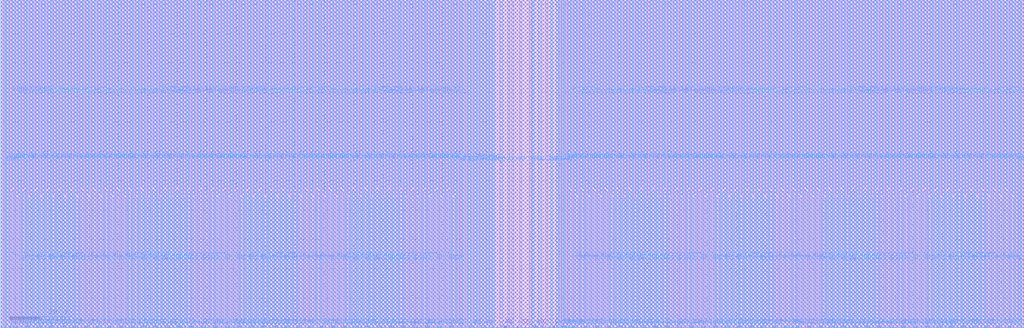
<source format=lef>
# ________________________________________________________________________________________________
# 
# 
#             Synchronous One-Port Register File Compiler
# 
#                 UMC 0.11um LL AE Logic Process
# 
# ________________________________________________________________________________________________
# 
#               
#         Copyright (C) 2024 Faraday Technology Corporation. All Rights Reserved.       
#                
#         This source code is an unpublished work belongs to Faraday Technology Corporation       
#         It is considered a trade secret and is not to be divulged or       
#         used by parties who have not received written authorization from       
#         Faraday Technology Corporation       
#                
#         Faraday's home page can be found at: http://www.faraday-tech.com/       
#                
# ________________________________________________________________________________________________
# 
#        IP Name            :  FSR0K_B_SY                
#        IP Version         :  1.4.0                     
#        IP Release Status  :  Active                    
#        Word               :  128                       
#        Bit                :  19                        
#        Byte               :  4                         
#        Mux                :  2                         
#        Output Loading     :  0.01                      
#        Clock Input Slew   :  0.016                     
#        Data Input Slew    :  0.016                     
#        Ring Type          :  Ringless Model            
#        Ring Width         :  0                         
#        Bus Format         :  0                         
#        Memaker Path       :  /home/mem/Desktop/memlib  
#        GUI Version        :  m20230904                 
#        Date               :  2024/09/06 20:55:37       
# ________________________________________________________________________________________________
# 

VERSION 5.5 ;
NAMESCASESENSITIVE ON ;
MACRO SYKB110_128X19X4CM2
CLASS BLOCK ;
FOREIGN SYKB110_128X19X4CM2 0.000 0.000 ;
ORIGIN 0.000 0.000 ;
SIZE 347.803 BY 111.491 ;
SYMMETRY x y r90 ;
SITE core ;
PIN GND
  DIRECTION INOUT ;
  USE GROUND ;
 PORT
  LAYER ME4 ;
  RECT 196.574 1.781 196.914 111.491 ;
 END
 PORT
  LAYER ME4 ;
  RECT 192.570 1.781 192.910 111.491 ;
 END
 PORT
  LAYER ME4 ;
  RECT 194.572 1.781 194.912 111.491 ;
 END
 PORT
  LAYER ME4 ;
  RECT 195.383 0.000 196.103 44.094 ;
 END
 PORT
  LAYER ME4 ;
  RECT 200.578 1.781 200.918 111.491 ;
 END
 PORT
  LAYER ME4 ;
  RECT 198.576 1.781 198.916 111.491 ;
 END
 PORT
  LAYER ME4 ;
  RECT 199.387 0.000 200.107 44.094 ;
 END
 PORT
  LAYER ME4 ;
  RECT 204.582 1.781 204.922 111.491 ;
 END
 PORT
  LAYER ME4 ;
  RECT 202.580 1.781 202.920 111.491 ;
 END
 PORT
  LAYER ME4 ;
  RECT 203.391 0.000 204.111 44.094 ;
 END
 PORT
  LAYER ME4 ;
  RECT 208.586 1.781 208.926 111.491 ;
 END
 PORT
  LAYER ME4 ;
  RECT 206.584 1.781 206.924 111.491 ;
 END
 PORT
  LAYER ME4 ;
  RECT 207.395 0.000 208.115 44.094 ;
 END
 PORT
  LAYER ME4 ;
  RECT 212.590 1.781 212.930 111.491 ;
 END
 PORT
  LAYER ME4 ;
  RECT 210.588 1.781 210.928 111.491 ;
 END
 PORT
  LAYER ME4 ;
  RECT 211.399 0.000 212.119 44.094 ;
 END
 PORT
  LAYER ME4 ;
  RECT 216.594 1.781 216.934 111.491 ;
 END
 PORT
  LAYER ME4 ;
  RECT 214.592 1.781 214.932 111.491 ;
 END
 PORT
  LAYER ME4 ;
  RECT 215.403 0.000 216.123 44.094 ;
 END
 PORT
  LAYER ME4 ;
  RECT 220.598 1.781 220.938 111.491 ;
 END
 PORT
  LAYER ME4 ;
  RECT 218.596 1.781 218.936 111.491 ;
 END
 PORT
  LAYER ME4 ;
  RECT 219.407 0.000 220.127 44.094 ;
 END
 PORT
  LAYER ME4 ;
  RECT 224.602 1.781 224.942 111.491 ;
 END
 PORT
  LAYER ME4 ;
  RECT 222.600 1.781 222.940 111.491 ;
 END
 PORT
  LAYER ME4 ;
  RECT 223.411 0.000 224.131 44.094 ;
 END
 PORT
  LAYER ME4 ;
  RECT 228.606 1.781 228.946 111.491 ;
 END
 PORT
  LAYER ME4 ;
  RECT 226.604 1.781 226.944 111.491 ;
 END
 PORT
  LAYER ME4 ;
  RECT 227.415 0.000 228.135 44.094 ;
 END
 PORT
  LAYER ME4 ;
  RECT 232.610 1.781 232.950 111.491 ;
 END
 PORT
  LAYER ME4 ;
  RECT 230.608 1.781 230.948 111.491 ;
 END
 PORT
  LAYER ME4 ;
  RECT 231.419 0.000 232.139 44.094 ;
 END
 PORT
  LAYER ME4 ;
  RECT 236.614 1.781 236.954 111.491 ;
 END
 PORT
  LAYER ME4 ;
  RECT 234.612 1.781 234.952 111.491 ;
 END
 PORT
  LAYER ME4 ;
  RECT 235.423 0.000 236.143 44.094 ;
 END
 PORT
  LAYER ME4 ;
  RECT 240.618 1.781 240.958 111.491 ;
 END
 PORT
  LAYER ME4 ;
  RECT 238.616 1.781 238.956 111.491 ;
 END
 PORT
  LAYER ME4 ;
  RECT 239.427 0.000 240.147 44.094 ;
 END
 PORT
  LAYER ME4 ;
  RECT 244.622 1.781 244.962 111.491 ;
 END
 PORT
  LAYER ME4 ;
  RECT 242.620 1.781 242.960 111.491 ;
 END
 PORT
  LAYER ME4 ;
  RECT 243.431 0.000 244.151 44.094 ;
 END
 PORT
  LAYER ME4 ;
  RECT 248.626 1.781 248.966 111.491 ;
 END
 PORT
  LAYER ME4 ;
  RECT 246.624 1.781 246.964 111.491 ;
 END
 PORT
  LAYER ME4 ;
  RECT 247.435 0.000 248.155 44.094 ;
 END
 PORT
  LAYER ME4 ;
  RECT 252.630 1.781 252.970 111.491 ;
 END
 PORT
  LAYER ME4 ;
  RECT 250.628 1.781 250.968 111.491 ;
 END
 PORT
  LAYER ME4 ;
  RECT 251.439 0.000 252.159 44.094 ;
 END
 PORT
  LAYER ME4 ;
  RECT 256.634 1.781 256.974 111.491 ;
 END
 PORT
  LAYER ME4 ;
  RECT 254.632 1.781 254.972 111.491 ;
 END
 PORT
  LAYER ME4 ;
  RECT 255.443 0.000 256.163 44.094 ;
 END
 PORT
  LAYER ME4 ;
  RECT 260.638 1.781 260.978 111.491 ;
 END
 PORT
  LAYER ME4 ;
  RECT 258.636 1.781 258.976 111.491 ;
 END
 PORT
  LAYER ME4 ;
  RECT 259.447 0.000 260.167 44.094 ;
 END
 PORT
  LAYER ME4 ;
  RECT 264.642 1.781 264.982 111.491 ;
 END
 PORT
  LAYER ME4 ;
  RECT 262.640 1.781 262.980 111.491 ;
 END
 PORT
  LAYER ME4 ;
  RECT 263.451 0.000 264.171 44.094 ;
 END
 PORT
  LAYER ME4 ;
  RECT 268.646 1.781 268.986 111.491 ;
 END
 PORT
  LAYER ME4 ;
  RECT 266.644 1.781 266.984 111.491 ;
 END
 PORT
  LAYER ME4 ;
  RECT 267.455 0.000 268.175 44.094 ;
 END
 PORT
  LAYER ME4 ;
  RECT 272.650 1.781 272.990 111.491 ;
 END
 PORT
  LAYER ME4 ;
  RECT 270.648 1.781 270.988 111.491 ;
 END
 PORT
  LAYER ME4 ;
  RECT 271.459 0.000 272.179 44.094 ;
 END
 PORT
  LAYER ME4 ;
  RECT 276.654 1.781 276.994 111.491 ;
 END
 PORT
  LAYER ME4 ;
  RECT 274.652 1.781 274.992 111.491 ;
 END
 PORT
  LAYER ME4 ;
  RECT 275.463 0.000 276.183 44.094 ;
 END
 PORT
  LAYER ME4 ;
  RECT 280.658 1.781 280.998 111.491 ;
 END
 PORT
  LAYER ME4 ;
  RECT 278.656 1.781 278.996 111.491 ;
 END
 PORT
  LAYER ME4 ;
  RECT 279.467 0.000 280.187 44.094 ;
 END
 PORT
  LAYER ME4 ;
  RECT 284.662 1.781 285.002 111.491 ;
 END
 PORT
  LAYER ME4 ;
  RECT 282.660 1.781 283.000 111.491 ;
 END
 PORT
  LAYER ME4 ;
  RECT 283.471 0.000 284.191 44.094 ;
 END
 PORT
  LAYER ME4 ;
  RECT 288.666 1.781 289.006 111.491 ;
 END
 PORT
  LAYER ME4 ;
  RECT 286.664 1.781 287.004 111.491 ;
 END
 PORT
  LAYER ME4 ;
  RECT 287.475 0.000 288.195 44.094 ;
 END
 PORT
  LAYER ME4 ;
  RECT 292.670 1.781 293.010 111.491 ;
 END
 PORT
  LAYER ME4 ;
  RECT 290.668 1.781 291.008 111.491 ;
 END
 PORT
  LAYER ME4 ;
  RECT 291.479 0.000 292.199 44.094 ;
 END
 PORT
  LAYER ME4 ;
  RECT 296.674 1.781 297.014 111.491 ;
 END
 PORT
  LAYER ME4 ;
  RECT 294.672 1.781 295.012 111.491 ;
 END
 PORT
  LAYER ME4 ;
  RECT 295.483 0.000 296.203 44.094 ;
 END
 PORT
  LAYER ME4 ;
  RECT 300.678 1.781 301.018 111.491 ;
 END
 PORT
  LAYER ME4 ;
  RECT 298.676 1.781 299.016 111.491 ;
 END
 PORT
  LAYER ME4 ;
  RECT 299.487 0.000 300.207 44.094 ;
 END
 PORT
  LAYER ME4 ;
  RECT 304.682 1.781 305.022 111.491 ;
 END
 PORT
  LAYER ME4 ;
  RECT 302.680 1.781 303.020 111.491 ;
 END
 PORT
  LAYER ME4 ;
  RECT 303.491 0.000 304.211 44.094 ;
 END
 PORT
  LAYER ME4 ;
  RECT 308.686 1.781 309.026 111.491 ;
 END
 PORT
  LAYER ME4 ;
  RECT 306.684 1.781 307.024 111.491 ;
 END
 PORT
  LAYER ME4 ;
  RECT 307.495 0.000 308.215 44.094 ;
 END
 PORT
  LAYER ME4 ;
  RECT 312.690 1.781 313.030 111.491 ;
 END
 PORT
  LAYER ME4 ;
  RECT 310.688 1.781 311.028 111.491 ;
 END
 PORT
  LAYER ME4 ;
  RECT 311.499 0.000 312.219 44.094 ;
 END
 PORT
  LAYER ME4 ;
  RECT 316.694 1.781 317.034 111.491 ;
 END
 PORT
  LAYER ME4 ;
  RECT 314.692 1.781 315.032 111.491 ;
 END
 PORT
  LAYER ME4 ;
  RECT 315.503 0.000 316.223 44.094 ;
 END
 PORT
  LAYER ME4 ;
  RECT 320.698 1.781 321.038 111.491 ;
 END
 PORT
  LAYER ME4 ;
  RECT 318.696 1.781 319.036 111.491 ;
 END
 PORT
  LAYER ME4 ;
  RECT 319.507 0.000 320.227 44.094 ;
 END
 PORT
  LAYER ME4 ;
  RECT 324.702 1.781 325.042 111.491 ;
 END
 PORT
  LAYER ME4 ;
  RECT 322.700 1.781 323.040 111.491 ;
 END
 PORT
  LAYER ME4 ;
  RECT 323.511 0.000 324.231 44.094 ;
 END
 PORT
  LAYER ME4 ;
  RECT 328.706 1.781 329.046 111.491 ;
 END
 PORT
  LAYER ME4 ;
  RECT 326.704 1.781 327.044 111.491 ;
 END
 PORT
  LAYER ME4 ;
  RECT 327.515 0.000 328.235 44.094 ;
 END
 PORT
  LAYER ME4 ;
  RECT 332.710 1.781 333.050 111.491 ;
 END
 PORT
  LAYER ME4 ;
  RECT 330.708 1.781 331.048 111.491 ;
 END
 PORT
  LAYER ME4 ;
  RECT 331.519 0.000 332.239 44.094 ;
 END
 PORT
  LAYER ME4 ;
  RECT 336.714 1.781 337.054 111.491 ;
 END
 PORT
  LAYER ME4 ;
  RECT 334.712 1.781 335.052 111.491 ;
 END
 PORT
  LAYER ME4 ;
  RECT 335.523 0.000 336.243 44.094 ;
 END
 PORT
  LAYER ME4 ;
  RECT 340.718 1.781 341.058 111.491 ;
 END
 PORT
  LAYER ME4 ;
  RECT 338.716 1.781 339.056 111.491 ;
 END
 PORT
  LAYER ME4 ;
  RECT 339.527 0.000 340.247 44.094 ;
 END
 PORT
  LAYER ME4 ;
  RECT 344.722 1.781 345.062 111.491 ;
 END
 PORT
  LAYER ME4 ;
  RECT 342.720 1.781 343.060 111.491 ;
 END
 PORT
  LAYER ME4 ;
  RECT 343.531 0.000 344.251 44.094 ;
 END
 PORT
  LAYER ME4 ;
  RECT 345.723 0.000 346.063 111.491 ;
 END
 PORT
  LAYER ME4 ;
  RECT 173.713 0.000 174.433 111.491 ;
 END
 PORT
  LAYER ME4 ;
  RECT 179.707 0.000 180.427 111.491 ;
 END
 PORT
  LAYER ME4 ;
  RECT 185.178 0.000 185.898 111.491 ;
 END
 PORT
  LAYER ME4 ;
  RECT 186.893 0.000 187.613 111.491 ;
 END
 PORT
  LAYER ME4 ;
  RECT 189.889 0.000 190.489 111.491 ;
 END
 PORT
  LAYER ME4 ;
  RECT 191.569 1.781 191.909 111.491 ;
 END
 PORT
  LAYER ME4 ;
  RECT 166.154 0.000 166.874 111.491 ;
 END
 PORT
  LAYER ME4 ;
  RECT 164.114 1.781 164.834 110.732 ;
 END
 PORT
  LAYER ME4 ;
  RECT 161.994 0.000 162.714 111.491 ;
 END
 PORT
  LAYER ME4 ;
  RECT 159.954 1.781 160.674 111.491 ;
 END
 PORT
  LAYER ME4 ;
  RECT 1.740 0.000 2.080 111.491 ;
 END
 PORT
  LAYER ME4 ;
  RECT 6.745 1.781 7.085 111.491 ;
 END
 PORT
  LAYER ME4 ;
  RECT 2.741 1.781 3.081 111.491 ;
 END
 PORT
  LAYER ME4 ;
  RECT 4.743 1.781 5.083 111.491 ;
 END
 PORT
  LAYER ME4 ;
  RECT 5.554 0.000 6.274 44.094 ;
 END
 PORT
  LAYER ME4 ;
  RECT 10.749 1.781 11.089 111.491 ;
 END
 PORT
  LAYER ME4 ;
  RECT 8.747 1.781 9.087 111.491 ;
 END
 PORT
  LAYER ME4 ;
  RECT 9.558 0.000 10.278 44.094 ;
 END
 PORT
  LAYER ME4 ;
  RECT 14.753 1.781 15.093 111.491 ;
 END
 PORT
  LAYER ME4 ;
  RECT 12.751 1.781 13.091 111.491 ;
 END
 PORT
  LAYER ME4 ;
  RECT 13.562 0.000 14.282 44.094 ;
 END
 PORT
  LAYER ME4 ;
  RECT 18.757 1.781 19.097 111.491 ;
 END
 PORT
  LAYER ME4 ;
  RECT 16.755 1.781 17.095 111.491 ;
 END
 PORT
  LAYER ME4 ;
  RECT 17.566 0.000 18.286 44.094 ;
 END
 PORT
  LAYER ME4 ;
  RECT 22.761 1.781 23.101 111.491 ;
 END
 PORT
  LAYER ME4 ;
  RECT 20.759 1.781 21.099 111.491 ;
 END
 PORT
  LAYER ME4 ;
  RECT 21.570 0.000 22.290 44.094 ;
 END
 PORT
  LAYER ME4 ;
  RECT 26.765 1.781 27.105 111.491 ;
 END
 PORT
  LAYER ME4 ;
  RECT 24.763 1.781 25.103 111.491 ;
 END
 PORT
  LAYER ME4 ;
  RECT 25.574 0.000 26.294 44.094 ;
 END
 PORT
  LAYER ME4 ;
  RECT 30.769 1.781 31.109 111.491 ;
 END
 PORT
  LAYER ME4 ;
  RECT 28.767 1.781 29.107 111.491 ;
 END
 PORT
  LAYER ME4 ;
  RECT 29.578 0.000 30.298 44.094 ;
 END
 PORT
  LAYER ME4 ;
  RECT 34.773 1.781 35.113 111.491 ;
 END
 PORT
  LAYER ME4 ;
  RECT 32.771 1.781 33.111 111.491 ;
 END
 PORT
  LAYER ME4 ;
  RECT 33.582 0.000 34.302 44.094 ;
 END
 PORT
  LAYER ME4 ;
  RECT 38.777 1.781 39.117 111.491 ;
 END
 PORT
  LAYER ME4 ;
  RECT 36.775 1.781 37.115 111.491 ;
 END
 PORT
  LAYER ME4 ;
  RECT 37.586 0.000 38.306 44.094 ;
 END
 PORT
  LAYER ME4 ;
  RECT 42.781 1.781 43.121 111.491 ;
 END
 PORT
  LAYER ME4 ;
  RECT 40.779 1.781 41.119 111.491 ;
 END
 PORT
  LAYER ME4 ;
  RECT 41.590 0.000 42.310 44.094 ;
 END
 PORT
  LAYER ME4 ;
  RECT 46.785 1.781 47.125 111.491 ;
 END
 PORT
  LAYER ME4 ;
  RECT 44.783 1.781 45.123 111.491 ;
 END
 PORT
  LAYER ME4 ;
  RECT 45.594 0.000 46.314 44.094 ;
 END
 PORT
  LAYER ME4 ;
  RECT 50.789 1.781 51.129 111.491 ;
 END
 PORT
  LAYER ME4 ;
  RECT 48.787 1.781 49.127 111.491 ;
 END
 PORT
  LAYER ME4 ;
  RECT 49.598 0.000 50.318 44.094 ;
 END
 PORT
  LAYER ME4 ;
  RECT 54.793 1.781 55.133 111.491 ;
 END
 PORT
  LAYER ME4 ;
  RECT 52.791 1.781 53.131 111.491 ;
 END
 PORT
  LAYER ME4 ;
  RECT 53.602 0.000 54.322 44.094 ;
 END
 PORT
  LAYER ME4 ;
  RECT 58.797 1.781 59.137 111.491 ;
 END
 PORT
  LAYER ME4 ;
  RECT 56.795 1.781 57.135 111.491 ;
 END
 PORT
  LAYER ME4 ;
  RECT 57.606 0.000 58.326 44.094 ;
 END
 PORT
  LAYER ME4 ;
  RECT 62.801 1.781 63.141 111.491 ;
 END
 PORT
  LAYER ME4 ;
  RECT 60.799 1.781 61.139 111.491 ;
 END
 PORT
  LAYER ME4 ;
  RECT 61.610 0.000 62.330 44.094 ;
 END
 PORT
  LAYER ME4 ;
  RECT 66.805 1.781 67.145 111.491 ;
 END
 PORT
  LAYER ME4 ;
  RECT 64.803 1.781 65.143 111.491 ;
 END
 PORT
  LAYER ME4 ;
  RECT 65.614 0.000 66.334 44.094 ;
 END
 PORT
  LAYER ME4 ;
  RECT 70.809 1.781 71.149 111.491 ;
 END
 PORT
  LAYER ME4 ;
  RECT 68.807 1.781 69.147 111.491 ;
 END
 PORT
  LAYER ME4 ;
  RECT 69.618 0.000 70.338 44.094 ;
 END
 PORT
  LAYER ME4 ;
  RECT 74.813 1.781 75.153 111.491 ;
 END
 PORT
  LAYER ME4 ;
  RECT 72.811 1.781 73.151 111.491 ;
 END
 PORT
  LAYER ME4 ;
  RECT 73.622 0.000 74.342 44.094 ;
 END
 PORT
  LAYER ME4 ;
  RECT 78.817 1.781 79.157 111.491 ;
 END
 PORT
  LAYER ME4 ;
  RECT 76.815 1.781 77.155 111.491 ;
 END
 PORT
  LAYER ME4 ;
  RECT 77.626 0.000 78.346 44.094 ;
 END
 PORT
  LAYER ME4 ;
  RECT 82.821 1.781 83.161 111.491 ;
 END
 PORT
  LAYER ME4 ;
  RECT 80.819 1.781 81.159 111.491 ;
 END
 PORT
  LAYER ME4 ;
  RECT 81.630 0.000 82.350 44.094 ;
 END
 PORT
  LAYER ME4 ;
  RECT 86.825 1.781 87.165 111.491 ;
 END
 PORT
  LAYER ME4 ;
  RECT 84.823 1.781 85.163 111.491 ;
 END
 PORT
  LAYER ME4 ;
  RECT 85.634 0.000 86.354 44.094 ;
 END
 PORT
  LAYER ME4 ;
  RECT 90.829 1.781 91.169 111.491 ;
 END
 PORT
  LAYER ME4 ;
  RECT 88.827 1.781 89.167 111.491 ;
 END
 PORT
  LAYER ME4 ;
  RECT 89.638 0.000 90.358 44.094 ;
 END
 PORT
  LAYER ME4 ;
  RECT 94.833 1.781 95.173 111.491 ;
 END
 PORT
  LAYER ME4 ;
  RECT 92.831 1.781 93.171 111.491 ;
 END
 PORT
  LAYER ME4 ;
  RECT 93.642 0.000 94.362 44.094 ;
 END
 PORT
  LAYER ME4 ;
  RECT 98.837 1.781 99.177 111.491 ;
 END
 PORT
  LAYER ME4 ;
  RECT 96.835 1.781 97.175 111.491 ;
 END
 PORT
  LAYER ME4 ;
  RECT 97.646 0.000 98.366 44.094 ;
 END
 PORT
  LAYER ME4 ;
  RECT 102.841 1.781 103.181 111.491 ;
 END
 PORT
  LAYER ME4 ;
  RECT 100.839 1.781 101.179 111.491 ;
 END
 PORT
  LAYER ME4 ;
  RECT 101.650 0.000 102.370 44.094 ;
 END
 PORT
  LAYER ME4 ;
  RECT 106.845 1.781 107.185 111.491 ;
 END
 PORT
  LAYER ME4 ;
  RECT 104.843 1.781 105.183 111.491 ;
 END
 PORT
  LAYER ME4 ;
  RECT 105.654 0.000 106.374 44.094 ;
 END
 PORT
  LAYER ME4 ;
  RECT 110.849 1.781 111.189 111.491 ;
 END
 PORT
  LAYER ME4 ;
  RECT 108.847 1.781 109.187 111.491 ;
 END
 PORT
  LAYER ME4 ;
  RECT 109.658 0.000 110.378 44.094 ;
 END
 PORT
  LAYER ME4 ;
  RECT 114.853 1.781 115.193 111.491 ;
 END
 PORT
  LAYER ME4 ;
  RECT 112.851 1.781 113.191 111.491 ;
 END
 PORT
  LAYER ME4 ;
  RECT 113.662 0.000 114.382 44.094 ;
 END
 PORT
  LAYER ME4 ;
  RECT 118.857 1.781 119.197 111.491 ;
 END
 PORT
  LAYER ME4 ;
  RECT 116.855 1.781 117.195 111.491 ;
 END
 PORT
  LAYER ME4 ;
  RECT 117.666 0.000 118.386 44.094 ;
 END
 PORT
  LAYER ME4 ;
  RECT 122.861 1.781 123.201 111.491 ;
 END
 PORT
  LAYER ME4 ;
  RECT 120.859 1.781 121.199 111.491 ;
 END
 PORT
  LAYER ME4 ;
  RECT 121.670 0.000 122.390 44.094 ;
 END
 PORT
  LAYER ME4 ;
  RECT 126.865 1.781 127.205 111.491 ;
 END
 PORT
  LAYER ME4 ;
  RECT 124.863 1.781 125.203 111.491 ;
 END
 PORT
  LAYER ME4 ;
  RECT 125.674 0.000 126.394 44.094 ;
 END
 PORT
  LAYER ME4 ;
  RECT 130.869 1.781 131.209 111.491 ;
 END
 PORT
  LAYER ME4 ;
  RECT 128.867 1.781 129.207 111.491 ;
 END
 PORT
  LAYER ME4 ;
  RECT 129.678 0.000 130.398 44.094 ;
 END
 PORT
  LAYER ME4 ;
  RECT 134.873 1.781 135.213 111.491 ;
 END
 PORT
  LAYER ME4 ;
  RECT 132.871 1.781 133.211 111.491 ;
 END
 PORT
  LAYER ME4 ;
  RECT 133.682 0.000 134.402 44.094 ;
 END
 PORT
  LAYER ME4 ;
  RECT 138.877 1.781 139.217 111.491 ;
 END
 PORT
  LAYER ME4 ;
  RECT 136.875 1.781 137.215 111.491 ;
 END
 PORT
  LAYER ME4 ;
  RECT 137.686 0.000 138.406 44.094 ;
 END
 PORT
  LAYER ME4 ;
  RECT 142.881 1.781 143.221 111.491 ;
 END
 PORT
  LAYER ME4 ;
  RECT 140.879 1.781 141.219 111.491 ;
 END
 PORT
  LAYER ME4 ;
  RECT 141.690 0.000 142.410 44.094 ;
 END
 PORT
  LAYER ME4 ;
  RECT 146.885 1.781 147.225 111.491 ;
 END
 PORT
  LAYER ME4 ;
  RECT 144.883 1.781 145.223 111.491 ;
 END
 PORT
  LAYER ME4 ;
  RECT 145.694 0.000 146.414 44.094 ;
 END
 PORT
  LAYER ME4 ;
  RECT 150.889 1.781 151.229 111.491 ;
 END
 PORT
  LAYER ME4 ;
  RECT 148.887 1.781 149.227 111.491 ;
 END
 PORT
  LAYER ME4 ;
  RECT 149.698 0.000 150.418 44.094 ;
 END
 PORT
  LAYER ME4 ;
  RECT 154.893 1.781 155.233 111.491 ;
 END
 PORT
  LAYER ME4 ;
  RECT 152.891 1.781 153.231 111.491 ;
 END
 PORT
  LAYER ME4 ;
  RECT 153.702 0.000 154.422 44.094 ;
 END
 PORT
  LAYER ME4 ;
  RECT 157.834 0.000 158.554 111.491 ;
 END
 PORT
  LAYER ME4 ;
  RECT 155.894 0.000 156.234 111.491 ;
 END
END GND
PIN VCC
  DIRECTION INOUT ;
  USE POWER ;
 PORT
  LAYER ME4 ;
  RECT 195.573 45.394 195.913 111.491 ;
 END
 PORT
  LAYER ME4 ;
  RECT 193.381 0.000 194.101 46.394 ;
 END
 PORT
  LAYER ME4 ;
  RECT 199.577 45.394 199.917 111.491 ;
 END
 PORT
  LAYER ME4 ;
  RECT 197.385 0.000 198.105 46.394 ;
 END
 PORT
  LAYER ME4 ;
  RECT 203.581 45.394 203.921 111.491 ;
 END
 PORT
  LAYER ME4 ;
  RECT 201.389 0.000 202.109 46.394 ;
 END
 PORT
  LAYER ME4 ;
  RECT 207.585 45.394 207.925 111.491 ;
 END
 PORT
  LAYER ME4 ;
  RECT 205.393 0.000 206.113 46.394 ;
 END
 PORT
  LAYER ME4 ;
  RECT 211.589 45.394 211.929 111.491 ;
 END
 PORT
  LAYER ME4 ;
  RECT 209.397 0.000 210.117 46.394 ;
 END
 PORT
  LAYER ME4 ;
  RECT 215.593 45.394 215.933 111.491 ;
 END
 PORT
  LAYER ME4 ;
  RECT 213.401 0.000 214.121 46.394 ;
 END
 PORT
  LAYER ME4 ;
  RECT 219.597 45.394 219.937 111.491 ;
 END
 PORT
  LAYER ME4 ;
  RECT 217.405 0.000 218.125 46.394 ;
 END
 PORT
  LAYER ME4 ;
  RECT 223.601 45.394 223.941 111.491 ;
 END
 PORT
  LAYER ME4 ;
  RECT 221.409 0.000 222.129 46.394 ;
 END
 PORT
  LAYER ME4 ;
  RECT 227.605 45.394 227.945 111.491 ;
 END
 PORT
  LAYER ME4 ;
  RECT 225.413 0.000 226.133 46.394 ;
 END
 PORT
  LAYER ME4 ;
  RECT 231.609 45.394 231.949 111.491 ;
 END
 PORT
  LAYER ME4 ;
  RECT 229.417 0.000 230.137 46.394 ;
 END
 PORT
  LAYER ME4 ;
  RECT 235.613 45.394 235.953 111.491 ;
 END
 PORT
  LAYER ME4 ;
  RECT 233.421 0.000 234.141 46.394 ;
 END
 PORT
  LAYER ME4 ;
  RECT 239.617 45.394 239.957 111.491 ;
 END
 PORT
  LAYER ME4 ;
  RECT 237.425 0.000 238.145 46.394 ;
 END
 PORT
  LAYER ME4 ;
  RECT 243.621 45.394 243.961 111.491 ;
 END
 PORT
  LAYER ME4 ;
  RECT 241.429 0.000 242.149 46.394 ;
 END
 PORT
  LAYER ME4 ;
  RECT 247.625 45.394 247.965 111.491 ;
 END
 PORT
  LAYER ME4 ;
  RECT 245.433 0.000 246.153 46.394 ;
 END
 PORT
  LAYER ME4 ;
  RECT 251.629 45.394 251.969 111.491 ;
 END
 PORT
  LAYER ME4 ;
  RECT 249.437 0.000 250.157 46.394 ;
 END
 PORT
  LAYER ME4 ;
  RECT 255.633 45.394 255.973 111.491 ;
 END
 PORT
  LAYER ME4 ;
  RECT 253.441 0.000 254.161 46.394 ;
 END
 PORT
  LAYER ME4 ;
  RECT 259.637 45.394 259.977 111.491 ;
 END
 PORT
  LAYER ME4 ;
  RECT 257.445 0.000 258.165 46.394 ;
 END
 PORT
  LAYER ME4 ;
  RECT 263.641 45.394 263.981 111.491 ;
 END
 PORT
  LAYER ME4 ;
  RECT 261.449 0.000 262.169 46.394 ;
 END
 PORT
  LAYER ME4 ;
  RECT 267.645 45.394 267.985 111.491 ;
 END
 PORT
  LAYER ME4 ;
  RECT 265.453 0.000 266.173 46.394 ;
 END
 PORT
  LAYER ME4 ;
  RECT 271.649 45.394 271.989 111.491 ;
 END
 PORT
  LAYER ME4 ;
  RECT 269.457 0.000 270.177 46.394 ;
 END
 PORT
  LAYER ME4 ;
  RECT 275.653 45.394 275.993 111.491 ;
 END
 PORT
  LAYER ME4 ;
  RECT 273.461 0.000 274.181 46.394 ;
 END
 PORT
  LAYER ME4 ;
  RECT 279.657 45.394 279.997 111.491 ;
 END
 PORT
  LAYER ME4 ;
  RECT 277.465 0.000 278.185 46.394 ;
 END
 PORT
  LAYER ME4 ;
  RECT 283.661 45.394 284.001 111.491 ;
 END
 PORT
  LAYER ME4 ;
  RECT 281.469 0.000 282.189 46.394 ;
 END
 PORT
  LAYER ME4 ;
  RECT 287.665 45.394 288.005 111.491 ;
 END
 PORT
  LAYER ME4 ;
  RECT 285.473 0.000 286.193 46.394 ;
 END
 PORT
  LAYER ME4 ;
  RECT 291.669 45.394 292.009 111.491 ;
 END
 PORT
  LAYER ME4 ;
  RECT 289.477 0.000 290.197 46.394 ;
 END
 PORT
  LAYER ME4 ;
  RECT 295.673 45.394 296.013 111.491 ;
 END
 PORT
  LAYER ME4 ;
  RECT 293.481 0.000 294.201 46.394 ;
 END
 PORT
  LAYER ME4 ;
  RECT 299.677 45.394 300.017 111.491 ;
 END
 PORT
  LAYER ME4 ;
  RECT 297.485 0.000 298.205 46.394 ;
 END
 PORT
  LAYER ME4 ;
  RECT 303.681 45.394 304.021 111.491 ;
 END
 PORT
  LAYER ME4 ;
  RECT 301.489 0.000 302.209 46.394 ;
 END
 PORT
  LAYER ME4 ;
  RECT 307.685 45.394 308.025 111.491 ;
 END
 PORT
  LAYER ME4 ;
  RECT 305.493 0.000 306.213 46.394 ;
 END
 PORT
  LAYER ME4 ;
  RECT 311.689 45.394 312.029 111.491 ;
 END
 PORT
  LAYER ME4 ;
  RECT 309.497 0.000 310.217 46.394 ;
 END
 PORT
  LAYER ME4 ;
  RECT 315.693 45.394 316.033 111.491 ;
 END
 PORT
  LAYER ME4 ;
  RECT 313.501 0.000 314.221 46.394 ;
 END
 PORT
  LAYER ME4 ;
  RECT 319.697 45.394 320.037 111.491 ;
 END
 PORT
  LAYER ME4 ;
  RECT 317.505 0.000 318.225 46.394 ;
 END
 PORT
  LAYER ME4 ;
  RECT 323.701 45.394 324.041 111.491 ;
 END
 PORT
  LAYER ME4 ;
  RECT 321.509 0.000 322.229 46.394 ;
 END
 PORT
  LAYER ME4 ;
  RECT 327.705 45.394 328.045 111.491 ;
 END
 PORT
  LAYER ME4 ;
  RECT 325.513 0.000 326.233 46.394 ;
 END
 PORT
  LAYER ME4 ;
  RECT 331.709 45.394 332.049 111.491 ;
 END
 PORT
  LAYER ME4 ;
  RECT 329.517 0.000 330.237 46.394 ;
 END
 PORT
  LAYER ME4 ;
  RECT 335.713 45.394 336.053 111.491 ;
 END
 PORT
  LAYER ME4 ;
  RECT 333.521 0.000 334.241 46.394 ;
 END
 PORT
  LAYER ME4 ;
  RECT 339.717 45.394 340.057 111.491 ;
 END
 PORT
  LAYER ME4 ;
  RECT 337.525 0.000 338.245 46.394 ;
 END
 PORT
  LAYER ME4 ;
  RECT 343.721 45.394 344.061 111.491 ;
 END
 PORT
  LAYER ME4 ;
  RECT 341.529 0.000 342.249 46.394 ;
 END
 PORT
  LAYER ME4 ;
  RECT 346.503 0.000 346.883 111.491 ;
 END
 PORT
  LAYER ME4 ;
  RECT 176.493 0.000 177.093 111.491 ;
 END
 PORT
  LAYER ME4 ;
  RECT 180.673 0.000 181.393 111.491 ;
 END
 PORT
  LAYER ME4 ;
  RECT 182.783 0.000 183.903 111.491 ;
 END
 PORT
  LAYER ME4 ;
  RECT 188.813 0.000 189.533 111.491 ;
 END
 PORT
  LAYER ME4 ;
  RECT 190.749 1.781 191.129 111.491 ;
 END
 PORT
  LAYER ME4 ;
  RECT 172.263 0.000 172.983 111.491 ;
 END
 PORT
  LAYER ME4 ;
  RECT 169.548 0.000 170.668 111.491 ;
 END
 PORT
  LAYER ME4 ;
  RECT 167.174 0.000 167.894 110.732 ;
 END
 PORT
  LAYER ME4 ;
  RECT 165.134 1.781 165.854 111.491 ;
 END
 PORT
  LAYER ME4 ;
  RECT 163.014 0.000 163.734 111.491 ;
 END
 PORT
  LAYER ME4 ;
  RECT 160.974 1.781 161.694 111.491 ;
 END
 PORT
  LAYER ME4 ;
  RECT 0.920 0.000 1.300 111.491 ;
 END
 PORT
  LAYER ME4 ;
  RECT 5.744 45.394 6.084 111.491 ;
 END
 PORT
  LAYER ME4 ;
  RECT 3.552 0.000 4.272 46.394 ;
 END
 PORT
  LAYER ME4 ;
  RECT 9.748 45.394 10.088 111.491 ;
 END
 PORT
  LAYER ME4 ;
  RECT 7.556 0.000 8.276 46.394 ;
 END
 PORT
  LAYER ME4 ;
  RECT 13.752 45.394 14.092 111.491 ;
 END
 PORT
  LAYER ME4 ;
  RECT 11.560 0.000 12.280 46.394 ;
 END
 PORT
  LAYER ME4 ;
  RECT 17.756 45.394 18.096 111.491 ;
 END
 PORT
  LAYER ME4 ;
  RECT 15.564 0.000 16.284 46.394 ;
 END
 PORT
  LAYER ME4 ;
  RECT 21.760 45.394 22.100 111.491 ;
 END
 PORT
  LAYER ME4 ;
  RECT 19.568 0.000 20.288 46.394 ;
 END
 PORT
  LAYER ME4 ;
  RECT 25.764 45.394 26.104 111.491 ;
 END
 PORT
  LAYER ME4 ;
  RECT 23.572 0.000 24.292 46.394 ;
 END
 PORT
  LAYER ME4 ;
  RECT 29.768 45.394 30.108 111.491 ;
 END
 PORT
  LAYER ME4 ;
  RECT 27.576 0.000 28.296 46.394 ;
 END
 PORT
  LAYER ME4 ;
  RECT 33.772 45.394 34.112 111.491 ;
 END
 PORT
  LAYER ME4 ;
  RECT 31.580 0.000 32.300 46.394 ;
 END
 PORT
  LAYER ME4 ;
  RECT 37.776 45.394 38.116 111.491 ;
 END
 PORT
  LAYER ME4 ;
  RECT 35.584 0.000 36.304 46.394 ;
 END
 PORT
  LAYER ME4 ;
  RECT 41.780 45.394 42.120 111.491 ;
 END
 PORT
  LAYER ME4 ;
  RECT 39.588 0.000 40.308 46.394 ;
 END
 PORT
  LAYER ME4 ;
  RECT 45.784 45.394 46.124 111.491 ;
 END
 PORT
  LAYER ME4 ;
  RECT 43.592 0.000 44.312 46.394 ;
 END
 PORT
  LAYER ME4 ;
  RECT 49.788 45.394 50.128 111.491 ;
 END
 PORT
  LAYER ME4 ;
  RECT 47.596 0.000 48.316 46.394 ;
 END
 PORT
  LAYER ME4 ;
  RECT 53.792 45.394 54.132 111.491 ;
 END
 PORT
  LAYER ME4 ;
  RECT 51.600 0.000 52.320 46.394 ;
 END
 PORT
  LAYER ME4 ;
  RECT 57.796 45.394 58.136 111.491 ;
 END
 PORT
  LAYER ME4 ;
  RECT 55.604 0.000 56.324 46.394 ;
 END
 PORT
  LAYER ME4 ;
  RECT 61.800 45.394 62.140 111.491 ;
 END
 PORT
  LAYER ME4 ;
  RECT 59.608 0.000 60.328 46.394 ;
 END
 PORT
  LAYER ME4 ;
  RECT 65.804 45.394 66.144 111.491 ;
 END
 PORT
  LAYER ME4 ;
  RECT 63.612 0.000 64.332 46.394 ;
 END
 PORT
  LAYER ME4 ;
  RECT 69.808 45.394 70.148 111.491 ;
 END
 PORT
  LAYER ME4 ;
  RECT 67.616 0.000 68.336 46.394 ;
 END
 PORT
  LAYER ME4 ;
  RECT 73.812 45.394 74.152 111.491 ;
 END
 PORT
  LAYER ME4 ;
  RECT 71.620 0.000 72.340 46.394 ;
 END
 PORT
  LAYER ME4 ;
  RECT 77.816 45.394 78.156 111.491 ;
 END
 PORT
  LAYER ME4 ;
  RECT 75.624 0.000 76.344 46.394 ;
 END
 PORT
  LAYER ME4 ;
  RECT 81.820 45.394 82.160 111.491 ;
 END
 PORT
  LAYER ME4 ;
  RECT 79.628 0.000 80.348 46.394 ;
 END
 PORT
  LAYER ME4 ;
  RECT 85.824 45.394 86.164 111.491 ;
 END
 PORT
  LAYER ME4 ;
  RECT 83.632 0.000 84.352 46.394 ;
 END
 PORT
  LAYER ME4 ;
  RECT 89.828 45.394 90.168 111.491 ;
 END
 PORT
  LAYER ME4 ;
  RECT 87.636 0.000 88.356 46.394 ;
 END
 PORT
  LAYER ME4 ;
  RECT 93.832 45.394 94.172 111.491 ;
 END
 PORT
  LAYER ME4 ;
  RECT 91.640 0.000 92.360 46.394 ;
 END
 PORT
  LAYER ME4 ;
  RECT 97.836 45.394 98.176 111.491 ;
 END
 PORT
  LAYER ME4 ;
  RECT 95.644 0.000 96.364 46.394 ;
 END
 PORT
  LAYER ME4 ;
  RECT 101.840 45.394 102.180 111.491 ;
 END
 PORT
  LAYER ME4 ;
  RECT 99.648 0.000 100.368 46.394 ;
 END
 PORT
  LAYER ME4 ;
  RECT 105.844 45.394 106.184 111.491 ;
 END
 PORT
  LAYER ME4 ;
  RECT 103.652 0.000 104.372 46.394 ;
 END
 PORT
  LAYER ME4 ;
  RECT 109.848 45.394 110.188 111.491 ;
 END
 PORT
  LAYER ME4 ;
  RECT 107.656 0.000 108.376 46.394 ;
 END
 PORT
  LAYER ME4 ;
  RECT 113.852 45.394 114.192 111.491 ;
 END
 PORT
  LAYER ME4 ;
  RECT 111.660 0.000 112.380 46.394 ;
 END
 PORT
  LAYER ME4 ;
  RECT 117.856 45.394 118.196 111.491 ;
 END
 PORT
  LAYER ME4 ;
  RECT 115.664 0.000 116.384 46.394 ;
 END
 PORT
  LAYER ME4 ;
  RECT 121.860 45.394 122.200 111.491 ;
 END
 PORT
  LAYER ME4 ;
  RECT 119.668 0.000 120.388 46.394 ;
 END
 PORT
  LAYER ME4 ;
  RECT 125.864 45.394 126.204 111.491 ;
 END
 PORT
  LAYER ME4 ;
  RECT 123.672 0.000 124.392 46.394 ;
 END
 PORT
  LAYER ME4 ;
  RECT 129.868 45.394 130.208 111.491 ;
 END
 PORT
  LAYER ME4 ;
  RECT 127.676 0.000 128.396 46.394 ;
 END
 PORT
  LAYER ME4 ;
  RECT 133.872 45.394 134.212 111.491 ;
 END
 PORT
  LAYER ME4 ;
  RECT 131.680 0.000 132.400 46.394 ;
 END
 PORT
  LAYER ME4 ;
  RECT 137.876 45.394 138.216 111.491 ;
 END
 PORT
  LAYER ME4 ;
  RECT 135.684 0.000 136.404 46.394 ;
 END
 PORT
  LAYER ME4 ;
  RECT 141.880 45.394 142.220 111.491 ;
 END
 PORT
  LAYER ME4 ;
  RECT 139.688 0.000 140.408 46.394 ;
 END
 PORT
  LAYER ME4 ;
  RECT 145.884 45.394 146.224 111.491 ;
 END
 PORT
  LAYER ME4 ;
  RECT 143.692 0.000 144.412 46.394 ;
 END
 PORT
  LAYER ME4 ;
  RECT 149.888 45.394 150.228 111.491 ;
 END
 PORT
  LAYER ME4 ;
  RECT 147.696 0.000 148.416 46.394 ;
 END
 PORT
  LAYER ME4 ;
  RECT 153.892 45.394 154.232 111.491 ;
 END
 PORT
  LAYER ME4 ;
  RECT 151.700 0.000 152.420 46.394 ;
 END
 PORT
  LAYER ME4 ;
  RECT 158.854 0.000 159.574 111.491 ;
 END
 PORT
  LAYER ME4 ;
  RECT 156.674 0.000 157.054 111.491 ;
 END
 PORT
  LAYER ME4 ;
  RECT 193.571 47.744 193.911 111.491 ;
 END
 PORT
  LAYER ME4 ;
  RECT 197.575 47.744 197.915 111.491 ;
 END
 PORT
  LAYER ME4 ;
  RECT 201.579 47.744 201.919 111.491 ;
 END
 PORT
  LAYER ME4 ;
  RECT 205.583 47.744 205.923 111.491 ;
 END
 PORT
  LAYER ME4 ;
  RECT 209.587 47.744 209.927 111.491 ;
 END
 PORT
  LAYER ME4 ;
  RECT 213.591 47.744 213.931 111.491 ;
 END
 PORT
  LAYER ME4 ;
  RECT 217.595 47.744 217.935 111.491 ;
 END
 PORT
  LAYER ME4 ;
  RECT 221.599 47.744 221.939 111.491 ;
 END
 PORT
  LAYER ME4 ;
  RECT 225.603 47.744 225.943 111.491 ;
 END
 PORT
  LAYER ME4 ;
  RECT 229.607 47.744 229.947 111.491 ;
 END
 PORT
  LAYER ME4 ;
  RECT 233.611 47.744 233.951 111.491 ;
 END
 PORT
  LAYER ME4 ;
  RECT 237.615 47.744 237.955 111.491 ;
 END
 PORT
  LAYER ME4 ;
  RECT 241.619 47.744 241.959 111.491 ;
 END
 PORT
  LAYER ME4 ;
  RECT 245.623 47.744 245.963 111.491 ;
 END
 PORT
  LAYER ME4 ;
  RECT 249.627 47.744 249.967 111.491 ;
 END
 PORT
  LAYER ME4 ;
  RECT 253.631 47.744 253.971 111.491 ;
 END
 PORT
  LAYER ME4 ;
  RECT 257.635 47.744 257.975 111.491 ;
 END
 PORT
  LAYER ME4 ;
  RECT 261.639 47.744 261.979 111.491 ;
 END
 PORT
  LAYER ME4 ;
  RECT 265.643 47.744 265.983 111.491 ;
 END
 PORT
  LAYER ME4 ;
  RECT 269.647 47.744 269.987 111.491 ;
 END
 PORT
  LAYER ME4 ;
  RECT 273.651 47.744 273.991 111.491 ;
 END
 PORT
  LAYER ME4 ;
  RECT 277.655 47.744 277.995 111.491 ;
 END
 PORT
  LAYER ME4 ;
  RECT 281.659 47.744 281.999 111.491 ;
 END
 PORT
  LAYER ME4 ;
  RECT 285.663 47.744 286.003 111.491 ;
 END
 PORT
  LAYER ME4 ;
  RECT 289.667 47.744 290.007 111.491 ;
 END
 PORT
  LAYER ME4 ;
  RECT 293.671 47.744 294.011 111.491 ;
 END
 PORT
  LAYER ME4 ;
  RECT 297.675 47.744 298.015 111.491 ;
 END
 PORT
  LAYER ME4 ;
  RECT 301.679 47.744 302.019 111.491 ;
 END
 PORT
  LAYER ME4 ;
  RECT 305.683 47.744 306.023 111.491 ;
 END
 PORT
  LAYER ME4 ;
  RECT 309.687 47.744 310.027 111.491 ;
 END
 PORT
  LAYER ME4 ;
  RECT 313.691 47.744 314.031 111.491 ;
 END
 PORT
  LAYER ME4 ;
  RECT 317.695 47.744 318.035 111.491 ;
 END
 PORT
  LAYER ME4 ;
  RECT 321.699 47.744 322.039 111.491 ;
 END
 PORT
  LAYER ME4 ;
  RECT 325.703 47.744 326.043 111.491 ;
 END
 PORT
  LAYER ME4 ;
  RECT 329.707 47.744 330.047 111.491 ;
 END
 PORT
  LAYER ME4 ;
  RECT 333.711 47.744 334.051 111.491 ;
 END
 PORT
  LAYER ME4 ;
  RECT 337.715 47.744 338.055 111.491 ;
 END
 PORT
  LAYER ME4 ;
  RECT 341.719 47.744 342.059 111.491 ;
 END
 PORT
  LAYER ME4 ;
  RECT 3.742 47.744 4.082 111.491 ;
 END
 PORT
  LAYER ME4 ;
  RECT 7.746 47.744 8.086 111.491 ;
 END
 PORT
  LAYER ME4 ;
  RECT 11.750 47.744 12.090 111.491 ;
 END
 PORT
  LAYER ME4 ;
  RECT 15.754 47.744 16.094 111.491 ;
 END
 PORT
  LAYER ME4 ;
  RECT 19.758 47.744 20.098 111.491 ;
 END
 PORT
  LAYER ME4 ;
  RECT 23.762 47.744 24.102 111.491 ;
 END
 PORT
  LAYER ME4 ;
  RECT 27.766 47.744 28.106 111.491 ;
 END
 PORT
  LAYER ME4 ;
  RECT 31.770 47.744 32.110 111.491 ;
 END
 PORT
  LAYER ME4 ;
  RECT 35.774 47.744 36.114 111.491 ;
 END
 PORT
  LAYER ME4 ;
  RECT 39.778 47.744 40.118 111.491 ;
 END
 PORT
  LAYER ME4 ;
  RECT 43.782 47.744 44.122 111.491 ;
 END
 PORT
  LAYER ME4 ;
  RECT 47.786 47.744 48.126 111.491 ;
 END
 PORT
  LAYER ME4 ;
  RECT 51.790 47.744 52.130 111.491 ;
 END
 PORT
  LAYER ME4 ;
  RECT 55.794 47.744 56.134 111.491 ;
 END
 PORT
  LAYER ME4 ;
  RECT 59.798 47.744 60.138 111.491 ;
 END
 PORT
  LAYER ME4 ;
  RECT 63.802 47.744 64.142 111.491 ;
 END
 PORT
  LAYER ME4 ;
  RECT 67.806 47.744 68.146 111.491 ;
 END
 PORT
  LAYER ME4 ;
  RECT 71.810 47.744 72.150 111.491 ;
 END
 PORT
  LAYER ME4 ;
  RECT 75.814 47.744 76.154 111.491 ;
 END
 PORT
  LAYER ME4 ;
  RECT 79.818 47.744 80.158 111.491 ;
 END
 PORT
  LAYER ME4 ;
  RECT 83.822 47.744 84.162 111.491 ;
 END
 PORT
  LAYER ME4 ;
  RECT 87.826 47.744 88.166 111.491 ;
 END
 PORT
  LAYER ME4 ;
  RECT 91.830 47.744 92.170 111.491 ;
 END
 PORT
  LAYER ME4 ;
  RECT 95.834 47.744 96.174 111.491 ;
 END
 PORT
  LAYER ME4 ;
  RECT 99.838 47.744 100.178 111.491 ;
 END
 PORT
  LAYER ME4 ;
  RECT 103.842 47.744 104.182 111.491 ;
 END
 PORT
  LAYER ME4 ;
  RECT 107.846 47.744 108.186 111.491 ;
 END
 PORT
  LAYER ME4 ;
  RECT 111.850 47.744 112.190 111.491 ;
 END
 PORT
  LAYER ME4 ;
  RECT 115.854 47.744 116.194 111.491 ;
 END
 PORT
  LAYER ME4 ;
  RECT 119.858 47.744 120.198 111.491 ;
 END
 PORT
  LAYER ME4 ;
  RECT 123.862 47.744 124.202 111.491 ;
 END
 PORT
  LAYER ME4 ;
  RECT 127.866 47.744 128.206 111.491 ;
 END
 PORT
  LAYER ME4 ;
  RECT 131.870 47.744 132.210 111.491 ;
 END
 PORT
  LAYER ME4 ;
  RECT 135.874 47.744 136.214 111.491 ;
 END
 PORT
  LAYER ME4 ;
  RECT 139.878 47.744 140.218 111.491 ;
 END
 PORT
  LAYER ME4 ;
  RECT 143.882 47.744 144.222 111.491 ;
 END
 PORT
  LAYER ME4 ;
  RECT 147.886 47.744 148.226 111.491 ;
 END
 PORT
  LAYER ME4 ;
  RECT 151.890 47.744 152.230 111.491 ;
 END
END VCC
PIN DI37
  DIRECTION INPUT ;
 PORT
  LAYER ME4 ;
  RECT 153.182 0.000 153.502 0.600 ;
  LAYER ME3 ;
  RECT 153.182 0.000 153.502 0.600 ;
  LAYER ME2 ;
  RECT 153.182 0.000 153.502 0.600 ;
  LAYER ME1 ;
  RECT 153.182 0.000 153.502 0.600 ;
 END
 ANTENNAPARTIALMETALAREA                  1.058 LAYER ME2 ;
 ANTENNAGATEAREA                          0.072 LAYER ME2 ;
 ANTENNAGATEAREA                          0.072 LAYER ME3 ;
 ANTENNAGATEAREA                          0.072 LAYER ME4 ;
 ANTENNADIFFAREA                          0.160 LAYER ME2 ;
 ANTENNADIFFAREA                          0.160 LAYER ME3 ;
 ANTENNADIFFAREA                          0.160 LAYER ME4 ;
 ANTENNAMAXAREACAR                       21.782 LAYER ME2 ;
 ANTENNAMAXAREACAR                       24.449 LAYER ME3 ;
 ANTENNAMAXAREACAR                       27.116 LAYER ME4 ;
END DI37
PIN DO37
  DIRECTION OUTPUT ;
 PORT
  LAYER ME4 ;
  RECT 152.620 0.000 152.940 0.600 ;
  LAYER ME3 ;
  RECT 152.620 0.000 152.940 0.600 ;
  LAYER ME2 ;
  RECT 152.620 0.000 152.940 0.600 ;
  LAYER ME1 ;
  RECT 152.620 0.000 152.940 0.600 ;
 END
 ANTENNAPARTIALMETALAREA                  5.273 LAYER ME2 ;
 ANTENNADIFFAREA                          1.293 LAYER ME2 ;
 ANTENNADIFFAREA                          1.293 LAYER ME3 ;
 ANTENNADIFFAREA                          1.293 LAYER ME4 ;
END DO37
PIN DI36
  DIRECTION INPUT ;
 PORT
  LAYER ME4 ;
  RECT 149.178 0.000 149.498 0.600 ;
  LAYER ME3 ;
  RECT 149.178 0.000 149.498 0.600 ;
  LAYER ME2 ;
  RECT 149.178 0.000 149.498 0.600 ;
  LAYER ME1 ;
  RECT 149.178 0.000 149.498 0.600 ;
 END
 ANTENNAPARTIALMETALAREA                  1.058 LAYER ME2 ;
 ANTENNAGATEAREA                          0.072 LAYER ME2 ;
 ANTENNAGATEAREA                          0.072 LAYER ME3 ;
 ANTENNAGATEAREA                          0.072 LAYER ME4 ;
 ANTENNADIFFAREA                          0.160 LAYER ME2 ;
 ANTENNADIFFAREA                          0.160 LAYER ME3 ;
 ANTENNADIFFAREA                          0.160 LAYER ME4 ;
 ANTENNAMAXAREACAR                       21.782 LAYER ME2 ;
 ANTENNAMAXAREACAR                       24.449 LAYER ME3 ;
 ANTENNAMAXAREACAR                       27.116 LAYER ME4 ;
END DI36
PIN DO36
  DIRECTION OUTPUT ;
 PORT
  LAYER ME4 ;
  RECT 148.616 0.000 148.936 0.600 ;
  LAYER ME3 ;
  RECT 148.616 0.000 148.936 0.600 ;
  LAYER ME2 ;
  RECT 148.616 0.000 148.936 0.600 ;
  LAYER ME1 ;
  RECT 148.616 0.000 148.936 0.600 ;
 END
 ANTENNAPARTIALMETALAREA                  5.273 LAYER ME2 ;
 ANTENNADIFFAREA                          1.293 LAYER ME2 ;
 ANTENNADIFFAREA                          1.293 LAYER ME3 ;
 ANTENNADIFFAREA                          1.293 LAYER ME4 ;
END DO36
PIN DI35
  DIRECTION INPUT ;
 PORT
  LAYER ME4 ;
  RECT 145.174 0.000 145.494 0.600 ;
  LAYER ME3 ;
  RECT 145.174 0.000 145.494 0.600 ;
  LAYER ME2 ;
  RECT 145.174 0.000 145.494 0.600 ;
  LAYER ME1 ;
  RECT 145.174 0.000 145.494 0.600 ;
 END
 ANTENNAPARTIALMETALAREA                  1.058 LAYER ME2 ;
 ANTENNAGATEAREA                          0.072 LAYER ME2 ;
 ANTENNAGATEAREA                          0.072 LAYER ME3 ;
 ANTENNAGATEAREA                          0.072 LAYER ME4 ;
 ANTENNADIFFAREA                          0.160 LAYER ME2 ;
 ANTENNADIFFAREA                          0.160 LAYER ME3 ;
 ANTENNADIFFAREA                          0.160 LAYER ME4 ;
 ANTENNAMAXAREACAR                       21.782 LAYER ME2 ;
 ANTENNAMAXAREACAR                       24.449 LAYER ME3 ;
 ANTENNAMAXAREACAR                       27.116 LAYER ME4 ;
END DI35
PIN DO35
  DIRECTION OUTPUT ;
 PORT
  LAYER ME4 ;
  RECT 144.612 0.000 144.932 0.600 ;
  LAYER ME3 ;
  RECT 144.612 0.000 144.932 0.600 ;
  LAYER ME2 ;
  RECT 144.612 0.000 144.932 0.600 ;
  LAYER ME1 ;
  RECT 144.612 0.000 144.932 0.600 ;
 END
 ANTENNAPARTIALMETALAREA                  5.273 LAYER ME2 ;
 ANTENNADIFFAREA                          1.293 LAYER ME2 ;
 ANTENNADIFFAREA                          1.293 LAYER ME3 ;
 ANTENNADIFFAREA                          1.293 LAYER ME4 ;
END DO35
PIN DI34
  DIRECTION INPUT ;
 PORT
  LAYER ME4 ;
  RECT 141.170 0.000 141.490 0.600 ;
  LAYER ME3 ;
  RECT 141.170 0.000 141.490 0.600 ;
  LAYER ME2 ;
  RECT 141.170 0.000 141.490 0.600 ;
  LAYER ME1 ;
  RECT 141.170 0.000 141.490 0.600 ;
 END
 ANTENNAPARTIALMETALAREA                  1.058 LAYER ME2 ;
 ANTENNAGATEAREA                          0.072 LAYER ME2 ;
 ANTENNAGATEAREA                          0.072 LAYER ME3 ;
 ANTENNAGATEAREA                          0.072 LAYER ME4 ;
 ANTENNADIFFAREA                          0.160 LAYER ME2 ;
 ANTENNADIFFAREA                          0.160 LAYER ME3 ;
 ANTENNADIFFAREA                          0.160 LAYER ME4 ;
 ANTENNAMAXAREACAR                       21.782 LAYER ME2 ;
 ANTENNAMAXAREACAR                       24.449 LAYER ME3 ;
 ANTENNAMAXAREACAR                       27.116 LAYER ME4 ;
END DI34
PIN DO34
  DIRECTION OUTPUT ;
 PORT
  LAYER ME4 ;
  RECT 140.608 0.000 140.928 0.600 ;
  LAYER ME3 ;
  RECT 140.608 0.000 140.928 0.600 ;
  LAYER ME2 ;
  RECT 140.608 0.000 140.928 0.600 ;
  LAYER ME1 ;
  RECT 140.608 0.000 140.928 0.600 ;
 END
 ANTENNAPARTIALMETALAREA                  5.273 LAYER ME2 ;
 ANTENNADIFFAREA                          1.293 LAYER ME2 ;
 ANTENNADIFFAREA                          1.293 LAYER ME3 ;
 ANTENNADIFFAREA                          1.293 LAYER ME4 ;
END DO34
PIN DI33
  DIRECTION INPUT ;
 PORT
  LAYER ME4 ;
  RECT 137.166 0.000 137.486 0.600 ;
  LAYER ME3 ;
  RECT 137.166 0.000 137.486 0.600 ;
  LAYER ME2 ;
  RECT 137.166 0.000 137.486 0.600 ;
  LAYER ME1 ;
  RECT 137.166 0.000 137.486 0.600 ;
 END
 ANTENNAPARTIALMETALAREA                  1.058 LAYER ME2 ;
 ANTENNAGATEAREA                          0.072 LAYER ME2 ;
 ANTENNAGATEAREA                          0.072 LAYER ME3 ;
 ANTENNAGATEAREA                          0.072 LAYER ME4 ;
 ANTENNADIFFAREA                          0.160 LAYER ME2 ;
 ANTENNADIFFAREA                          0.160 LAYER ME3 ;
 ANTENNADIFFAREA                          0.160 LAYER ME4 ;
 ANTENNAMAXAREACAR                       21.782 LAYER ME2 ;
 ANTENNAMAXAREACAR                       24.449 LAYER ME3 ;
 ANTENNAMAXAREACAR                       27.116 LAYER ME4 ;
END DI33
PIN DO33
  DIRECTION OUTPUT ;
 PORT
  LAYER ME4 ;
  RECT 136.604 0.000 136.924 0.600 ;
  LAYER ME3 ;
  RECT 136.604 0.000 136.924 0.600 ;
  LAYER ME2 ;
  RECT 136.604 0.000 136.924 0.600 ;
  LAYER ME1 ;
  RECT 136.604 0.000 136.924 0.600 ;
 END
 ANTENNAPARTIALMETALAREA                  5.273 LAYER ME2 ;
 ANTENNADIFFAREA                          1.293 LAYER ME2 ;
 ANTENNADIFFAREA                          1.293 LAYER ME3 ;
 ANTENNADIFFAREA                          1.293 LAYER ME4 ;
END DO33
PIN DI32
  DIRECTION INPUT ;
 PORT
  LAYER ME4 ;
  RECT 133.162 0.000 133.482 0.600 ;
  LAYER ME3 ;
  RECT 133.162 0.000 133.482 0.600 ;
  LAYER ME2 ;
  RECT 133.162 0.000 133.482 0.600 ;
  LAYER ME1 ;
  RECT 133.162 0.000 133.482 0.600 ;
 END
 ANTENNAPARTIALMETALAREA                  1.058 LAYER ME2 ;
 ANTENNAGATEAREA                          0.072 LAYER ME2 ;
 ANTENNAGATEAREA                          0.072 LAYER ME3 ;
 ANTENNAGATEAREA                          0.072 LAYER ME4 ;
 ANTENNADIFFAREA                          0.160 LAYER ME2 ;
 ANTENNADIFFAREA                          0.160 LAYER ME3 ;
 ANTENNADIFFAREA                          0.160 LAYER ME4 ;
 ANTENNAMAXAREACAR                       21.782 LAYER ME2 ;
 ANTENNAMAXAREACAR                       24.449 LAYER ME3 ;
 ANTENNAMAXAREACAR                       27.116 LAYER ME4 ;
END DI32
PIN DO32
  DIRECTION OUTPUT ;
 PORT
  LAYER ME4 ;
  RECT 132.600 0.000 132.920 0.600 ;
  LAYER ME3 ;
  RECT 132.600 0.000 132.920 0.600 ;
  LAYER ME2 ;
  RECT 132.600 0.000 132.920 0.600 ;
  LAYER ME1 ;
  RECT 132.600 0.000 132.920 0.600 ;
 END
 ANTENNAPARTIALMETALAREA                  5.273 LAYER ME2 ;
 ANTENNADIFFAREA                          1.293 LAYER ME2 ;
 ANTENNADIFFAREA                          1.293 LAYER ME3 ;
 ANTENNADIFFAREA                          1.293 LAYER ME4 ;
END DO32
PIN DI31
  DIRECTION INPUT ;
 PORT
  LAYER ME4 ;
  RECT 129.158 0.000 129.478 0.600 ;
  LAYER ME3 ;
  RECT 129.158 0.000 129.478 0.600 ;
  LAYER ME2 ;
  RECT 129.158 0.000 129.478 0.600 ;
  LAYER ME1 ;
  RECT 129.158 0.000 129.478 0.600 ;
 END
 ANTENNAPARTIALMETALAREA                  1.058 LAYER ME2 ;
 ANTENNAGATEAREA                          0.072 LAYER ME2 ;
 ANTENNAGATEAREA                          0.072 LAYER ME3 ;
 ANTENNAGATEAREA                          0.072 LAYER ME4 ;
 ANTENNADIFFAREA                          0.160 LAYER ME2 ;
 ANTENNADIFFAREA                          0.160 LAYER ME3 ;
 ANTENNADIFFAREA                          0.160 LAYER ME4 ;
 ANTENNAMAXAREACAR                       21.782 LAYER ME2 ;
 ANTENNAMAXAREACAR                       24.449 LAYER ME3 ;
 ANTENNAMAXAREACAR                       27.116 LAYER ME4 ;
END DI31
PIN DO31
  DIRECTION OUTPUT ;
 PORT
  LAYER ME4 ;
  RECT 128.596 0.000 128.916 0.600 ;
  LAYER ME3 ;
  RECT 128.596 0.000 128.916 0.600 ;
  LAYER ME2 ;
  RECT 128.596 0.000 128.916 0.600 ;
  LAYER ME1 ;
  RECT 128.596 0.000 128.916 0.600 ;
 END
 ANTENNAPARTIALMETALAREA                  5.273 LAYER ME2 ;
 ANTENNADIFFAREA                          1.293 LAYER ME2 ;
 ANTENNADIFFAREA                          1.293 LAYER ME3 ;
 ANTENNADIFFAREA                          1.293 LAYER ME4 ;
END DO31
PIN DI30
  DIRECTION INPUT ;
 PORT
  LAYER ME4 ;
  RECT 125.154 0.000 125.474 0.600 ;
  LAYER ME3 ;
  RECT 125.154 0.000 125.474 0.600 ;
  LAYER ME2 ;
  RECT 125.154 0.000 125.474 0.600 ;
  LAYER ME1 ;
  RECT 125.154 0.000 125.474 0.600 ;
 END
 ANTENNAPARTIALMETALAREA                  1.058 LAYER ME2 ;
 ANTENNAGATEAREA                          0.072 LAYER ME2 ;
 ANTENNAGATEAREA                          0.072 LAYER ME3 ;
 ANTENNAGATEAREA                          0.072 LAYER ME4 ;
 ANTENNADIFFAREA                          0.160 LAYER ME2 ;
 ANTENNADIFFAREA                          0.160 LAYER ME3 ;
 ANTENNADIFFAREA                          0.160 LAYER ME4 ;
 ANTENNAMAXAREACAR                       21.782 LAYER ME2 ;
 ANTENNAMAXAREACAR                       24.449 LAYER ME3 ;
 ANTENNAMAXAREACAR                       27.116 LAYER ME4 ;
END DI30
PIN DO30
  DIRECTION OUTPUT ;
 PORT
  LAYER ME4 ;
  RECT 124.592 0.000 124.912 0.600 ;
  LAYER ME3 ;
  RECT 124.592 0.000 124.912 0.600 ;
  LAYER ME2 ;
  RECT 124.592 0.000 124.912 0.600 ;
  LAYER ME1 ;
  RECT 124.592 0.000 124.912 0.600 ;
 END
 ANTENNAPARTIALMETALAREA                  5.273 LAYER ME2 ;
 ANTENNADIFFAREA                          1.293 LAYER ME2 ;
 ANTENNADIFFAREA                          1.293 LAYER ME3 ;
 ANTENNADIFFAREA                          1.293 LAYER ME4 ;
END DO30
PIN DI29
  DIRECTION INPUT ;
 PORT
  LAYER ME4 ;
  RECT 121.150 0.000 121.470 0.600 ;
  LAYER ME3 ;
  RECT 121.150 0.000 121.470 0.600 ;
  LAYER ME2 ;
  RECT 121.150 0.000 121.470 0.600 ;
  LAYER ME1 ;
  RECT 121.150 0.000 121.470 0.600 ;
 END
 ANTENNAPARTIALMETALAREA                  1.058 LAYER ME2 ;
 ANTENNAGATEAREA                          0.072 LAYER ME2 ;
 ANTENNAGATEAREA                          0.072 LAYER ME3 ;
 ANTENNAGATEAREA                          0.072 LAYER ME4 ;
 ANTENNADIFFAREA                          0.160 LAYER ME2 ;
 ANTENNADIFFAREA                          0.160 LAYER ME3 ;
 ANTENNADIFFAREA                          0.160 LAYER ME4 ;
 ANTENNAMAXAREACAR                       21.782 LAYER ME2 ;
 ANTENNAMAXAREACAR                       24.449 LAYER ME3 ;
 ANTENNAMAXAREACAR                       27.116 LAYER ME4 ;
END DI29
PIN DO29
  DIRECTION OUTPUT ;
 PORT
  LAYER ME4 ;
  RECT 120.588 0.000 120.908 0.600 ;
  LAYER ME3 ;
  RECT 120.588 0.000 120.908 0.600 ;
  LAYER ME2 ;
  RECT 120.588 0.000 120.908 0.600 ;
  LAYER ME1 ;
  RECT 120.588 0.000 120.908 0.600 ;
 END
 ANTENNAPARTIALMETALAREA                  5.273 LAYER ME2 ;
 ANTENNADIFFAREA                          1.293 LAYER ME2 ;
 ANTENNADIFFAREA                          1.293 LAYER ME3 ;
 ANTENNADIFFAREA                          1.293 LAYER ME4 ;
END DO29
PIN DI28
  DIRECTION INPUT ;
 PORT
  LAYER ME4 ;
  RECT 117.146 0.000 117.466 0.600 ;
  LAYER ME3 ;
  RECT 117.146 0.000 117.466 0.600 ;
  LAYER ME2 ;
  RECT 117.146 0.000 117.466 0.600 ;
  LAYER ME1 ;
  RECT 117.146 0.000 117.466 0.600 ;
 END
 ANTENNAPARTIALMETALAREA                  1.058 LAYER ME2 ;
 ANTENNAGATEAREA                          0.072 LAYER ME2 ;
 ANTENNAGATEAREA                          0.072 LAYER ME3 ;
 ANTENNAGATEAREA                          0.072 LAYER ME4 ;
 ANTENNADIFFAREA                          0.160 LAYER ME2 ;
 ANTENNADIFFAREA                          0.160 LAYER ME3 ;
 ANTENNADIFFAREA                          0.160 LAYER ME4 ;
 ANTENNAMAXAREACAR                       21.782 LAYER ME2 ;
 ANTENNAMAXAREACAR                       24.449 LAYER ME3 ;
 ANTENNAMAXAREACAR                       27.116 LAYER ME4 ;
END DI28
PIN DO28
  DIRECTION OUTPUT ;
 PORT
  LAYER ME4 ;
  RECT 116.584 0.000 116.904 0.600 ;
  LAYER ME3 ;
  RECT 116.584 0.000 116.904 0.600 ;
  LAYER ME2 ;
  RECT 116.584 0.000 116.904 0.600 ;
  LAYER ME1 ;
  RECT 116.584 0.000 116.904 0.600 ;
 END
 ANTENNAPARTIALMETALAREA                  5.273 LAYER ME2 ;
 ANTENNADIFFAREA                          1.293 LAYER ME2 ;
 ANTENNADIFFAREA                          1.293 LAYER ME3 ;
 ANTENNADIFFAREA                          1.293 LAYER ME4 ;
END DO28
PIN DI27
  DIRECTION INPUT ;
 PORT
  LAYER ME4 ;
  RECT 113.142 0.000 113.462 0.600 ;
  LAYER ME3 ;
  RECT 113.142 0.000 113.462 0.600 ;
  LAYER ME2 ;
  RECT 113.142 0.000 113.462 0.600 ;
  LAYER ME1 ;
  RECT 113.142 0.000 113.462 0.600 ;
 END
 ANTENNAPARTIALMETALAREA                  1.058 LAYER ME2 ;
 ANTENNAGATEAREA                          0.072 LAYER ME2 ;
 ANTENNAGATEAREA                          0.072 LAYER ME3 ;
 ANTENNAGATEAREA                          0.072 LAYER ME4 ;
 ANTENNADIFFAREA                          0.160 LAYER ME2 ;
 ANTENNADIFFAREA                          0.160 LAYER ME3 ;
 ANTENNADIFFAREA                          0.160 LAYER ME4 ;
 ANTENNAMAXAREACAR                       21.782 LAYER ME2 ;
 ANTENNAMAXAREACAR                       24.449 LAYER ME3 ;
 ANTENNAMAXAREACAR                       27.116 LAYER ME4 ;
END DI27
PIN DO27
  DIRECTION OUTPUT ;
 PORT
  LAYER ME4 ;
  RECT 112.580 0.000 112.900 0.600 ;
  LAYER ME3 ;
  RECT 112.580 0.000 112.900 0.600 ;
  LAYER ME2 ;
  RECT 112.580 0.000 112.900 0.600 ;
  LAYER ME1 ;
  RECT 112.580 0.000 112.900 0.600 ;
 END
 ANTENNAPARTIALMETALAREA                  5.273 LAYER ME2 ;
 ANTENNADIFFAREA                          1.293 LAYER ME2 ;
 ANTENNADIFFAREA                          1.293 LAYER ME3 ;
 ANTENNADIFFAREA                          1.293 LAYER ME4 ;
END DO27
PIN DI26
  DIRECTION INPUT ;
 PORT
  LAYER ME4 ;
  RECT 109.138 0.000 109.458 0.600 ;
  LAYER ME3 ;
  RECT 109.138 0.000 109.458 0.600 ;
  LAYER ME2 ;
  RECT 109.138 0.000 109.458 0.600 ;
  LAYER ME1 ;
  RECT 109.138 0.000 109.458 0.600 ;
 END
 ANTENNAPARTIALMETALAREA                  1.058 LAYER ME2 ;
 ANTENNAGATEAREA                          0.072 LAYER ME2 ;
 ANTENNAGATEAREA                          0.072 LAYER ME3 ;
 ANTENNAGATEAREA                          0.072 LAYER ME4 ;
 ANTENNADIFFAREA                          0.160 LAYER ME2 ;
 ANTENNADIFFAREA                          0.160 LAYER ME3 ;
 ANTENNADIFFAREA                          0.160 LAYER ME4 ;
 ANTENNAMAXAREACAR                       21.782 LAYER ME2 ;
 ANTENNAMAXAREACAR                       24.449 LAYER ME3 ;
 ANTENNAMAXAREACAR                       27.116 LAYER ME4 ;
END DI26
PIN DO26
  DIRECTION OUTPUT ;
 PORT
  LAYER ME4 ;
  RECT 108.576 0.000 108.896 0.600 ;
  LAYER ME3 ;
  RECT 108.576 0.000 108.896 0.600 ;
  LAYER ME2 ;
  RECT 108.576 0.000 108.896 0.600 ;
  LAYER ME1 ;
  RECT 108.576 0.000 108.896 0.600 ;
 END
 ANTENNAPARTIALMETALAREA                  5.273 LAYER ME2 ;
 ANTENNADIFFAREA                          1.293 LAYER ME2 ;
 ANTENNADIFFAREA                          1.293 LAYER ME3 ;
 ANTENNADIFFAREA                          1.293 LAYER ME4 ;
END DO26
PIN DI25
  DIRECTION INPUT ;
 PORT
  LAYER ME4 ;
  RECT 105.134 0.000 105.454 0.600 ;
  LAYER ME3 ;
  RECT 105.134 0.000 105.454 0.600 ;
  LAYER ME2 ;
  RECT 105.134 0.000 105.454 0.600 ;
  LAYER ME1 ;
  RECT 105.134 0.000 105.454 0.600 ;
 END
 ANTENNAPARTIALMETALAREA                  1.058 LAYER ME2 ;
 ANTENNAGATEAREA                          0.072 LAYER ME2 ;
 ANTENNAGATEAREA                          0.072 LAYER ME3 ;
 ANTENNAGATEAREA                          0.072 LAYER ME4 ;
 ANTENNADIFFAREA                          0.160 LAYER ME2 ;
 ANTENNADIFFAREA                          0.160 LAYER ME3 ;
 ANTENNADIFFAREA                          0.160 LAYER ME4 ;
 ANTENNAMAXAREACAR                       21.782 LAYER ME2 ;
 ANTENNAMAXAREACAR                       24.449 LAYER ME3 ;
 ANTENNAMAXAREACAR                       27.116 LAYER ME4 ;
END DI25
PIN DO25
  DIRECTION OUTPUT ;
 PORT
  LAYER ME4 ;
  RECT 104.572 0.000 104.892 0.600 ;
  LAYER ME3 ;
  RECT 104.572 0.000 104.892 0.600 ;
  LAYER ME2 ;
  RECT 104.572 0.000 104.892 0.600 ;
  LAYER ME1 ;
  RECT 104.572 0.000 104.892 0.600 ;
 END
 ANTENNAPARTIALMETALAREA                  5.273 LAYER ME2 ;
 ANTENNADIFFAREA                          1.293 LAYER ME2 ;
 ANTENNADIFFAREA                          1.293 LAYER ME3 ;
 ANTENNADIFFAREA                          1.293 LAYER ME4 ;
END DO25
PIN DI24
  DIRECTION INPUT ;
 PORT
  LAYER ME4 ;
  RECT 101.130 0.000 101.450 0.600 ;
  LAYER ME3 ;
  RECT 101.130 0.000 101.450 0.600 ;
  LAYER ME2 ;
  RECT 101.130 0.000 101.450 0.600 ;
  LAYER ME1 ;
  RECT 101.130 0.000 101.450 0.600 ;
 END
 ANTENNAPARTIALMETALAREA                  1.058 LAYER ME2 ;
 ANTENNAGATEAREA                          0.072 LAYER ME2 ;
 ANTENNAGATEAREA                          0.072 LAYER ME3 ;
 ANTENNAGATEAREA                          0.072 LAYER ME4 ;
 ANTENNADIFFAREA                          0.160 LAYER ME2 ;
 ANTENNADIFFAREA                          0.160 LAYER ME3 ;
 ANTENNADIFFAREA                          0.160 LAYER ME4 ;
 ANTENNAMAXAREACAR                       21.782 LAYER ME2 ;
 ANTENNAMAXAREACAR                       24.449 LAYER ME3 ;
 ANTENNAMAXAREACAR                       27.116 LAYER ME4 ;
END DI24
PIN DO24
  DIRECTION OUTPUT ;
 PORT
  LAYER ME4 ;
  RECT 100.568 0.000 100.888 0.600 ;
  LAYER ME3 ;
  RECT 100.568 0.000 100.888 0.600 ;
  LAYER ME2 ;
  RECT 100.568 0.000 100.888 0.600 ;
  LAYER ME1 ;
  RECT 100.568 0.000 100.888 0.600 ;
 END
 ANTENNAPARTIALMETALAREA                  5.273 LAYER ME2 ;
 ANTENNADIFFAREA                          1.293 LAYER ME2 ;
 ANTENNADIFFAREA                          1.293 LAYER ME3 ;
 ANTENNADIFFAREA                          1.293 LAYER ME4 ;
END DO24
PIN DI23
  DIRECTION INPUT ;
 PORT
  LAYER ME4 ;
  RECT 97.126 0.000 97.446 0.600 ;
  LAYER ME3 ;
  RECT 97.126 0.000 97.446 0.600 ;
  LAYER ME2 ;
  RECT 97.126 0.000 97.446 0.600 ;
  LAYER ME1 ;
  RECT 97.126 0.000 97.446 0.600 ;
 END
 ANTENNAPARTIALMETALAREA                  1.058 LAYER ME2 ;
 ANTENNAGATEAREA                          0.072 LAYER ME2 ;
 ANTENNAGATEAREA                          0.072 LAYER ME3 ;
 ANTENNAGATEAREA                          0.072 LAYER ME4 ;
 ANTENNADIFFAREA                          0.160 LAYER ME2 ;
 ANTENNADIFFAREA                          0.160 LAYER ME3 ;
 ANTENNADIFFAREA                          0.160 LAYER ME4 ;
 ANTENNAMAXAREACAR                       21.782 LAYER ME2 ;
 ANTENNAMAXAREACAR                       24.449 LAYER ME3 ;
 ANTENNAMAXAREACAR                       27.116 LAYER ME4 ;
END DI23
PIN DO23
  DIRECTION OUTPUT ;
 PORT
  LAYER ME4 ;
  RECT 96.564 0.000 96.884 0.600 ;
  LAYER ME3 ;
  RECT 96.564 0.000 96.884 0.600 ;
  LAYER ME2 ;
  RECT 96.564 0.000 96.884 0.600 ;
  LAYER ME1 ;
  RECT 96.564 0.000 96.884 0.600 ;
 END
 ANTENNAPARTIALMETALAREA                  5.273 LAYER ME2 ;
 ANTENNADIFFAREA                          1.293 LAYER ME2 ;
 ANTENNADIFFAREA                          1.293 LAYER ME3 ;
 ANTENNADIFFAREA                          1.293 LAYER ME4 ;
END DO23
PIN DI22
  DIRECTION INPUT ;
 PORT
  LAYER ME4 ;
  RECT 93.122 0.000 93.442 0.600 ;
  LAYER ME3 ;
  RECT 93.122 0.000 93.442 0.600 ;
  LAYER ME2 ;
  RECT 93.122 0.000 93.442 0.600 ;
  LAYER ME1 ;
  RECT 93.122 0.000 93.442 0.600 ;
 END
 ANTENNAPARTIALMETALAREA                  1.058 LAYER ME2 ;
 ANTENNAGATEAREA                          0.072 LAYER ME2 ;
 ANTENNAGATEAREA                          0.072 LAYER ME3 ;
 ANTENNAGATEAREA                          0.072 LAYER ME4 ;
 ANTENNADIFFAREA                          0.160 LAYER ME2 ;
 ANTENNADIFFAREA                          0.160 LAYER ME3 ;
 ANTENNADIFFAREA                          0.160 LAYER ME4 ;
 ANTENNAMAXAREACAR                       21.782 LAYER ME2 ;
 ANTENNAMAXAREACAR                       24.449 LAYER ME3 ;
 ANTENNAMAXAREACAR                       27.116 LAYER ME4 ;
END DI22
PIN DO22
  DIRECTION OUTPUT ;
 PORT
  LAYER ME4 ;
  RECT 92.560 0.000 92.880 0.600 ;
  LAYER ME3 ;
  RECT 92.560 0.000 92.880 0.600 ;
  LAYER ME2 ;
  RECT 92.560 0.000 92.880 0.600 ;
  LAYER ME1 ;
  RECT 92.560 0.000 92.880 0.600 ;
 END
 ANTENNAPARTIALMETALAREA                  5.273 LAYER ME2 ;
 ANTENNADIFFAREA                          1.293 LAYER ME2 ;
 ANTENNADIFFAREA                          1.293 LAYER ME3 ;
 ANTENNADIFFAREA                          1.293 LAYER ME4 ;
END DO22
PIN DI21
  DIRECTION INPUT ;
 PORT
  LAYER ME4 ;
  RECT 89.118 0.000 89.438 0.600 ;
  LAYER ME3 ;
  RECT 89.118 0.000 89.438 0.600 ;
  LAYER ME2 ;
  RECT 89.118 0.000 89.438 0.600 ;
  LAYER ME1 ;
  RECT 89.118 0.000 89.438 0.600 ;
 END
 ANTENNAPARTIALMETALAREA                  1.058 LAYER ME2 ;
 ANTENNAGATEAREA                          0.072 LAYER ME2 ;
 ANTENNAGATEAREA                          0.072 LAYER ME3 ;
 ANTENNAGATEAREA                          0.072 LAYER ME4 ;
 ANTENNADIFFAREA                          0.160 LAYER ME2 ;
 ANTENNADIFFAREA                          0.160 LAYER ME3 ;
 ANTENNADIFFAREA                          0.160 LAYER ME4 ;
 ANTENNAMAXAREACAR                       21.782 LAYER ME2 ;
 ANTENNAMAXAREACAR                       24.449 LAYER ME3 ;
 ANTENNAMAXAREACAR                       27.116 LAYER ME4 ;
END DI21
PIN DO21
  DIRECTION OUTPUT ;
 PORT
  LAYER ME4 ;
  RECT 88.556 0.000 88.876 0.600 ;
  LAYER ME3 ;
  RECT 88.556 0.000 88.876 0.600 ;
  LAYER ME2 ;
  RECT 88.556 0.000 88.876 0.600 ;
  LAYER ME1 ;
  RECT 88.556 0.000 88.876 0.600 ;
 END
 ANTENNAPARTIALMETALAREA                  5.273 LAYER ME2 ;
 ANTENNADIFFAREA                          1.293 LAYER ME2 ;
 ANTENNADIFFAREA                          1.293 LAYER ME3 ;
 ANTENNADIFFAREA                          1.293 LAYER ME4 ;
END DO21
PIN DI20
  DIRECTION INPUT ;
 PORT
  LAYER ME4 ;
  RECT 85.114 0.000 85.434 0.600 ;
  LAYER ME3 ;
  RECT 85.114 0.000 85.434 0.600 ;
  LAYER ME2 ;
  RECT 85.114 0.000 85.434 0.600 ;
  LAYER ME1 ;
  RECT 85.114 0.000 85.434 0.600 ;
 END
 ANTENNAPARTIALMETALAREA                  1.058 LAYER ME2 ;
 ANTENNAGATEAREA                          0.072 LAYER ME2 ;
 ANTENNAGATEAREA                          0.072 LAYER ME3 ;
 ANTENNAGATEAREA                          0.072 LAYER ME4 ;
 ANTENNADIFFAREA                          0.160 LAYER ME2 ;
 ANTENNADIFFAREA                          0.160 LAYER ME3 ;
 ANTENNADIFFAREA                          0.160 LAYER ME4 ;
 ANTENNAMAXAREACAR                       21.782 LAYER ME2 ;
 ANTENNAMAXAREACAR                       24.449 LAYER ME3 ;
 ANTENNAMAXAREACAR                       27.116 LAYER ME4 ;
END DI20
PIN DO20
  DIRECTION OUTPUT ;
 PORT
  LAYER ME4 ;
  RECT 84.552 0.000 84.872 0.600 ;
  LAYER ME3 ;
  RECT 84.552 0.000 84.872 0.600 ;
  LAYER ME2 ;
  RECT 84.552 0.000 84.872 0.600 ;
  LAYER ME1 ;
  RECT 84.552 0.000 84.872 0.600 ;
 END
 ANTENNAPARTIALMETALAREA                  5.273 LAYER ME2 ;
 ANTENNADIFFAREA                          1.293 LAYER ME2 ;
 ANTENNADIFFAREA                          1.293 LAYER ME3 ;
 ANTENNADIFFAREA                          1.293 LAYER ME4 ;
END DO20
PIN DI19
  DIRECTION INPUT ;
 PORT
  LAYER ME4 ;
  RECT 80.548 0.000 80.868 0.600 ;
  LAYER ME3 ;
  RECT 80.548 0.000 80.868 0.600 ;
  LAYER ME2 ;
  RECT 80.548 0.000 80.868 0.600 ;
  LAYER ME1 ;
  RECT 80.548 0.000 80.868 0.600 ;
 END
 ANTENNAPARTIALMETALAREA                  0.346 LAYER ME1 ;
 ANTENNAPARTIALMETALAREA                  1.466 LAYER ME2 ;
 ANTENNAPARTIALMETALAREA                  0.508 LAYER ME3 ;
 ANTENNAGATEAREA                          0.072 LAYER ME3 ;
 ANTENNAGATEAREA                          0.072 LAYER ME4 ;
 ANTENNADIFFAREA                          0.218 LAYER ME1 ;
 ANTENNADIFFAREA                          0.218 LAYER ME2 ;
 ANTENNADIFFAREA                          0.218 LAYER ME3 ;
 ANTENNADIFFAREA                          0.218 LAYER ME4 ;
 ANTENNAMAXAREACAR                       17.267 LAYER ME3 ;
 ANTENNAMAXAREACAR                       19.933 LAYER ME4 ;
END DI19
PIN DO19
  DIRECTION OUTPUT ;
 PORT
  LAYER ME4 ;
  RECT 81.110 0.000 81.430 0.600 ;
  LAYER ME3 ;
  RECT 81.110 0.000 81.430 0.600 ;
  LAYER ME2 ;
  RECT 81.110 0.000 81.430 0.600 ;
  LAYER ME1 ;
  RECT 81.110 0.000 81.430 0.600 ;
 END
 ANTENNAPARTIALMETALAREA                  5.602 LAYER ME2 ;
 ANTENNADIFFAREA                          1.293 LAYER ME2 ;
 ANTENNADIFFAREA                          1.293 LAYER ME3 ;
 ANTENNADIFFAREA                          1.293 LAYER ME4 ;
END DO19
PIN WEB1
  DIRECTION INPUT ;
 PORT
  LAYER ME4 ;
  RECT 79.108 0.000 79.428 0.600 ;
  LAYER ME3 ;
  RECT 79.108 0.000 79.428 0.600 ;
  LAYER ME2 ;
  RECT 79.108 0.000 79.428 0.600 ;
  LAYER ME1 ;
  RECT 79.108 0.000 79.428 0.600 ;
 END
 ANTENNAPARTIALMETALAREA                  1.036 LAYER ME2 ;
 ANTENNAGATEAREA                          0.288 LAYER ME2 ;
 ANTENNAGATEAREA                          0.288 LAYER ME3 ;
 ANTENNAGATEAREA                          0.288 LAYER ME4 ;
 ANTENNADIFFAREA                          0.206 LAYER ME2 ;
 ANTENNADIFFAREA                          0.206 LAYER ME3 ;
 ANTENNADIFFAREA                          0.206 LAYER ME4 ;
 ANTENNAMAXAREACAR                        5.844 LAYER ME2 ;
 ANTENNAMAXAREACAR                        6.511 LAYER ME3 ;
 ANTENNAMAXAREACAR                        7.178 LAYER ME4 ;
END WEB1
PIN DI18
  DIRECTION INPUT ;
 PORT
  LAYER ME4 ;
  RECT 77.106 0.000 77.426 0.600 ;
  LAYER ME3 ;
  RECT 77.106 0.000 77.426 0.600 ;
  LAYER ME2 ;
  RECT 77.106 0.000 77.426 0.600 ;
  LAYER ME1 ;
  RECT 77.106 0.000 77.426 0.600 ;
 END
 ANTENNAPARTIALMETALAREA                  1.058 LAYER ME2 ;
 ANTENNAGATEAREA                          0.072 LAYER ME2 ;
 ANTENNAGATEAREA                          0.072 LAYER ME3 ;
 ANTENNAGATEAREA                          0.072 LAYER ME4 ;
 ANTENNADIFFAREA                          0.160 LAYER ME2 ;
 ANTENNADIFFAREA                          0.160 LAYER ME3 ;
 ANTENNADIFFAREA                          0.160 LAYER ME4 ;
 ANTENNAMAXAREACAR                       21.782 LAYER ME2 ;
 ANTENNAMAXAREACAR                       24.449 LAYER ME3 ;
 ANTENNAMAXAREACAR                       27.116 LAYER ME4 ;
END DI18
PIN DO18
  DIRECTION OUTPUT ;
 PORT
  LAYER ME4 ;
  RECT 76.544 0.000 76.864 0.600 ;
  LAYER ME3 ;
  RECT 76.544 0.000 76.864 0.600 ;
  LAYER ME2 ;
  RECT 76.544 0.000 76.864 0.600 ;
  LAYER ME1 ;
  RECT 76.544 0.000 76.864 0.600 ;
 END
 ANTENNAPARTIALMETALAREA                  5.273 LAYER ME2 ;
 ANTENNADIFFAREA                          1.293 LAYER ME2 ;
 ANTENNADIFFAREA                          1.293 LAYER ME3 ;
 ANTENNADIFFAREA                          1.293 LAYER ME4 ;
END DO18
PIN DI17
  DIRECTION INPUT ;
 PORT
  LAYER ME4 ;
  RECT 73.102 0.000 73.422 0.600 ;
  LAYER ME3 ;
  RECT 73.102 0.000 73.422 0.600 ;
  LAYER ME2 ;
  RECT 73.102 0.000 73.422 0.600 ;
  LAYER ME1 ;
  RECT 73.102 0.000 73.422 0.600 ;
 END
 ANTENNAPARTIALMETALAREA                  1.058 LAYER ME2 ;
 ANTENNAGATEAREA                          0.072 LAYER ME2 ;
 ANTENNAGATEAREA                          0.072 LAYER ME3 ;
 ANTENNAGATEAREA                          0.072 LAYER ME4 ;
 ANTENNADIFFAREA                          0.160 LAYER ME2 ;
 ANTENNADIFFAREA                          0.160 LAYER ME3 ;
 ANTENNADIFFAREA                          0.160 LAYER ME4 ;
 ANTENNAMAXAREACAR                       21.782 LAYER ME2 ;
 ANTENNAMAXAREACAR                       24.449 LAYER ME3 ;
 ANTENNAMAXAREACAR                       27.116 LAYER ME4 ;
END DI17
PIN DO17
  DIRECTION OUTPUT ;
 PORT
  LAYER ME4 ;
  RECT 72.540 0.000 72.860 0.600 ;
  LAYER ME3 ;
  RECT 72.540 0.000 72.860 0.600 ;
  LAYER ME2 ;
  RECT 72.540 0.000 72.860 0.600 ;
  LAYER ME1 ;
  RECT 72.540 0.000 72.860 0.600 ;
 END
 ANTENNAPARTIALMETALAREA                  5.273 LAYER ME2 ;
 ANTENNADIFFAREA                          1.293 LAYER ME2 ;
 ANTENNADIFFAREA                          1.293 LAYER ME3 ;
 ANTENNADIFFAREA                          1.293 LAYER ME4 ;
END DO17
PIN DI16
  DIRECTION INPUT ;
 PORT
  LAYER ME4 ;
  RECT 69.098 0.000 69.418 0.600 ;
  LAYER ME3 ;
  RECT 69.098 0.000 69.418 0.600 ;
  LAYER ME2 ;
  RECT 69.098 0.000 69.418 0.600 ;
  LAYER ME1 ;
  RECT 69.098 0.000 69.418 0.600 ;
 END
 ANTENNAPARTIALMETALAREA                  1.058 LAYER ME2 ;
 ANTENNAGATEAREA                          0.072 LAYER ME2 ;
 ANTENNAGATEAREA                          0.072 LAYER ME3 ;
 ANTENNAGATEAREA                          0.072 LAYER ME4 ;
 ANTENNADIFFAREA                          0.160 LAYER ME2 ;
 ANTENNADIFFAREA                          0.160 LAYER ME3 ;
 ANTENNADIFFAREA                          0.160 LAYER ME4 ;
 ANTENNAMAXAREACAR                       21.782 LAYER ME2 ;
 ANTENNAMAXAREACAR                       24.449 LAYER ME3 ;
 ANTENNAMAXAREACAR                       27.116 LAYER ME4 ;
END DI16
PIN DO16
  DIRECTION OUTPUT ;
 PORT
  LAYER ME4 ;
  RECT 68.536 0.000 68.856 0.600 ;
  LAYER ME3 ;
  RECT 68.536 0.000 68.856 0.600 ;
  LAYER ME2 ;
  RECT 68.536 0.000 68.856 0.600 ;
  LAYER ME1 ;
  RECT 68.536 0.000 68.856 0.600 ;
 END
 ANTENNAPARTIALMETALAREA                  5.273 LAYER ME2 ;
 ANTENNADIFFAREA                          1.293 LAYER ME2 ;
 ANTENNADIFFAREA                          1.293 LAYER ME3 ;
 ANTENNADIFFAREA                          1.293 LAYER ME4 ;
END DO16
PIN DI15
  DIRECTION INPUT ;
 PORT
  LAYER ME4 ;
  RECT 65.094 0.000 65.414 0.600 ;
  LAYER ME3 ;
  RECT 65.094 0.000 65.414 0.600 ;
  LAYER ME2 ;
  RECT 65.094 0.000 65.414 0.600 ;
  LAYER ME1 ;
  RECT 65.094 0.000 65.414 0.600 ;
 END
 ANTENNAPARTIALMETALAREA                  1.058 LAYER ME2 ;
 ANTENNAGATEAREA                          0.072 LAYER ME2 ;
 ANTENNAGATEAREA                          0.072 LAYER ME3 ;
 ANTENNAGATEAREA                          0.072 LAYER ME4 ;
 ANTENNADIFFAREA                          0.160 LAYER ME2 ;
 ANTENNADIFFAREA                          0.160 LAYER ME3 ;
 ANTENNADIFFAREA                          0.160 LAYER ME4 ;
 ANTENNAMAXAREACAR                       21.782 LAYER ME2 ;
 ANTENNAMAXAREACAR                       24.449 LAYER ME3 ;
 ANTENNAMAXAREACAR                       27.116 LAYER ME4 ;
END DI15
PIN DO15
  DIRECTION OUTPUT ;
 PORT
  LAYER ME4 ;
  RECT 64.532 0.000 64.852 0.600 ;
  LAYER ME3 ;
  RECT 64.532 0.000 64.852 0.600 ;
  LAYER ME2 ;
  RECT 64.532 0.000 64.852 0.600 ;
  LAYER ME1 ;
  RECT 64.532 0.000 64.852 0.600 ;
 END
 ANTENNAPARTIALMETALAREA                  5.273 LAYER ME2 ;
 ANTENNADIFFAREA                          1.293 LAYER ME2 ;
 ANTENNADIFFAREA                          1.293 LAYER ME3 ;
 ANTENNADIFFAREA                          1.293 LAYER ME4 ;
END DO15
PIN DI14
  DIRECTION INPUT ;
 PORT
  LAYER ME4 ;
  RECT 61.090 0.000 61.410 0.600 ;
  LAYER ME3 ;
  RECT 61.090 0.000 61.410 0.600 ;
  LAYER ME2 ;
  RECT 61.090 0.000 61.410 0.600 ;
  LAYER ME1 ;
  RECT 61.090 0.000 61.410 0.600 ;
 END
 ANTENNAPARTIALMETALAREA                  1.058 LAYER ME2 ;
 ANTENNAGATEAREA                          0.072 LAYER ME2 ;
 ANTENNAGATEAREA                          0.072 LAYER ME3 ;
 ANTENNAGATEAREA                          0.072 LAYER ME4 ;
 ANTENNADIFFAREA                          0.160 LAYER ME2 ;
 ANTENNADIFFAREA                          0.160 LAYER ME3 ;
 ANTENNADIFFAREA                          0.160 LAYER ME4 ;
 ANTENNAMAXAREACAR                       21.782 LAYER ME2 ;
 ANTENNAMAXAREACAR                       24.449 LAYER ME3 ;
 ANTENNAMAXAREACAR                       27.116 LAYER ME4 ;
END DI14
PIN DO14
  DIRECTION OUTPUT ;
 PORT
  LAYER ME4 ;
  RECT 60.528 0.000 60.848 0.600 ;
  LAYER ME3 ;
  RECT 60.528 0.000 60.848 0.600 ;
  LAYER ME2 ;
  RECT 60.528 0.000 60.848 0.600 ;
  LAYER ME1 ;
  RECT 60.528 0.000 60.848 0.600 ;
 END
 ANTENNAPARTIALMETALAREA                  5.273 LAYER ME2 ;
 ANTENNADIFFAREA                          1.293 LAYER ME2 ;
 ANTENNADIFFAREA                          1.293 LAYER ME3 ;
 ANTENNADIFFAREA                          1.293 LAYER ME4 ;
END DO14
PIN DI13
  DIRECTION INPUT ;
 PORT
  LAYER ME4 ;
  RECT 57.086 0.000 57.406 0.600 ;
  LAYER ME3 ;
  RECT 57.086 0.000 57.406 0.600 ;
  LAYER ME2 ;
  RECT 57.086 0.000 57.406 0.600 ;
  LAYER ME1 ;
  RECT 57.086 0.000 57.406 0.600 ;
 END
 ANTENNAPARTIALMETALAREA                  1.058 LAYER ME2 ;
 ANTENNAGATEAREA                          0.072 LAYER ME2 ;
 ANTENNAGATEAREA                          0.072 LAYER ME3 ;
 ANTENNAGATEAREA                          0.072 LAYER ME4 ;
 ANTENNADIFFAREA                          0.160 LAYER ME2 ;
 ANTENNADIFFAREA                          0.160 LAYER ME3 ;
 ANTENNADIFFAREA                          0.160 LAYER ME4 ;
 ANTENNAMAXAREACAR                       21.782 LAYER ME2 ;
 ANTENNAMAXAREACAR                       24.449 LAYER ME3 ;
 ANTENNAMAXAREACAR                       27.116 LAYER ME4 ;
END DI13
PIN DO13
  DIRECTION OUTPUT ;
 PORT
  LAYER ME4 ;
  RECT 56.524 0.000 56.844 0.600 ;
  LAYER ME3 ;
  RECT 56.524 0.000 56.844 0.600 ;
  LAYER ME2 ;
  RECT 56.524 0.000 56.844 0.600 ;
  LAYER ME1 ;
  RECT 56.524 0.000 56.844 0.600 ;
 END
 ANTENNAPARTIALMETALAREA                  5.273 LAYER ME2 ;
 ANTENNADIFFAREA                          1.293 LAYER ME2 ;
 ANTENNADIFFAREA                          1.293 LAYER ME3 ;
 ANTENNADIFFAREA                          1.293 LAYER ME4 ;
END DO13
PIN DI12
  DIRECTION INPUT ;
 PORT
  LAYER ME4 ;
  RECT 53.082 0.000 53.402 0.600 ;
  LAYER ME3 ;
  RECT 53.082 0.000 53.402 0.600 ;
  LAYER ME2 ;
  RECT 53.082 0.000 53.402 0.600 ;
  LAYER ME1 ;
  RECT 53.082 0.000 53.402 0.600 ;
 END
 ANTENNAPARTIALMETALAREA                  1.058 LAYER ME2 ;
 ANTENNAGATEAREA                          0.072 LAYER ME2 ;
 ANTENNAGATEAREA                          0.072 LAYER ME3 ;
 ANTENNAGATEAREA                          0.072 LAYER ME4 ;
 ANTENNADIFFAREA                          0.160 LAYER ME2 ;
 ANTENNADIFFAREA                          0.160 LAYER ME3 ;
 ANTENNADIFFAREA                          0.160 LAYER ME4 ;
 ANTENNAMAXAREACAR                       21.782 LAYER ME2 ;
 ANTENNAMAXAREACAR                       24.449 LAYER ME3 ;
 ANTENNAMAXAREACAR                       27.116 LAYER ME4 ;
END DI12
PIN DO12
  DIRECTION OUTPUT ;
 PORT
  LAYER ME4 ;
  RECT 52.520 0.000 52.840 0.600 ;
  LAYER ME3 ;
  RECT 52.520 0.000 52.840 0.600 ;
  LAYER ME2 ;
  RECT 52.520 0.000 52.840 0.600 ;
  LAYER ME1 ;
  RECT 52.520 0.000 52.840 0.600 ;
 END
 ANTENNAPARTIALMETALAREA                  5.273 LAYER ME2 ;
 ANTENNADIFFAREA                          1.293 LAYER ME2 ;
 ANTENNADIFFAREA                          1.293 LAYER ME3 ;
 ANTENNADIFFAREA                          1.293 LAYER ME4 ;
END DO12
PIN DI11
  DIRECTION INPUT ;
 PORT
  LAYER ME4 ;
  RECT 49.078 0.000 49.398 0.600 ;
  LAYER ME3 ;
  RECT 49.078 0.000 49.398 0.600 ;
  LAYER ME2 ;
  RECT 49.078 0.000 49.398 0.600 ;
  LAYER ME1 ;
  RECT 49.078 0.000 49.398 0.600 ;
 END
 ANTENNAPARTIALMETALAREA                  1.058 LAYER ME2 ;
 ANTENNAGATEAREA                          0.072 LAYER ME2 ;
 ANTENNAGATEAREA                          0.072 LAYER ME3 ;
 ANTENNAGATEAREA                          0.072 LAYER ME4 ;
 ANTENNADIFFAREA                          0.160 LAYER ME2 ;
 ANTENNADIFFAREA                          0.160 LAYER ME3 ;
 ANTENNADIFFAREA                          0.160 LAYER ME4 ;
 ANTENNAMAXAREACAR                       21.782 LAYER ME2 ;
 ANTENNAMAXAREACAR                       24.449 LAYER ME3 ;
 ANTENNAMAXAREACAR                       27.116 LAYER ME4 ;
END DI11
PIN DO11
  DIRECTION OUTPUT ;
 PORT
  LAYER ME4 ;
  RECT 48.516 0.000 48.836 0.600 ;
  LAYER ME3 ;
  RECT 48.516 0.000 48.836 0.600 ;
  LAYER ME2 ;
  RECT 48.516 0.000 48.836 0.600 ;
  LAYER ME1 ;
  RECT 48.516 0.000 48.836 0.600 ;
 END
 ANTENNAPARTIALMETALAREA                  5.273 LAYER ME2 ;
 ANTENNADIFFAREA                          1.293 LAYER ME2 ;
 ANTENNADIFFAREA                          1.293 LAYER ME3 ;
 ANTENNADIFFAREA                          1.293 LAYER ME4 ;
END DO11
PIN DI10
  DIRECTION INPUT ;
 PORT
  LAYER ME4 ;
  RECT 45.074 0.000 45.394 0.600 ;
  LAYER ME3 ;
  RECT 45.074 0.000 45.394 0.600 ;
  LAYER ME2 ;
  RECT 45.074 0.000 45.394 0.600 ;
  LAYER ME1 ;
  RECT 45.074 0.000 45.394 0.600 ;
 END
 ANTENNAPARTIALMETALAREA                  1.058 LAYER ME2 ;
 ANTENNAGATEAREA                          0.072 LAYER ME2 ;
 ANTENNAGATEAREA                          0.072 LAYER ME3 ;
 ANTENNAGATEAREA                          0.072 LAYER ME4 ;
 ANTENNADIFFAREA                          0.160 LAYER ME2 ;
 ANTENNADIFFAREA                          0.160 LAYER ME3 ;
 ANTENNADIFFAREA                          0.160 LAYER ME4 ;
 ANTENNAMAXAREACAR                       21.782 LAYER ME2 ;
 ANTENNAMAXAREACAR                       24.449 LAYER ME3 ;
 ANTENNAMAXAREACAR                       27.116 LAYER ME4 ;
END DI10
PIN DO10
  DIRECTION OUTPUT ;
 PORT
  LAYER ME4 ;
  RECT 44.512 0.000 44.832 0.600 ;
  LAYER ME3 ;
  RECT 44.512 0.000 44.832 0.600 ;
  LAYER ME2 ;
  RECT 44.512 0.000 44.832 0.600 ;
  LAYER ME1 ;
  RECT 44.512 0.000 44.832 0.600 ;
 END
 ANTENNAPARTIALMETALAREA                  5.273 LAYER ME2 ;
 ANTENNADIFFAREA                          1.293 LAYER ME2 ;
 ANTENNADIFFAREA                          1.293 LAYER ME3 ;
 ANTENNADIFFAREA                          1.293 LAYER ME4 ;
END DO10
PIN DI9
  DIRECTION INPUT ;
 PORT
  LAYER ME4 ;
  RECT 41.070 0.000 41.390 0.600 ;
  LAYER ME3 ;
  RECT 41.070 0.000 41.390 0.600 ;
  LAYER ME2 ;
  RECT 41.070 0.000 41.390 0.600 ;
  LAYER ME1 ;
  RECT 41.070 0.000 41.390 0.600 ;
 END
 ANTENNAPARTIALMETALAREA                  1.058 LAYER ME2 ;
 ANTENNAGATEAREA                          0.072 LAYER ME2 ;
 ANTENNAGATEAREA                          0.072 LAYER ME3 ;
 ANTENNAGATEAREA                          0.072 LAYER ME4 ;
 ANTENNADIFFAREA                          0.160 LAYER ME2 ;
 ANTENNADIFFAREA                          0.160 LAYER ME3 ;
 ANTENNADIFFAREA                          0.160 LAYER ME4 ;
 ANTENNAMAXAREACAR                       21.782 LAYER ME2 ;
 ANTENNAMAXAREACAR                       24.449 LAYER ME3 ;
 ANTENNAMAXAREACAR                       27.116 LAYER ME4 ;
END DI9
PIN DO9
  DIRECTION OUTPUT ;
 PORT
  LAYER ME4 ;
  RECT 40.508 0.000 40.828 0.600 ;
  LAYER ME3 ;
  RECT 40.508 0.000 40.828 0.600 ;
  LAYER ME2 ;
  RECT 40.508 0.000 40.828 0.600 ;
  LAYER ME1 ;
  RECT 40.508 0.000 40.828 0.600 ;
 END
 ANTENNAPARTIALMETALAREA                  5.273 LAYER ME2 ;
 ANTENNADIFFAREA                          1.293 LAYER ME2 ;
 ANTENNADIFFAREA                          1.293 LAYER ME3 ;
 ANTENNADIFFAREA                          1.293 LAYER ME4 ;
END DO9
PIN DI8
  DIRECTION INPUT ;
 PORT
  LAYER ME4 ;
  RECT 37.066 0.000 37.386 0.600 ;
  LAYER ME3 ;
  RECT 37.066 0.000 37.386 0.600 ;
  LAYER ME2 ;
  RECT 37.066 0.000 37.386 0.600 ;
  LAYER ME1 ;
  RECT 37.066 0.000 37.386 0.600 ;
 END
 ANTENNAPARTIALMETALAREA                  1.058 LAYER ME2 ;
 ANTENNAGATEAREA                          0.072 LAYER ME2 ;
 ANTENNAGATEAREA                          0.072 LAYER ME3 ;
 ANTENNAGATEAREA                          0.072 LAYER ME4 ;
 ANTENNADIFFAREA                          0.160 LAYER ME2 ;
 ANTENNADIFFAREA                          0.160 LAYER ME3 ;
 ANTENNADIFFAREA                          0.160 LAYER ME4 ;
 ANTENNAMAXAREACAR                       21.782 LAYER ME2 ;
 ANTENNAMAXAREACAR                       24.449 LAYER ME3 ;
 ANTENNAMAXAREACAR                       27.116 LAYER ME4 ;
END DI8
PIN DO8
  DIRECTION OUTPUT ;
 PORT
  LAYER ME4 ;
  RECT 36.504 0.000 36.824 0.600 ;
  LAYER ME3 ;
  RECT 36.504 0.000 36.824 0.600 ;
  LAYER ME2 ;
  RECT 36.504 0.000 36.824 0.600 ;
  LAYER ME1 ;
  RECT 36.504 0.000 36.824 0.600 ;
 END
 ANTENNAPARTIALMETALAREA                  5.273 LAYER ME2 ;
 ANTENNADIFFAREA                          1.293 LAYER ME2 ;
 ANTENNADIFFAREA                          1.293 LAYER ME3 ;
 ANTENNADIFFAREA                          1.293 LAYER ME4 ;
END DO8
PIN DI7
  DIRECTION INPUT ;
 PORT
  LAYER ME4 ;
  RECT 33.062 0.000 33.382 0.600 ;
  LAYER ME3 ;
  RECT 33.062 0.000 33.382 0.600 ;
  LAYER ME2 ;
  RECT 33.062 0.000 33.382 0.600 ;
  LAYER ME1 ;
  RECT 33.062 0.000 33.382 0.600 ;
 END
 ANTENNAPARTIALMETALAREA                  1.058 LAYER ME2 ;
 ANTENNAGATEAREA                          0.072 LAYER ME2 ;
 ANTENNAGATEAREA                          0.072 LAYER ME3 ;
 ANTENNAGATEAREA                          0.072 LAYER ME4 ;
 ANTENNADIFFAREA                          0.160 LAYER ME2 ;
 ANTENNADIFFAREA                          0.160 LAYER ME3 ;
 ANTENNADIFFAREA                          0.160 LAYER ME4 ;
 ANTENNAMAXAREACAR                       21.782 LAYER ME2 ;
 ANTENNAMAXAREACAR                       24.449 LAYER ME3 ;
 ANTENNAMAXAREACAR                       27.116 LAYER ME4 ;
END DI7
PIN DO7
  DIRECTION OUTPUT ;
 PORT
  LAYER ME4 ;
  RECT 32.500 0.000 32.820 0.600 ;
  LAYER ME3 ;
  RECT 32.500 0.000 32.820 0.600 ;
  LAYER ME2 ;
  RECT 32.500 0.000 32.820 0.600 ;
  LAYER ME1 ;
  RECT 32.500 0.000 32.820 0.600 ;
 END
 ANTENNAPARTIALMETALAREA                  5.273 LAYER ME2 ;
 ANTENNADIFFAREA                          1.293 LAYER ME2 ;
 ANTENNADIFFAREA                          1.293 LAYER ME3 ;
 ANTENNADIFFAREA                          1.293 LAYER ME4 ;
END DO7
PIN DI6
  DIRECTION INPUT ;
 PORT
  LAYER ME4 ;
  RECT 29.058 0.000 29.378 0.600 ;
  LAYER ME3 ;
  RECT 29.058 0.000 29.378 0.600 ;
  LAYER ME2 ;
  RECT 29.058 0.000 29.378 0.600 ;
  LAYER ME1 ;
  RECT 29.058 0.000 29.378 0.600 ;
 END
 ANTENNAPARTIALMETALAREA                  1.058 LAYER ME2 ;
 ANTENNAGATEAREA                          0.072 LAYER ME2 ;
 ANTENNAGATEAREA                          0.072 LAYER ME3 ;
 ANTENNAGATEAREA                          0.072 LAYER ME4 ;
 ANTENNADIFFAREA                          0.160 LAYER ME2 ;
 ANTENNADIFFAREA                          0.160 LAYER ME3 ;
 ANTENNADIFFAREA                          0.160 LAYER ME4 ;
 ANTENNAMAXAREACAR                       21.782 LAYER ME2 ;
 ANTENNAMAXAREACAR                       24.449 LAYER ME3 ;
 ANTENNAMAXAREACAR                       27.116 LAYER ME4 ;
END DI6
PIN DO6
  DIRECTION OUTPUT ;
 PORT
  LAYER ME4 ;
  RECT 28.496 0.000 28.816 0.600 ;
  LAYER ME3 ;
  RECT 28.496 0.000 28.816 0.600 ;
  LAYER ME2 ;
  RECT 28.496 0.000 28.816 0.600 ;
  LAYER ME1 ;
  RECT 28.496 0.000 28.816 0.600 ;
 END
 ANTENNAPARTIALMETALAREA                  5.273 LAYER ME2 ;
 ANTENNADIFFAREA                          1.293 LAYER ME2 ;
 ANTENNADIFFAREA                          1.293 LAYER ME3 ;
 ANTENNADIFFAREA                          1.293 LAYER ME4 ;
END DO6
PIN DI5
  DIRECTION INPUT ;
 PORT
  LAYER ME4 ;
  RECT 25.054 0.000 25.374 0.600 ;
  LAYER ME3 ;
  RECT 25.054 0.000 25.374 0.600 ;
  LAYER ME2 ;
  RECT 25.054 0.000 25.374 0.600 ;
  LAYER ME1 ;
  RECT 25.054 0.000 25.374 0.600 ;
 END
 ANTENNAPARTIALMETALAREA                  1.058 LAYER ME2 ;
 ANTENNAGATEAREA                          0.072 LAYER ME2 ;
 ANTENNAGATEAREA                          0.072 LAYER ME3 ;
 ANTENNAGATEAREA                          0.072 LAYER ME4 ;
 ANTENNADIFFAREA                          0.160 LAYER ME2 ;
 ANTENNADIFFAREA                          0.160 LAYER ME3 ;
 ANTENNADIFFAREA                          0.160 LAYER ME4 ;
 ANTENNAMAXAREACAR                       21.782 LAYER ME2 ;
 ANTENNAMAXAREACAR                       24.449 LAYER ME3 ;
 ANTENNAMAXAREACAR                       27.116 LAYER ME4 ;
END DI5
PIN DO5
  DIRECTION OUTPUT ;
 PORT
  LAYER ME4 ;
  RECT 24.492 0.000 24.812 0.600 ;
  LAYER ME3 ;
  RECT 24.492 0.000 24.812 0.600 ;
  LAYER ME2 ;
  RECT 24.492 0.000 24.812 0.600 ;
  LAYER ME1 ;
  RECT 24.492 0.000 24.812 0.600 ;
 END
 ANTENNAPARTIALMETALAREA                  5.273 LAYER ME2 ;
 ANTENNADIFFAREA                          1.293 LAYER ME2 ;
 ANTENNADIFFAREA                          1.293 LAYER ME3 ;
 ANTENNADIFFAREA                          1.293 LAYER ME4 ;
END DO5
PIN DI4
  DIRECTION INPUT ;
 PORT
  LAYER ME4 ;
  RECT 21.050 0.000 21.370 0.600 ;
  LAYER ME3 ;
  RECT 21.050 0.000 21.370 0.600 ;
  LAYER ME2 ;
  RECT 21.050 0.000 21.370 0.600 ;
  LAYER ME1 ;
  RECT 21.050 0.000 21.370 0.600 ;
 END
 ANTENNAPARTIALMETALAREA                  1.058 LAYER ME2 ;
 ANTENNAGATEAREA                          0.072 LAYER ME2 ;
 ANTENNAGATEAREA                          0.072 LAYER ME3 ;
 ANTENNAGATEAREA                          0.072 LAYER ME4 ;
 ANTENNADIFFAREA                          0.160 LAYER ME2 ;
 ANTENNADIFFAREA                          0.160 LAYER ME3 ;
 ANTENNADIFFAREA                          0.160 LAYER ME4 ;
 ANTENNAMAXAREACAR                       21.782 LAYER ME2 ;
 ANTENNAMAXAREACAR                       24.449 LAYER ME3 ;
 ANTENNAMAXAREACAR                       27.116 LAYER ME4 ;
END DI4
PIN DO4
  DIRECTION OUTPUT ;
 PORT
  LAYER ME4 ;
  RECT 20.488 0.000 20.808 0.600 ;
  LAYER ME3 ;
  RECT 20.488 0.000 20.808 0.600 ;
  LAYER ME2 ;
  RECT 20.488 0.000 20.808 0.600 ;
  LAYER ME1 ;
  RECT 20.488 0.000 20.808 0.600 ;
 END
 ANTENNAPARTIALMETALAREA                  5.273 LAYER ME2 ;
 ANTENNADIFFAREA                          1.293 LAYER ME2 ;
 ANTENNADIFFAREA                          1.293 LAYER ME3 ;
 ANTENNADIFFAREA                          1.293 LAYER ME4 ;
END DO4
PIN DI3
  DIRECTION INPUT ;
 PORT
  LAYER ME4 ;
  RECT 17.046 0.000 17.366 0.600 ;
  LAYER ME3 ;
  RECT 17.046 0.000 17.366 0.600 ;
  LAYER ME2 ;
  RECT 17.046 0.000 17.366 0.600 ;
  LAYER ME1 ;
  RECT 17.046 0.000 17.366 0.600 ;
 END
 ANTENNAPARTIALMETALAREA                  1.058 LAYER ME2 ;
 ANTENNAGATEAREA                          0.072 LAYER ME2 ;
 ANTENNAGATEAREA                          0.072 LAYER ME3 ;
 ANTENNAGATEAREA                          0.072 LAYER ME4 ;
 ANTENNADIFFAREA                          0.160 LAYER ME2 ;
 ANTENNADIFFAREA                          0.160 LAYER ME3 ;
 ANTENNADIFFAREA                          0.160 LAYER ME4 ;
 ANTENNAMAXAREACAR                       21.782 LAYER ME2 ;
 ANTENNAMAXAREACAR                       24.449 LAYER ME3 ;
 ANTENNAMAXAREACAR                       27.116 LAYER ME4 ;
END DI3
PIN DO3
  DIRECTION OUTPUT ;
 PORT
  LAYER ME4 ;
  RECT 16.484 0.000 16.804 0.600 ;
  LAYER ME3 ;
  RECT 16.484 0.000 16.804 0.600 ;
  LAYER ME2 ;
  RECT 16.484 0.000 16.804 0.600 ;
  LAYER ME1 ;
  RECT 16.484 0.000 16.804 0.600 ;
 END
 ANTENNAPARTIALMETALAREA                  5.273 LAYER ME2 ;
 ANTENNADIFFAREA                          1.293 LAYER ME2 ;
 ANTENNADIFFAREA                          1.293 LAYER ME3 ;
 ANTENNADIFFAREA                          1.293 LAYER ME4 ;
END DO3
PIN DI2
  DIRECTION INPUT ;
 PORT
  LAYER ME4 ;
  RECT 13.042 0.000 13.362 0.600 ;
  LAYER ME3 ;
  RECT 13.042 0.000 13.362 0.600 ;
  LAYER ME2 ;
  RECT 13.042 0.000 13.362 0.600 ;
  LAYER ME1 ;
  RECT 13.042 0.000 13.362 0.600 ;
 END
 ANTENNAPARTIALMETALAREA                  1.058 LAYER ME2 ;
 ANTENNAGATEAREA                          0.072 LAYER ME2 ;
 ANTENNAGATEAREA                          0.072 LAYER ME3 ;
 ANTENNAGATEAREA                          0.072 LAYER ME4 ;
 ANTENNADIFFAREA                          0.160 LAYER ME2 ;
 ANTENNADIFFAREA                          0.160 LAYER ME3 ;
 ANTENNADIFFAREA                          0.160 LAYER ME4 ;
 ANTENNAMAXAREACAR                       21.782 LAYER ME2 ;
 ANTENNAMAXAREACAR                       24.449 LAYER ME3 ;
 ANTENNAMAXAREACAR                       27.116 LAYER ME4 ;
END DI2
PIN DO2
  DIRECTION OUTPUT ;
 PORT
  LAYER ME4 ;
  RECT 12.480 0.000 12.800 0.600 ;
  LAYER ME3 ;
  RECT 12.480 0.000 12.800 0.600 ;
  LAYER ME2 ;
  RECT 12.480 0.000 12.800 0.600 ;
  LAYER ME1 ;
  RECT 12.480 0.000 12.800 0.600 ;
 END
 ANTENNAPARTIALMETALAREA                  5.273 LAYER ME2 ;
 ANTENNADIFFAREA                          1.293 LAYER ME2 ;
 ANTENNADIFFAREA                          1.293 LAYER ME3 ;
 ANTENNADIFFAREA                          1.293 LAYER ME4 ;
END DO2
PIN DI1
  DIRECTION INPUT ;
 PORT
  LAYER ME4 ;
  RECT 9.038 0.000 9.358 0.600 ;
  LAYER ME3 ;
  RECT 9.038 0.000 9.358 0.600 ;
  LAYER ME2 ;
  RECT 9.038 0.000 9.358 0.600 ;
  LAYER ME1 ;
  RECT 9.038 0.000 9.358 0.600 ;
 END
 ANTENNAPARTIALMETALAREA                  1.058 LAYER ME2 ;
 ANTENNAGATEAREA                          0.072 LAYER ME2 ;
 ANTENNAGATEAREA                          0.072 LAYER ME3 ;
 ANTENNAGATEAREA                          0.072 LAYER ME4 ;
 ANTENNADIFFAREA                          0.160 LAYER ME2 ;
 ANTENNADIFFAREA                          0.160 LAYER ME3 ;
 ANTENNADIFFAREA                          0.160 LAYER ME4 ;
 ANTENNAMAXAREACAR                       21.782 LAYER ME2 ;
 ANTENNAMAXAREACAR                       24.449 LAYER ME3 ;
 ANTENNAMAXAREACAR                       27.116 LAYER ME4 ;
END DI1
PIN DO1
  DIRECTION OUTPUT ;
 PORT
  LAYER ME4 ;
  RECT 8.476 0.000 8.796 0.600 ;
  LAYER ME3 ;
  RECT 8.476 0.000 8.796 0.600 ;
  LAYER ME2 ;
  RECT 8.476 0.000 8.796 0.600 ;
  LAYER ME1 ;
  RECT 8.476 0.000 8.796 0.600 ;
 END
 ANTENNAPARTIALMETALAREA                  5.273 LAYER ME2 ;
 ANTENNADIFFAREA                          1.293 LAYER ME2 ;
 ANTENNADIFFAREA                          1.293 LAYER ME3 ;
 ANTENNADIFFAREA                          1.293 LAYER ME4 ;
END DO1
PIN DI0
  DIRECTION INPUT ;
 PORT
  LAYER ME4 ;
  RECT 4.472 0.000 4.792 0.600 ;
  LAYER ME3 ;
  RECT 4.472 0.000 4.792 0.600 ;
  LAYER ME2 ;
  RECT 4.472 0.000 4.792 0.600 ;
  LAYER ME1 ;
  RECT 4.472 0.000 4.792 0.600 ;
 END
 ANTENNAPARTIALMETALAREA                  0.346 LAYER ME1 ;
 ANTENNAPARTIALMETALAREA                  1.466 LAYER ME2 ;
 ANTENNAPARTIALMETALAREA                  0.508 LAYER ME3 ;
 ANTENNAGATEAREA                          0.072 LAYER ME3 ;
 ANTENNAGATEAREA                          0.072 LAYER ME4 ;
 ANTENNADIFFAREA                          0.218 LAYER ME1 ;
 ANTENNADIFFAREA                          0.218 LAYER ME2 ;
 ANTENNADIFFAREA                          0.218 LAYER ME3 ;
 ANTENNADIFFAREA                          0.218 LAYER ME4 ;
 ANTENNAMAXAREACAR                       17.267 LAYER ME3 ;
 ANTENNAMAXAREACAR                       19.933 LAYER ME4 ;
END DI0
PIN DO0
  DIRECTION OUTPUT ;
 PORT
  LAYER ME4 ;
  RECT 5.034 0.000 5.354 0.600 ;
  LAYER ME3 ;
  RECT 5.034 0.000 5.354 0.600 ;
  LAYER ME2 ;
  RECT 5.034 0.000 5.354 0.600 ;
  LAYER ME1 ;
  RECT 5.034 0.000 5.354 0.600 ;
 END
 ANTENNAPARTIALMETALAREA                  5.602 LAYER ME2 ;
 ANTENNADIFFAREA                          1.293 LAYER ME2 ;
 ANTENNADIFFAREA                          1.293 LAYER ME3 ;
 ANTENNADIFFAREA                          1.293 LAYER ME4 ;
END DO0
PIN WEB0
  DIRECTION INPUT ;
 PORT
  LAYER ME4 ;
  RECT 3.032 0.000 3.352 0.600 ;
  LAYER ME3 ;
  RECT 3.032 0.000 3.352 0.600 ;
  LAYER ME2 ;
  RECT 3.032 0.000 3.352 0.600 ;
  LAYER ME1 ;
  RECT 3.032 0.000 3.352 0.600 ;
 END
 ANTENNAPARTIALMETALAREA                  1.036 LAYER ME2 ;
 ANTENNAGATEAREA                          0.288 LAYER ME2 ;
 ANTENNAGATEAREA                          0.288 LAYER ME3 ;
 ANTENNAGATEAREA                          0.288 LAYER ME4 ;
 ANTENNADIFFAREA                          0.206 LAYER ME2 ;
 ANTENNADIFFAREA                          0.206 LAYER ME3 ;
 ANTENNADIFFAREA                          0.206 LAYER ME4 ;
 ANTENNAMAXAREACAR                        5.844 LAYER ME2 ;
 ANTENNAMAXAREACAR                        6.511 LAYER ME3 ;
 ANTENNAMAXAREACAR                        7.178 LAYER ME4 ;
END WEB0
PIN A1
  DIRECTION INPUT ;
 PORT
  LAYER ME3 ;
  RECT 171.032 0.000 171.352 0.720 ;
  LAYER ME2 ;
  RECT 171.032 0.000 171.352 0.720 ;
  LAYER ME1 ;
  RECT 171.032 0.000 171.352 0.720 ;
 END
 ANTENNAPARTIALMETALAREA                  3.547 LAYER ME2 ;
 ANTENNAGATEAREA                          0.144 LAYER ME2 ;
 ANTENNAGATEAREA                          0.144 LAYER ME3 ;
 ANTENNADIFFAREA                          0.218 LAYER ME2 ;
 ANTENNADIFFAREA                          0.218 LAYER ME3 ;
 ANTENNAMAXAREACAR                       27.235 LAYER ME2 ;
 ANTENNAMAXAREACAR                       28.835 LAYER ME3 ;
END A1
PIN A2
  DIRECTION INPUT ;
 PORT
  LAYER ME3 ;
  RECT 171.602 0.000 171.922 0.720 ;
  LAYER ME2 ;
  RECT 171.602 0.000 171.922 0.720 ;
  LAYER ME1 ;
  RECT 171.602 0.000 171.922 0.720 ;
 END
 ANTENNAPARTIALMETALAREA                  3.688 LAYER ME2 ;
 ANTENNAGATEAREA                          0.144 LAYER ME2 ;
 ANTENNAGATEAREA                          0.144 LAYER ME3 ;
 ANTENNADIFFAREA                          0.218 LAYER ME2 ;
 ANTENNADIFFAREA                          0.218 LAYER ME3 ;
 ANTENNAMAXAREACAR                       28.214 LAYER ME2 ;
 ANTENNAMAXAREACAR                       29.814 LAYER ME3 ;
END A2
PIN A3
  DIRECTION INPUT ;
 PORT
  LAYER ME4 ;
  RECT 164.784 0.000 165.104 0.720 ;
  LAYER ME3 ;
  RECT 164.784 0.000 165.104 0.720 ;
  LAYER ME2 ;
  RECT 164.784 0.000 165.104 0.720 ;
  LAYER ME1 ;
  RECT 164.784 0.000 165.104 0.720 ;
 END
 ANTENNAPARTIALMETALAREA                  4.391 LAYER ME2 ;
 ANTENNAGATEAREA                          0.180 LAYER ME2 ;
 ANTENNAGATEAREA                          0.180 LAYER ME3 ;
 ANTENNAGATEAREA                          0.180 LAYER ME4 ;
 ANTENNADIFFAREA                          0.218 LAYER ME2 ;
 ANTENNADIFFAREA                          0.218 LAYER ME3 ;
 ANTENNADIFFAREA                          0.218 LAYER ME4 ;
 ANTENNAMAXAREACAR                       27.451 LAYER ME2 ;
 ANTENNAMAXAREACAR                       28.731 LAYER ME3 ;
 ANTENNAMAXAREACAR                       30.011 LAYER ME4 ;
END A3
PIN A4
  DIRECTION INPUT ;
 PORT
  LAYER ME4 ;
  RECT 164.104 0.000 164.424 0.720 ;
  LAYER ME3 ;
  RECT 164.104 0.000 164.424 0.720 ;
  LAYER ME2 ;
  RECT 164.104 0.000 164.424 0.720 ;
  LAYER ME1 ;
  RECT 164.104 0.000 164.424 0.720 ;
 END
 ANTENNAPARTIALMETALAREA                  3.928 LAYER ME2 ;
 ANTENNAGATEAREA                          0.180 LAYER ME2 ;
 ANTENNAGATEAREA                          0.180 LAYER ME3 ;
 ANTENNAGATEAREA                          0.180 LAYER ME4 ;
 ANTENNADIFFAREA                          0.218 LAYER ME2 ;
 ANTENNADIFFAREA                          0.218 LAYER ME3 ;
 ANTENNADIFFAREA                          0.218 LAYER ME4 ;
 ANTENNAMAXAREACAR                       26.813 LAYER ME2 ;
 ANTENNAMAXAREACAR                       28.093 LAYER ME3 ;
 ANTENNAMAXAREACAR                       29.373 LAYER ME4 ;
END A4
PIN A5
  DIRECTION INPUT ;
 PORT
  LAYER ME4 ;
  RECT 160.624 0.000 160.944 0.720 ;
  LAYER ME3 ;
  RECT 160.624 0.000 160.944 0.720 ;
  LAYER ME2 ;
  RECT 160.624 0.000 160.944 0.720 ;
  LAYER ME1 ;
  RECT 160.624 0.000 160.944 0.720 ;
 END
 ANTENNAPARTIALMETALAREA                  4.391 LAYER ME2 ;
 ANTENNAGATEAREA                          0.180 LAYER ME2 ;
 ANTENNAGATEAREA                          0.180 LAYER ME3 ;
 ANTENNAGATEAREA                          0.180 LAYER ME4 ;
 ANTENNADIFFAREA                          0.218 LAYER ME2 ;
 ANTENNADIFFAREA                          0.218 LAYER ME3 ;
 ANTENNADIFFAREA                          0.218 LAYER ME4 ;
 ANTENNAMAXAREACAR                       27.451 LAYER ME2 ;
 ANTENNAMAXAREACAR                       28.731 LAYER ME3 ;
 ANTENNAMAXAREACAR                       30.011 LAYER ME4 ;
END A5
PIN A6
  DIRECTION INPUT ;
 PORT
  LAYER ME4 ;
  RECT 159.944 0.000 160.264 0.720 ;
  LAYER ME3 ;
  RECT 159.944 0.000 160.264 0.720 ;
  LAYER ME2 ;
  RECT 159.944 0.000 160.264 0.720 ;
  LAYER ME1 ;
  RECT 159.944 0.000 160.264 0.720 ;
 END
 ANTENNAPARTIALMETALAREA                  3.928 LAYER ME2 ;
 ANTENNAGATEAREA                          0.180 LAYER ME2 ;
 ANTENNAGATEAREA                          0.180 LAYER ME3 ;
 ANTENNAGATEAREA                          0.180 LAYER ME4 ;
 ANTENNADIFFAREA                          0.218 LAYER ME2 ;
 ANTENNADIFFAREA                          0.218 LAYER ME3 ;
 ANTENNADIFFAREA                          0.218 LAYER ME4 ;
 ANTENNAMAXAREACAR                       26.813 LAYER ME2 ;
 ANTENNAMAXAREACAR                       28.093 LAYER ME3 ;
 ANTENNAMAXAREACAR                       29.373 LAYER ME4 ;
END A6
PIN A0
  DIRECTION INPUT ;
 PORT
  LAYER ME3 ;
  RECT 181.618 0.000 181.938 0.662 ;
  LAYER ME2 ;
  RECT 181.618 0.000 181.938 0.662 ;
  LAYER ME1 ;
  RECT 181.618 0.000 181.938 0.662 ;
 END
 ANTENNAPARTIALMETALAREA                  5.907 LAYER ME2 ;
 ANTENNAGATEAREA                          0.108 LAYER ME2 ;
 ANTENNAGATEAREA                          0.108 LAYER ME3 ;
 ANTENNADIFFAREA                          0.218 LAYER ME2 ;
 ANTENNADIFFAREA                          0.218 LAYER ME3 ;
 ANTENNAMAXAREACAR                       58.521 LAYER ME2 ;
 ANTENNAMAXAREACAR                       60.482 LAYER ME3 ;
END A0
PIN DVSE
  DIRECTION INPUT ;
 PORT
  LAYER ME4 ;
  RECT 191.209 0.000 191.529 0.720 ;
  LAYER ME3 ;
  RECT 191.209 0.000 191.529 0.720 ;
  LAYER ME3 ;
  RECT 191.209 0.000 191.529 0.720 ;
  LAYER ME2 ;
  RECT 191.209 0.000 191.529 0.720 ;
  LAYER ME2 ;
  RECT 191.209 0.000 191.529 0.720 ;
  LAYER ME1 ;
  RECT 191.209 0.000 191.529 0.720 ;
  LAYER ME1 ;
  RECT 191.209 0.000 191.529 0.720 ;
 END
 ANTENNAPARTIALMETALAREA                  7.809 LAYER ME2 ;
 ANTENNAGATEAREA                          0.612 LAYER ME2 ;
 ANTENNAGATEAREA                          0.612 LAYER ME3 ;
 ANTENNAGATEAREA                          0.612 LAYER ME4 ;
 ANTENNADIFFAREA                          0.218 LAYER ME2 ;
 ANTENNADIFFAREA                          0.218 LAYER ME3 ;
 ANTENNADIFFAREA                          0.218 LAYER ME4 ;
 ANTENNAMAXAREACAR                       76.330 LAYER ME2 ;
 ANTENNAMAXAREACAR                       78.463 LAYER ME3 ;
 ANTENNAMAXAREACAR                       80.596 LAYER ME4 ;
END DVSE
PIN DVS3
  DIRECTION INPUT ;
 PORT
  LAYER ME4 ;
  RECT 190.689 0.000 191.009 0.720 ;
  LAYER ME3 ;
  RECT 190.689 0.000 191.009 0.720 ;
  LAYER ME3 ;
  RECT 190.689 0.000 191.009 0.720 ;
  LAYER ME2 ;
  RECT 190.689 0.000 191.009 0.720 ;
  LAYER ME2 ;
  RECT 190.689 0.000 191.009 0.720 ;
  LAYER ME1 ;
  RECT 190.689 0.000 191.009 0.720 ;
  LAYER ME1 ;
  RECT 190.689 0.000 191.009 0.720 ;
 END
 ANTENNAPARTIALMETALAREA                  6.179 LAYER ME2 ;
 ANTENNAGATEAREA                          0.108 LAYER ME2 ;
 ANTENNAGATEAREA                          0.108 LAYER ME3 ;
 ANTENNAGATEAREA                          0.108 LAYER ME4 ;
 ANTENNADIFFAREA                          0.218 LAYER ME2 ;
 ANTENNADIFFAREA                          0.218 LAYER ME3 ;
 ANTENNADIFFAREA                          0.218 LAYER ME4 ;
 ANTENNAMAXAREACAR                       68.823 LAYER ME2 ;
 ANTENNAMAXAREACAR                       70.956 LAYER ME3 ;
 ANTENNAMAXAREACAR                       73.089 LAYER ME4 ;
END DVS3
PIN DVS2
  DIRECTION INPUT ;
 PORT
  LAYER ME4 ;
  RECT 191.729 0.000 192.049 0.720 ;
  LAYER ME3 ;
  RECT 191.729 0.000 192.049 0.720 ;
  LAYER ME3 ;
  RECT 191.729 0.000 192.049 0.720 ;
  LAYER ME2 ;
  RECT 191.729 0.000 192.049 0.720 ;
  LAYER ME2 ;
  RECT 191.729 0.000 192.049 0.720 ;
  LAYER ME1 ;
  RECT 191.729 0.000 192.049 0.720 ;
  LAYER ME1 ;
  RECT 191.729 0.000 192.049 0.720 ;
 END
 ANTENNAPARTIALMETALAREA                  7.876 LAYER ME2 ;
 ANTENNAGATEAREA                          0.108 LAYER ME2 ;
 ANTENNAGATEAREA                          0.108 LAYER ME3 ;
 ANTENNAGATEAREA                          0.108 LAYER ME4 ;
 ANTENNADIFFAREA                          0.218 LAYER ME2 ;
 ANTENNADIFFAREA                          0.218 LAYER ME3 ;
 ANTENNADIFFAREA                          0.218 LAYER ME4 ;
 ANTENNAMAXAREACAR                       83.257 LAYER ME2 ;
 ANTENNAMAXAREACAR                       85.391 LAYER ME3 ;
 ANTENNAMAXAREACAR                       87.524 LAYER ME4 ;
END DVS2
PIN DVS1
  DIRECTION INPUT ;
 PORT
  LAYER ME3 ;
  RECT 188.073 0.000 188.393 0.720 ;
  LAYER ME2 ;
  RECT 188.073 0.000 188.393 0.720 ;
  LAYER ME1 ;
  RECT 188.073 0.000 188.393 0.720 ;
 END
 ANTENNAPARTIALMETALAREA                  6.247 LAYER ME2 ;
 ANTENNAGATEAREA                          0.108 LAYER ME2 ;
 ANTENNAGATEAREA                          0.108 LAYER ME3 ;
 ANTENNADIFFAREA                          0.218 LAYER ME2 ;
 ANTENNADIFFAREA                          0.218 LAYER ME3 ;
 ANTENNAMAXAREACAR                       69.294 LAYER ME2 ;
 ANTENNAMAXAREACAR                       71.427 LAYER ME3 ;
END DVS1
PIN DVS0
  DIRECTION INPUT ;
 PORT
  LAYER ME4 ;
  RECT 192.249 0.000 192.569 0.720 ;
  LAYER ME3 ;
  RECT 192.249 0.000 192.569 0.720 ;
  LAYER ME3 ;
  RECT 192.249 0.000 192.569 0.720 ;
  LAYER ME2 ;
  RECT 192.249 0.000 192.569 0.720 ;
  LAYER ME2 ;
  RECT 192.249 0.000 192.569 0.720 ;
  LAYER ME1 ;
  RECT 192.249 0.000 192.569 0.720 ;
  LAYER ME1 ;
  RECT 192.249 0.000 192.569 0.720 ;
 END
 ANTENNAPARTIALMETALAREA                  7.119 LAYER ME2 ;
 ANTENNAGATEAREA                          0.108 LAYER ME2 ;
 ANTENNAGATEAREA                          0.108 LAYER ME3 ;
 ANTENNAGATEAREA                          0.108 LAYER ME4 ;
 ANTENNADIFFAREA                          0.218 LAYER ME2 ;
 ANTENNADIFFAREA                          0.218 LAYER ME3 ;
 ANTENNADIFFAREA                          0.218 LAYER ME4 ;
 ANTENNAMAXAREACAR                       77.987 LAYER ME2 ;
 ANTENNAMAXAREACAR                       80.120 LAYER ME3 ;
 ANTENNAMAXAREACAR                       82.254 LAYER ME4 ;
END DVS0
PIN CK
  DIRECTION INPUT ;
 PORT
  LAYER ME3 ;
  RECT 184.157 0.000 184.477 0.720 ;
  LAYER ME2 ;
  RECT 184.157 0.000 184.477 0.720 ;
  LAYER ME1 ;
  RECT 184.157 0.000 184.477 0.720 ;
 END
 ANTENNAPARTIALMETALAREA                  5.257 LAYER ME2 ;
 ANTENNAPARTIALMETALAREA                  7.044 LAYER ME3 ;
 ANTENNAGATEAREA                          0.072 LAYER ME2 ;
 ANTENNAGATEAREA                          1.044 LAYER ME3 ;
 ANTENNADIFFAREA                          0.218 LAYER ME2 ;
 ANTENNADIFFAREA                          0.218 LAYER ME3 ;
 ANTENNAMAXAREACAR                       86.308 LAYER ME2 ;
 ANTENNAMAXAREACAR                      187.347 LAYER ME3 ;
END CK
PIN CSB
  DIRECTION INPUT ;
 PORT
  LAYER ME3 ;
  RECT 175.543 0.000 175.863 0.720 ;
  LAYER ME2 ;
  RECT 175.543 0.000 175.863 0.720 ;
  LAYER ME1 ;
  RECT 175.543 0.000 175.863 0.720 ;
 END
 ANTENNAPARTIALMETALAREA                  5.788 LAYER ME2 ;
 ANTENNAPARTIALMETALAREA                  7.100 LAYER ME3 ;
 ANTENNAGATEAREA                          2.508 LAYER ME2 ;
 ANTENNAGATEAREA                          3.480 LAYER ME3 ;
 ANTENNADIFFAREA                          0.218 LAYER ME2 ;
 ANTENNADIFFAREA                          0.218 LAYER ME3 ;
 ANTENNAMAXAREACAR                        3.046 LAYER ME2 ;
 ANTENNAMAXAREACAR                       36.487 LAYER ME3 ;
END CSB
PIN DI75
  DIRECTION INPUT ;
 PORT
  LAYER ME4 ;
  RECT 343.011 0.000 343.331 0.600 ;
  LAYER ME3 ;
  RECT 343.011 0.000 343.331 0.600 ;
  LAYER ME2 ;
  RECT 343.011 0.000 343.331 0.600 ;
  LAYER ME1 ;
  RECT 343.011 0.000 343.331 0.600 ;
 END
 ANTENNAPARTIALMETALAREA                  1.058 LAYER ME2 ;
 ANTENNAGATEAREA                          0.072 LAYER ME2 ;
 ANTENNAGATEAREA                          0.072 LAYER ME3 ;
 ANTENNAGATEAREA                          0.072 LAYER ME4 ;
 ANTENNADIFFAREA                          0.160 LAYER ME2 ;
 ANTENNADIFFAREA                          0.160 LAYER ME3 ;
 ANTENNADIFFAREA                          0.160 LAYER ME4 ;
 ANTENNAMAXAREACAR                       21.782 LAYER ME2 ;
 ANTENNAMAXAREACAR                       24.449 LAYER ME3 ;
 ANTENNAMAXAREACAR                       27.116 LAYER ME4 ;
END DI75
PIN DO75
  DIRECTION OUTPUT ;
 PORT
  LAYER ME4 ;
  RECT 342.449 0.000 342.769 0.600 ;
  LAYER ME3 ;
  RECT 342.449 0.000 342.769 0.600 ;
  LAYER ME2 ;
  RECT 342.449 0.000 342.769 0.600 ;
  LAYER ME1 ;
  RECT 342.449 0.000 342.769 0.600 ;
 END
 ANTENNAPARTIALMETALAREA                  5.273 LAYER ME2 ;
 ANTENNADIFFAREA                          1.293 LAYER ME2 ;
 ANTENNADIFFAREA                          1.293 LAYER ME3 ;
 ANTENNADIFFAREA                          1.293 LAYER ME4 ;
END DO75
PIN DI74
  DIRECTION INPUT ;
 PORT
  LAYER ME4 ;
  RECT 339.007 0.000 339.327 0.600 ;
  LAYER ME3 ;
  RECT 339.007 0.000 339.327 0.600 ;
  LAYER ME2 ;
  RECT 339.007 0.000 339.327 0.600 ;
  LAYER ME1 ;
  RECT 339.007 0.000 339.327 0.600 ;
 END
 ANTENNAPARTIALMETALAREA                  1.058 LAYER ME2 ;
 ANTENNAGATEAREA                          0.072 LAYER ME2 ;
 ANTENNAGATEAREA                          0.072 LAYER ME3 ;
 ANTENNAGATEAREA                          0.072 LAYER ME4 ;
 ANTENNADIFFAREA                          0.160 LAYER ME2 ;
 ANTENNADIFFAREA                          0.160 LAYER ME3 ;
 ANTENNADIFFAREA                          0.160 LAYER ME4 ;
 ANTENNAMAXAREACAR                       21.782 LAYER ME2 ;
 ANTENNAMAXAREACAR                       24.449 LAYER ME3 ;
 ANTENNAMAXAREACAR                       27.116 LAYER ME4 ;
END DI74
PIN DO74
  DIRECTION OUTPUT ;
 PORT
  LAYER ME4 ;
  RECT 338.445 0.000 338.765 0.600 ;
  LAYER ME3 ;
  RECT 338.445 0.000 338.765 0.600 ;
  LAYER ME2 ;
  RECT 338.445 0.000 338.765 0.600 ;
  LAYER ME1 ;
  RECT 338.445 0.000 338.765 0.600 ;
 END
 ANTENNAPARTIALMETALAREA                  5.273 LAYER ME2 ;
 ANTENNADIFFAREA                          1.293 LAYER ME2 ;
 ANTENNADIFFAREA                          1.293 LAYER ME3 ;
 ANTENNADIFFAREA                          1.293 LAYER ME4 ;
END DO74
PIN DI73
  DIRECTION INPUT ;
 PORT
  LAYER ME4 ;
  RECT 335.003 0.000 335.323 0.600 ;
  LAYER ME3 ;
  RECT 335.003 0.000 335.323 0.600 ;
  LAYER ME2 ;
  RECT 335.003 0.000 335.323 0.600 ;
  LAYER ME1 ;
  RECT 335.003 0.000 335.323 0.600 ;
 END
 ANTENNAPARTIALMETALAREA                  1.058 LAYER ME2 ;
 ANTENNAGATEAREA                          0.072 LAYER ME2 ;
 ANTENNAGATEAREA                          0.072 LAYER ME3 ;
 ANTENNAGATEAREA                          0.072 LAYER ME4 ;
 ANTENNADIFFAREA                          0.160 LAYER ME2 ;
 ANTENNADIFFAREA                          0.160 LAYER ME3 ;
 ANTENNADIFFAREA                          0.160 LAYER ME4 ;
 ANTENNAMAXAREACAR                       21.782 LAYER ME2 ;
 ANTENNAMAXAREACAR                       24.449 LAYER ME3 ;
 ANTENNAMAXAREACAR                       27.116 LAYER ME4 ;
END DI73
PIN DO73
  DIRECTION OUTPUT ;
 PORT
  LAYER ME4 ;
  RECT 334.441 0.000 334.761 0.600 ;
  LAYER ME3 ;
  RECT 334.441 0.000 334.761 0.600 ;
  LAYER ME2 ;
  RECT 334.441 0.000 334.761 0.600 ;
  LAYER ME1 ;
  RECT 334.441 0.000 334.761 0.600 ;
 END
 ANTENNAPARTIALMETALAREA                  5.273 LAYER ME2 ;
 ANTENNADIFFAREA                          1.293 LAYER ME2 ;
 ANTENNADIFFAREA                          1.293 LAYER ME3 ;
 ANTENNADIFFAREA                          1.293 LAYER ME4 ;
END DO73
PIN DI72
  DIRECTION INPUT ;
 PORT
  LAYER ME4 ;
  RECT 330.999 0.000 331.319 0.600 ;
  LAYER ME3 ;
  RECT 330.999 0.000 331.319 0.600 ;
  LAYER ME2 ;
  RECT 330.999 0.000 331.319 0.600 ;
  LAYER ME1 ;
  RECT 330.999 0.000 331.319 0.600 ;
 END
 ANTENNAPARTIALMETALAREA                  1.058 LAYER ME2 ;
 ANTENNAGATEAREA                          0.072 LAYER ME2 ;
 ANTENNAGATEAREA                          0.072 LAYER ME3 ;
 ANTENNAGATEAREA                          0.072 LAYER ME4 ;
 ANTENNADIFFAREA                          0.160 LAYER ME2 ;
 ANTENNADIFFAREA                          0.160 LAYER ME3 ;
 ANTENNADIFFAREA                          0.160 LAYER ME4 ;
 ANTENNAMAXAREACAR                       21.782 LAYER ME2 ;
 ANTENNAMAXAREACAR                       24.449 LAYER ME3 ;
 ANTENNAMAXAREACAR                       27.116 LAYER ME4 ;
END DI72
PIN DO72
  DIRECTION OUTPUT ;
 PORT
  LAYER ME4 ;
  RECT 330.437 0.000 330.757 0.600 ;
  LAYER ME3 ;
  RECT 330.437 0.000 330.757 0.600 ;
  LAYER ME2 ;
  RECT 330.437 0.000 330.757 0.600 ;
  LAYER ME1 ;
  RECT 330.437 0.000 330.757 0.600 ;
 END
 ANTENNAPARTIALMETALAREA                  5.273 LAYER ME2 ;
 ANTENNADIFFAREA                          1.293 LAYER ME2 ;
 ANTENNADIFFAREA                          1.293 LAYER ME3 ;
 ANTENNADIFFAREA                          1.293 LAYER ME4 ;
END DO72
PIN DI71
  DIRECTION INPUT ;
 PORT
  LAYER ME4 ;
  RECT 326.995 0.000 327.315 0.600 ;
  LAYER ME3 ;
  RECT 326.995 0.000 327.315 0.600 ;
  LAYER ME2 ;
  RECT 326.995 0.000 327.315 0.600 ;
  LAYER ME1 ;
  RECT 326.995 0.000 327.315 0.600 ;
 END
 ANTENNAPARTIALMETALAREA                  1.058 LAYER ME2 ;
 ANTENNAGATEAREA                          0.072 LAYER ME2 ;
 ANTENNAGATEAREA                          0.072 LAYER ME3 ;
 ANTENNAGATEAREA                          0.072 LAYER ME4 ;
 ANTENNADIFFAREA                          0.160 LAYER ME2 ;
 ANTENNADIFFAREA                          0.160 LAYER ME3 ;
 ANTENNADIFFAREA                          0.160 LAYER ME4 ;
 ANTENNAMAXAREACAR                       21.782 LAYER ME2 ;
 ANTENNAMAXAREACAR                       24.449 LAYER ME3 ;
 ANTENNAMAXAREACAR                       27.116 LAYER ME4 ;
END DI71
PIN DO71
  DIRECTION OUTPUT ;
 PORT
  LAYER ME4 ;
  RECT 326.433 0.000 326.753 0.600 ;
  LAYER ME3 ;
  RECT 326.433 0.000 326.753 0.600 ;
  LAYER ME2 ;
  RECT 326.433 0.000 326.753 0.600 ;
  LAYER ME1 ;
  RECT 326.433 0.000 326.753 0.600 ;
 END
 ANTENNAPARTIALMETALAREA                  5.273 LAYER ME2 ;
 ANTENNADIFFAREA                          1.293 LAYER ME2 ;
 ANTENNADIFFAREA                          1.293 LAYER ME3 ;
 ANTENNADIFFAREA                          1.293 LAYER ME4 ;
END DO71
PIN DI70
  DIRECTION INPUT ;
 PORT
  LAYER ME4 ;
  RECT 322.991 0.000 323.311 0.600 ;
  LAYER ME3 ;
  RECT 322.991 0.000 323.311 0.600 ;
  LAYER ME2 ;
  RECT 322.991 0.000 323.311 0.600 ;
  LAYER ME1 ;
  RECT 322.991 0.000 323.311 0.600 ;
 END
 ANTENNAPARTIALMETALAREA                  1.058 LAYER ME2 ;
 ANTENNAGATEAREA                          0.072 LAYER ME2 ;
 ANTENNAGATEAREA                          0.072 LAYER ME3 ;
 ANTENNAGATEAREA                          0.072 LAYER ME4 ;
 ANTENNADIFFAREA                          0.160 LAYER ME2 ;
 ANTENNADIFFAREA                          0.160 LAYER ME3 ;
 ANTENNADIFFAREA                          0.160 LAYER ME4 ;
 ANTENNAMAXAREACAR                       21.782 LAYER ME2 ;
 ANTENNAMAXAREACAR                       24.449 LAYER ME3 ;
 ANTENNAMAXAREACAR                       27.116 LAYER ME4 ;
END DI70
PIN DO70
  DIRECTION OUTPUT ;
 PORT
  LAYER ME4 ;
  RECT 322.429 0.000 322.749 0.600 ;
  LAYER ME3 ;
  RECT 322.429 0.000 322.749 0.600 ;
  LAYER ME2 ;
  RECT 322.429 0.000 322.749 0.600 ;
  LAYER ME1 ;
  RECT 322.429 0.000 322.749 0.600 ;
 END
 ANTENNAPARTIALMETALAREA                  5.273 LAYER ME2 ;
 ANTENNADIFFAREA                          1.293 LAYER ME2 ;
 ANTENNADIFFAREA                          1.293 LAYER ME3 ;
 ANTENNADIFFAREA                          1.293 LAYER ME4 ;
END DO70
PIN DI69
  DIRECTION INPUT ;
 PORT
  LAYER ME4 ;
  RECT 318.987 0.000 319.307 0.600 ;
  LAYER ME3 ;
  RECT 318.987 0.000 319.307 0.600 ;
  LAYER ME2 ;
  RECT 318.987 0.000 319.307 0.600 ;
  LAYER ME1 ;
  RECT 318.987 0.000 319.307 0.600 ;
 END
 ANTENNAPARTIALMETALAREA                  1.058 LAYER ME2 ;
 ANTENNAGATEAREA                          0.072 LAYER ME2 ;
 ANTENNAGATEAREA                          0.072 LAYER ME3 ;
 ANTENNAGATEAREA                          0.072 LAYER ME4 ;
 ANTENNADIFFAREA                          0.160 LAYER ME2 ;
 ANTENNADIFFAREA                          0.160 LAYER ME3 ;
 ANTENNADIFFAREA                          0.160 LAYER ME4 ;
 ANTENNAMAXAREACAR                       21.782 LAYER ME2 ;
 ANTENNAMAXAREACAR                       24.449 LAYER ME3 ;
 ANTENNAMAXAREACAR                       27.116 LAYER ME4 ;
END DI69
PIN DO69
  DIRECTION OUTPUT ;
 PORT
  LAYER ME4 ;
  RECT 318.425 0.000 318.745 0.600 ;
  LAYER ME3 ;
  RECT 318.425 0.000 318.745 0.600 ;
  LAYER ME2 ;
  RECT 318.425 0.000 318.745 0.600 ;
  LAYER ME1 ;
  RECT 318.425 0.000 318.745 0.600 ;
 END
 ANTENNAPARTIALMETALAREA                  5.273 LAYER ME2 ;
 ANTENNADIFFAREA                          1.293 LAYER ME2 ;
 ANTENNADIFFAREA                          1.293 LAYER ME3 ;
 ANTENNADIFFAREA                          1.293 LAYER ME4 ;
END DO69
PIN DI68
  DIRECTION INPUT ;
 PORT
  LAYER ME4 ;
  RECT 314.983 0.000 315.303 0.600 ;
  LAYER ME3 ;
  RECT 314.983 0.000 315.303 0.600 ;
  LAYER ME2 ;
  RECT 314.983 0.000 315.303 0.600 ;
  LAYER ME1 ;
  RECT 314.983 0.000 315.303 0.600 ;
 END
 ANTENNAPARTIALMETALAREA                  1.058 LAYER ME2 ;
 ANTENNAGATEAREA                          0.072 LAYER ME2 ;
 ANTENNAGATEAREA                          0.072 LAYER ME3 ;
 ANTENNAGATEAREA                          0.072 LAYER ME4 ;
 ANTENNADIFFAREA                          0.160 LAYER ME2 ;
 ANTENNADIFFAREA                          0.160 LAYER ME3 ;
 ANTENNADIFFAREA                          0.160 LAYER ME4 ;
 ANTENNAMAXAREACAR                       21.782 LAYER ME2 ;
 ANTENNAMAXAREACAR                       24.449 LAYER ME3 ;
 ANTENNAMAXAREACAR                       27.116 LAYER ME4 ;
END DI68
PIN DO68
  DIRECTION OUTPUT ;
 PORT
  LAYER ME4 ;
  RECT 314.421 0.000 314.741 0.600 ;
  LAYER ME3 ;
  RECT 314.421 0.000 314.741 0.600 ;
  LAYER ME2 ;
  RECT 314.421 0.000 314.741 0.600 ;
  LAYER ME1 ;
  RECT 314.421 0.000 314.741 0.600 ;
 END
 ANTENNAPARTIALMETALAREA                  5.273 LAYER ME2 ;
 ANTENNADIFFAREA                          1.293 LAYER ME2 ;
 ANTENNADIFFAREA                          1.293 LAYER ME3 ;
 ANTENNADIFFAREA                          1.293 LAYER ME4 ;
END DO68
PIN DI67
  DIRECTION INPUT ;
 PORT
  LAYER ME4 ;
  RECT 310.979 0.000 311.299 0.600 ;
  LAYER ME3 ;
  RECT 310.979 0.000 311.299 0.600 ;
  LAYER ME2 ;
  RECT 310.979 0.000 311.299 0.600 ;
  LAYER ME1 ;
  RECT 310.979 0.000 311.299 0.600 ;
 END
 ANTENNAPARTIALMETALAREA                  1.058 LAYER ME2 ;
 ANTENNAGATEAREA                          0.072 LAYER ME2 ;
 ANTENNAGATEAREA                          0.072 LAYER ME3 ;
 ANTENNAGATEAREA                          0.072 LAYER ME4 ;
 ANTENNADIFFAREA                          0.160 LAYER ME2 ;
 ANTENNADIFFAREA                          0.160 LAYER ME3 ;
 ANTENNADIFFAREA                          0.160 LAYER ME4 ;
 ANTENNAMAXAREACAR                       21.782 LAYER ME2 ;
 ANTENNAMAXAREACAR                       24.449 LAYER ME3 ;
 ANTENNAMAXAREACAR                       27.116 LAYER ME4 ;
END DI67
PIN DO67
  DIRECTION OUTPUT ;
 PORT
  LAYER ME4 ;
  RECT 310.417 0.000 310.737 0.600 ;
  LAYER ME3 ;
  RECT 310.417 0.000 310.737 0.600 ;
  LAYER ME2 ;
  RECT 310.417 0.000 310.737 0.600 ;
  LAYER ME1 ;
  RECT 310.417 0.000 310.737 0.600 ;
 END
 ANTENNAPARTIALMETALAREA                  5.273 LAYER ME2 ;
 ANTENNADIFFAREA                          1.293 LAYER ME2 ;
 ANTENNADIFFAREA                          1.293 LAYER ME3 ;
 ANTENNADIFFAREA                          1.293 LAYER ME4 ;
END DO67
PIN DI66
  DIRECTION INPUT ;
 PORT
  LAYER ME4 ;
  RECT 306.975 0.000 307.295 0.600 ;
  LAYER ME3 ;
  RECT 306.975 0.000 307.295 0.600 ;
  LAYER ME2 ;
  RECT 306.975 0.000 307.295 0.600 ;
  LAYER ME1 ;
  RECT 306.975 0.000 307.295 0.600 ;
 END
 ANTENNAPARTIALMETALAREA                  1.058 LAYER ME2 ;
 ANTENNAGATEAREA                          0.072 LAYER ME2 ;
 ANTENNAGATEAREA                          0.072 LAYER ME3 ;
 ANTENNAGATEAREA                          0.072 LAYER ME4 ;
 ANTENNADIFFAREA                          0.160 LAYER ME2 ;
 ANTENNADIFFAREA                          0.160 LAYER ME3 ;
 ANTENNADIFFAREA                          0.160 LAYER ME4 ;
 ANTENNAMAXAREACAR                       21.782 LAYER ME2 ;
 ANTENNAMAXAREACAR                       24.449 LAYER ME3 ;
 ANTENNAMAXAREACAR                       27.116 LAYER ME4 ;
END DI66
PIN DO66
  DIRECTION OUTPUT ;
 PORT
  LAYER ME4 ;
  RECT 306.413 0.000 306.733 0.600 ;
  LAYER ME3 ;
  RECT 306.413 0.000 306.733 0.600 ;
  LAYER ME2 ;
  RECT 306.413 0.000 306.733 0.600 ;
  LAYER ME1 ;
  RECT 306.413 0.000 306.733 0.600 ;
 END
 ANTENNAPARTIALMETALAREA                  5.273 LAYER ME2 ;
 ANTENNADIFFAREA                          1.293 LAYER ME2 ;
 ANTENNADIFFAREA                          1.293 LAYER ME3 ;
 ANTENNADIFFAREA                          1.293 LAYER ME4 ;
END DO66
PIN DI65
  DIRECTION INPUT ;
 PORT
  LAYER ME4 ;
  RECT 302.971 0.000 303.291 0.600 ;
  LAYER ME3 ;
  RECT 302.971 0.000 303.291 0.600 ;
  LAYER ME2 ;
  RECT 302.971 0.000 303.291 0.600 ;
  LAYER ME1 ;
  RECT 302.971 0.000 303.291 0.600 ;
 END
 ANTENNAPARTIALMETALAREA                  1.058 LAYER ME2 ;
 ANTENNAGATEAREA                          0.072 LAYER ME2 ;
 ANTENNAGATEAREA                          0.072 LAYER ME3 ;
 ANTENNAGATEAREA                          0.072 LAYER ME4 ;
 ANTENNADIFFAREA                          0.160 LAYER ME2 ;
 ANTENNADIFFAREA                          0.160 LAYER ME3 ;
 ANTENNADIFFAREA                          0.160 LAYER ME4 ;
 ANTENNAMAXAREACAR                       21.782 LAYER ME2 ;
 ANTENNAMAXAREACAR                       24.449 LAYER ME3 ;
 ANTENNAMAXAREACAR                       27.116 LAYER ME4 ;
END DI65
PIN DO65
  DIRECTION OUTPUT ;
 PORT
  LAYER ME4 ;
  RECT 302.409 0.000 302.729 0.600 ;
  LAYER ME3 ;
  RECT 302.409 0.000 302.729 0.600 ;
  LAYER ME2 ;
  RECT 302.409 0.000 302.729 0.600 ;
  LAYER ME1 ;
  RECT 302.409 0.000 302.729 0.600 ;
 END
 ANTENNAPARTIALMETALAREA                  5.273 LAYER ME2 ;
 ANTENNADIFFAREA                          1.293 LAYER ME2 ;
 ANTENNADIFFAREA                          1.293 LAYER ME3 ;
 ANTENNADIFFAREA                          1.293 LAYER ME4 ;
END DO65
PIN DI64
  DIRECTION INPUT ;
 PORT
  LAYER ME4 ;
  RECT 298.967 0.000 299.287 0.600 ;
  LAYER ME3 ;
  RECT 298.967 0.000 299.287 0.600 ;
  LAYER ME2 ;
  RECT 298.967 0.000 299.287 0.600 ;
  LAYER ME1 ;
  RECT 298.967 0.000 299.287 0.600 ;
 END
 ANTENNAPARTIALMETALAREA                  1.058 LAYER ME2 ;
 ANTENNAGATEAREA                          0.072 LAYER ME2 ;
 ANTENNAGATEAREA                          0.072 LAYER ME3 ;
 ANTENNAGATEAREA                          0.072 LAYER ME4 ;
 ANTENNADIFFAREA                          0.160 LAYER ME2 ;
 ANTENNADIFFAREA                          0.160 LAYER ME3 ;
 ANTENNADIFFAREA                          0.160 LAYER ME4 ;
 ANTENNAMAXAREACAR                       21.782 LAYER ME2 ;
 ANTENNAMAXAREACAR                       24.449 LAYER ME3 ;
 ANTENNAMAXAREACAR                       27.116 LAYER ME4 ;
END DI64
PIN DO64
  DIRECTION OUTPUT ;
 PORT
  LAYER ME4 ;
  RECT 298.405 0.000 298.725 0.600 ;
  LAYER ME3 ;
  RECT 298.405 0.000 298.725 0.600 ;
  LAYER ME2 ;
  RECT 298.405 0.000 298.725 0.600 ;
  LAYER ME1 ;
  RECT 298.405 0.000 298.725 0.600 ;
 END
 ANTENNAPARTIALMETALAREA                  5.273 LAYER ME2 ;
 ANTENNADIFFAREA                          1.293 LAYER ME2 ;
 ANTENNADIFFAREA                          1.293 LAYER ME3 ;
 ANTENNADIFFAREA                          1.293 LAYER ME4 ;
END DO64
PIN DI63
  DIRECTION INPUT ;
 PORT
  LAYER ME4 ;
  RECT 294.963 0.000 295.283 0.600 ;
  LAYER ME3 ;
  RECT 294.963 0.000 295.283 0.600 ;
  LAYER ME2 ;
  RECT 294.963 0.000 295.283 0.600 ;
  LAYER ME1 ;
  RECT 294.963 0.000 295.283 0.600 ;
 END
 ANTENNAPARTIALMETALAREA                  1.058 LAYER ME2 ;
 ANTENNAGATEAREA                          0.072 LAYER ME2 ;
 ANTENNAGATEAREA                          0.072 LAYER ME3 ;
 ANTENNAGATEAREA                          0.072 LAYER ME4 ;
 ANTENNADIFFAREA                          0.160 LAYER ME2 ;
 ANTENNADIFFAREA                          0.160 LAYER ME3 ;
 ANTENNADIFFAREA                          0.160 LAYER ME4 ;
 ANTENNAMAXAREACAR                       21.782 LAYER ME2 ;
 ANTENNAMAXAREACAR                       24.449 LAYER ME3 ;
 ANTENNAMAXAREACAR                       27.116 LAYER ME4 ;
END DI63
PIN DO63
  DIRECTION OUTPUT ;
 PORT
  LAYER ME4 ;
  RECT 294.401 0.000 294.721 0.600 ;
  LAYER ME3 ;
  RECT 294.401 0.000 294.721 0.600 ;
  LAYER ME2 ;
  RECT 294.401 0.000 294.721 0.600 ;
  LAYER ME1 ;
  RECT 294.401 0.000 294.721 0.600 ;
 END
 ANTENNAPARTIALMETALAREA                  5.273 LAYER ME2 ;
 ANTENNADIFFAREA                          1.293 LAYER ME2 ;
 ANTENNADIFFAREA                          1.293 LAYER ME3 ;
 ANTENNADIFFAREA                          1.293 LAYER ME4 ;
END DO63
PIN DI62
  DIRECTION INPUT ;
 PORT
  LAYER ME4 ;
  RECT 290.959 0.000 291.279 0.600 ;
  LAYER ME3 ;
  RECT 290.959 0.000 291.279 0.600 ;
  LAYER ME2 ;
  RECT 290.959 0.000 291.279 0.600 ;
  LAYER ME1 ;
  RECT 290.959 0.000 291.279 0.600 ;
 END
 ANTENNAPARTIALMETALAREA                  1.058 LAYER ME2 ;
 ANTENNAGATEAREA                          0.072 LAYER ME2 ;
 ANTENNAGATEAREA                          0.072 LAYER ME3 ;
 ANTENNAGATEAREA                          0.072 LAYER ME4 ;
 ANTENNADIFFAREA                          0.160 LAYER ME2 ;
 ANTENNADIFFAREA                          0.160 LAYER ME3 ;
 ANTENNADIFFAREA                          0.160 LAYER ME4 ;
 ANTENNAMAXAREACAR                       21.782 LAYER ME2 ;
 ANTENNAMAXAREACAR                       24.449 LAYER ME3 ;
 ANTENNAMAXAREACAR                       27.116 LAYER ME4 ;
END DI62
PIN DO62
  DIRECTION OUTPUT ;
 PORT
  LAYER ME4 ;
  RECT 290.397 0.000 290.717 0.600 ;
  LAYER ME3 ;
  RECT 290.397 0.000 290.717 0.600 ;
  LAYER ME2 ;
  RECT 290.397 0.000 290.717 0.600 ;
  LAYER ME1 ;
  RECT 290.397 0.000 290.717 0.600 ;
 END
 ANTENNAPARTIALMETALAREA                  5.273 LAYER ME2 ;
 ANTENNADIFFAREA                          1.293 LAYER ME2 ;
 ANTENNADIFFAREA                          1.293 LAYER ME3 ;
 ANTENNADIFFAREA                          1.293 LAYER ME4 ;
END DO62
PIN DI61
  DIRECTION INPUT ;
 PORT
  LAYER ME4 ;
  RECT 286.955 0.000 287.275 0.600 ;
  LAYER ME3 ;
  RECT 286.955 0.000 287.275 0.600 ;
  LAYER ME2 ;
  RECT 286.955 0.000 287.275 0.600 ;
  LAYER ME1 ;
  RECT 286.955 0.000 287.275 0.600 ;
 END
 ANTENNAPARTIALMETALAREA                  1.058 LAYER ME2 ;
 ANTENNAGATEAREA                          0.072 LAYER ME2 ;
 ANTENNAGATEAREA                          0.072 LAYER ME3 ;
 ANTENNAGATEAREA                          0.072 LAYER ME4 ;
 ANTENNADIFFAREA                          0.160 LAYER ME2 ;
 ANTENNADIFFAREA                          0.160 LAYER ME3 ;
 ANTENNADIFFAREA                          0.160 LAYER ME4 ;
 ANTENNAMAXAREACAR                       21.782 LAYER ME2 ;
 ANTENNAMAXAREACAR                       24.449 LAYER ME3 ;
 ANTENNAMAXAREACAR                       27.116 LAYER ME4 ;
END DI61
PIN DO61
  DIRECTION OUTPUT ;
 PORT
  LAYER ME4 ;
  RECT 286.393 0.000 286.713 0.600 ;
  LAYER ME3 ;
  RECT 286.393 0.000 286.713 0.600 ;
  LAYER ME2 ;
  RECT 286.393 0.000 286.713 0.600 ;
  LAYER ME1 ;
  RECT 286.393 0.000 286.713 0.600 ;
 END
 ANTENNAPARTIALMETALAREA                  5.273 LAYER ME2 ;
 ANTENNADIFFAREA                          1.293 LAYER ME2 ;
 ANTENNADIFFAREA                          1.293 LAYER ME3 ;
 ANTENNADIFFAREA                          1.293 LAYER ME4 ;
END DO61
PIN DI60
  DIRECTION INPUT ;
 PORT
  LAYER ME4 ;
  RECT 282.951 0.000 283.271 0.600 ;
  LAYER ME3 ;
  RECT 282.951 0.000 283.271 0.600 ;
  LAYER ME2 ;
  RECT 282.951 0.000 283.271 0.600 ;
  LAYER ME1 ;
  RECT 282.951 0.000 283.271 0.600 ;
 END
 ANTENNAPARTIALMETALAREA                  1.058 LAYER ME2 ;
 ANTENNAGATEAREA                          0.072 LAYER ME2 ;
 ANTENNAGATEAREA                          0.072 LAYER ME3 ;
 ANTENNAGATEAREA                          0.072 LAYER ME4 ;
 ANTENNADIFFAREA                          0.160 LAYER ME2 ;
 ANTENNADIFFAREA                          0.160 LAYER ME3 ;
 ANTENNADIFFAREA                          0.160 LAYER ME4 ;
 ANTENNAMAXAREACAR                       21.782 LAYER ME2 ;
 ANTENNAMAXAREACAR                       24.449 LAYER ME3 ;
 ANTENNAMAXAREACAR                       27.116 LAYER ME4 ;
END DI60
PIN DO60
  DIRECTION OUTPUT ;
 PORT
  LAYER ME4 ;
  RECT 282.389 0.000 282.709 0.600 ;
  LAYER ME3 ;
  RECT 282.389 0.000 282.709 0.600 ;
  LAYER ME2 ;
  RECT 282.389 0.000 282.709 0.600 ;
  LAYER ME1 ;
  RECT 282.389 0.000 282.709 0.600 ;
 END
 ANTENNAPARTIALMETALAREA                  5.273 LAYER ME2 ;
 ANTENNADIFFAREA                          1.293 LAYER ME2 ;
 ANTENNADIFFAREA                          1.293 LAYER ME3 ;
 ANTENNADIFFAREA                          1.293 LAYER ME4 ;
END DO60
PIN DI59
  DIRECTION INPUT ;
 PORT
  LAYER ME4 ;
  RECT 278.947 0.000 279.267 0.600 ;
  LAYER ME3 ;
  RECT 278.947 0.000 279.267 0.600 ;
  LAYER ME2 ;
  RECT 278.947 0.000 279.267 0.600 ;
  LAYER ME1 ;
  RECT 278.947 0.000 279.267 0.600 ;
 END
 ANTENNAPARTIALMETALAREA                  1.058 LAYER ME2 ;
 ANTENNAGATEAREA                          0.072 LAYER ME2 ;
 ANTENNAGATEAREA                          0.072 LAYER ME3 ;
 ANTENNAGATEAREA                          0.072 LAYER ME4 ;
 ANTENNADIFFAREA                          0.160 LAYER ME2 ;
 ANTENNADIFFAREA                          0.160 LAYER ME3 ;
 ANTENNADIFFAREA                          0.160 LAYER ME4 ;
 ANTENNAMAXAREACAR                       21.782 LAYER ME2 ;
 ANTENNAMAXAREACAR                       24.449 LAYER ME3 ;
 ANTENNAMAXAREACAR                       27.116 LAYER ME4 ;
END DI59
PIN DO59
  DIRECTION OUTPUT ;
 PORT
  LAYER ME4 ;
  RECT 278.385 0.000 278.705 0.600 ;
  LAYER ME3 ;
  RECT 278.385 0.000 278.705 0.600 ;
  LAYER ME2 ;
  RECT 278.385 0.000 278.705 0.600 ;
  LAYER ME1 ;
  RECT 278.385 0.000 278.705 0.600 ;
 END
 ANTENNAPARTIALMETALAREA                  5.273 LAYER ME2 ;
 ANTENNADIFFAREA                          1.293 LAYER ME2 ;
 ANTENNADIFFAREA                          1.293 LAYER ME3 ;
 ANTENNADIFFAREA                          1.293 LAYER ME4 ;
END DO59
PIN DI58
  DIRECTION INPUT ;
 PORT
  LAYER ME4 ;
  RECT 274.943 0.000 275.263 0.600 ;
  LAYER ME3 ;
  RECT 274.943 0.000 275.263 0.600 ;
  LAYER ME2 ;
  RECT 274.943 0.000 275.263 0.600 ;
  LAYER ME1 ;
  RECT 274.943 0.000 275.263 0.600 ;
 END
 ANTENNAPARTIALMETALAREA                  1.058 LAYER ME2 ;
 ANTENNAGATEAREA                          0.072 LAYER ME2 ;
 ANTENNAGATEAREA                          0.072 LAYER ME3 ;
 ANTENNAGATEAREA                          0.072 LAYER ME4 ;
 ANTENNADIFFAREA                          0.160 LAYER ME2 ;
 ANTENNADIFFAREA                          0.160 LAYER ME3 ;
 ANTENNADIFFAREA                          0.160 LAYER ME4 ;
 ANTENNAMAXAREACAR                       21.782 LAYER ME2 ;
 ANTENNAMAXAREACAR                       24.449 LAYER ME3 ;
 ANTENNAMAXAREACAR                       27.116 LAYER ME4 ;
END DI58
PIN DO58
  DIRECTION OUTPUT ;
 PORT
  LAYER ME4 ;
  RECT 274.381 0.000 274.701 0.600 ;
  LAYER ME3 ;
  RECT 274.381 0.000 274.701 0.600 ;
  LAYER ME2 ;
  RECT 274.381 0.000 274.701 0.600 ;
  LAYER ME1 ;
  RECT 274.381 0.000 274.701 0.600 ;
 END
 ANTENNAPARTIALMETALAREA                  5.273 LAYER ME2 ;
 ANTENNADIFFAREA                          1.293 LAYER ME2 ;
 ANTENNADIFFAREA                          1.293 LAYER ME3 ;
 ANTENNADIFFAREA                          1.293 LAYER ME4 ;
END DO58
PIN DI57
  DIRECTION INPUT ;
 PORT
  LAYER ME4 ;
  RECT 270.377 0.000 270.697 0.600 ;
  LAYER ME3 ;
  RECT 270.377 0.000 270.697 0.600 ;
  LAYER ME2 ;
  RECT 270.377 0.000 270.697 0.600 ;
  LAYER ME1 ;
  RECT 270.377 0.000 270.697 0.600 ;
 END
 ANTENNAPARTIALMETALAREA                  0.346 LAYER ME1 ;
 ANTENNAPARTIALMETALAREA                  1.466 LAYER ME2 ;
 ANTENNAPARTIALMETALAREA                  0.508 LAYER ME3 ;
 ANTENNAGATEAREA                          0.072 LAYER ME3 ;
 ANTENNAGATEAREA                          0.072 LAYER ME4 ;
 ANTENNADIFFAREA                          0.218 LAYER ME1 ;
 ANTENNADIFFAREA                          0.218 LAYER ME2 ;
 ANTENNADIFFAREA                          0.218 LAYER ME3 ;
 ANTENNADIFFAREA                          0.218 LAYER ME4 ;
 ANTENNAMAXAREACAR                       17.267 LAYER ME3 ;
 ANTENNAMAXAREACAR                       19.933 LAYER ME4 ;
END DI57
PIN DO57
  DIRECTION OUTPUT ;
 PORT
  LAYER ME4 ;
  RECT 270.939 0.000 271.259 0.600 ;
  LAYER ME3 ;
  RECT 270.939 0.000 271.259 0.600 ;
  LAYER ME2 ;
  RECT 270.939 0.000 271.259 0.600 ;
  LAYER ME1 ;
  RECT 270.939 0.000 271.259 0.600 ;
 END
 ANTENNAPARTIALMETALAREA                  5.602 LAYER ME2 ;
 ANTENNADIFFAREA                          1.293 LAYER ME2 ;
 ANTENNADIFFAREA                          1.293 LAYER ME3 ;
 ANTENNADIFFAREA                          1.293 LAYER ME4 ;
END DO57
PIN WEB3
  DIRECTION INPUT ;
 PORT
  LAYER ME4 ;
  RECT 268.937 0.000 269.257 0.600 ;
  LAYER ME3 ;
  RECT 268.937 0.000 269.257 0.600 ;
  LAYER ME2 ;
  RECT 268.937 0.000 269.257 0.600 ;
  LAYER ME1 ;
  RECT 268.937 0.000 269.257 0.600 ;
 END
 ANTENNAPARTIALMETALAREA                  1.036 LAYER ME2 ;
 ANTENNAGATEAREA                          0.288 LAYER ME2 ;
 ANTENNAGATEAREA                          0.288 LAYER ME3 ;
 ANTENNAGATEAREA                          0.288 LAYER ME4 ;
 ANTENNADIFFAREA                          0.206 LAYER ME2 ;
 ANTENNADIFFAREA                          0.206 LAYER ME3 ;
 ANTENNADIFFAREA                          0.206 LAYER ME4 ;
 ANTENNAMAXAREACAR                        5.844 LAYER ME2 ;
 ANTENNAMAXAREACAR                        6.511 LAYER ME3 ;
 ANTENNAMAXAREACAR                        7.178 LAYER ME4 ;
END WEB3
PIN DI56
  DIRECTION INPUT ;
 PORT
  LAYER ME4 ;
  RECT 266.935 0.000 267.255 0.600 ;
  LAYER ME3 ;
  RECT 266.935 0.000 267.255 0.600 ;
  LAYER ME2 ;
  RECT 266.935 0.000 267.255 0.600 ;
  LAYER ME1 ;
  RECT 266.935 0.000 267.255 0.600 ;
 END
 ANTENNAPARTIALMETALAREA                  1.058 LAYER ME2 ;
 ANTENNAGATEAREA                          0.072 LAYER ME2 ;
 ANTENNAGATEAREA                          0.072 LAYER ME3 ;
 ANTENNAGATEAREA                          0.072 LAYER ME4 ;
 ANTENNADIFFAREA                          0.160 LAYER ME2 ;
 ANTENNADIFFAREA                          0.160 LAYER ME3 ;
 ANTENNADIFFAREA                          0.160 LAYER ME4 ;
 ANTENNAMAXAREACAR                       21.782 LAYER ME2 ;
 ANTENNAMAXAREACAR                       24.449 LAYER ME3 ;
 ANTENNAMAXAREACAR                       27.116 LAYER ME4 ;
END DI56
PIN DO56
  DIRECTION OUTPUT ;
 PORT
  LAYER ME4 ;
  RECT 266.373 0.000 266.693 0.600 ;
  LAYER ME3 ;
  RECT 266.373 0.000 266.693 0.600 ;
  LAYER ME2 ;
  RECT 266.373 0.000 266.693 0.600 ;
  LAYER ME1 ;
  RECT 266.373 0.000 266.693 0.600 ;
 END
 ANTENNAPARTIALMETALAREA                  5.273 LAYER ME2 ;
 ANTENNADIFFAREA                          1.293 LAYER ME2 ;
 ANTENNADIFFAREA                          1.293 LAYER ME3 ;
 ANTENNADIFFAREA                          1.293 LAYER ME4 ;
END DO56
PIN DI55
  DIRECTION INPUT ;
 PORT
  LAYER ME4 ;
  RECT 262.931 0.000 263.251 0.600 ;
  LAYER ME3 ;
  RECT 262.931 0.000 263.251 0.600 ;
  LAYER ME2 ;
  RECT 262.931 0.000 263.251 0.600 ;
  LAYER ME1 ;
  RECT 262.931 0.000 263.251 0.600 ;
 END
 ANTENNAPARTIALMETALAREA                  1.058 LAYER ME2 ;
 ANTENNAGATEAREA                          0.072 LAYER ME2 ;
 ANTENNAGATEAREA                          0.072 LAYER ME3 ;
 ANTENNAGATEAREA                          0.072 LAYER ME4 ;
 ANTENNADIFFAREA                          0.160 LAYER ME2 ;
 ANTENNADIFFAREA                          0.160 LAYER ME3 ;
 ANTENNADIFFAREA                          0.160 LAYER ME4 ;
 ANTENNAMAXAREACAR                       21.782 LAYER ME2 ;
 ANTENNAMAXAREACAR                       24.449 LAYER ME3 ;
 ANTENNAMAXAREACAR                       27.116 LAYER ME4 ;
END DI55
PIN DO55
  DIRECTION OUTPUT ;
 PORT
  LAYER ME4 ;
  RECT 262.369 0.000 262.689 0.600 ;
  LAYER ME3 ;
  RECT 262.369 0.000 262.689 0.600 ;
  LAYER ME2 ;
  RECT 262.369 0.000 262.689 0.600 ;
  LAYER ME1 ;
  RECT 262.369 0.000 262.689 0.600 ;
 END
 ANTENNAPARTIALMETALAREA                  5.273 LAYER ME2 ;
 ANTENNADIFFAREA                          1.293 LAYER ME2 ;
 ANTENNADIFFAREA                          1.293 LAYER ME3 ;
 ANTENNADIFFAREA                          1.293 LAYER ME4 ;
END DO55
PIN DI54
  DIRECTION INPUT ;
 PORT
  LAYER ME4 ;
  RECT 258.927 0.000 259.247 0.600 ;
  LAYER ME3 ;
  RECT 258.927 0.000 259.247 0.600 ;
  LAYER ME2 ;
  RECT 258.927 0.000 259.247 0.600 ;
  LAYER ME1 ;
  RECT 258.927 0.000 259.247 0.600 ;
 END
 ANTENNAPARTIALMETALAREA                  1.058 LAYER ME2 ;
 ANTENNAGATEAREA                          0.072 LAYER ME2 ;
 ANTENNAGATEAREA                          0.072 LAYER ME3 ;
 ANTENNAGATEAREA                          0.072 LAYER ME4 ;
 ANTENNADIFFAREA                          0.160 LAYER ME2 ;
 ANTENNADIFFAREA                          0.160 LAYER ME3 ;
 ANTENNADIFFAREA                          0.160 LAYER ME4 ;
 ANTENNAMAXAREACAR                       21.782 LAYER ME2 ;
 ANTENNAMAXAREACAR                       24.449 LAYER ME3 ;
 ANTENNAMAXAREACAR                       27.116 LAYER ME4 ;
END DI54
PIN DO54
  DIRECTION OUTPUT ;
 PORT
  LAYER ME4 ;
  RECT 258.365 0.000 258.685 0.600 ;
  LAYER ME3 ;
  RECT 258.365 0.000 258.685 0.600 ;
  LAYER ME2 ;
  RECT 258.365 0.000 258.685 0.600 ;
  LAYER ME1 ;
  RECT 258.365 0.000 258.685 0.600 ;
 END
 ANTENNAPARTIALMETALAREA                  5.273 LAYER ME2 ;
 ANTENNADIFFAREA                          1.293 LAYER ME2 ;
 ANTENNADIFFAREA                          1.293 LAYER ME3 ;
 ANTENNADIFFAREA                          1.293 LAYER ME4 ;
END DO54
PIN DI53
  DIRECTION INPUT ;
 PORT
  LAYER ME4 ;
  RECT 254.923 0.000 255.243 0.600 ;
  LAYER ME3 ;
  RECT 254.923 0.000 255.243 0.600 ;
  LAYER ME2 ;
  RECT 254.923 0.000 255.243 0.600 ;
  LAYER ME1 ;
  RECT 254.923 0.000 255.243 0.600 ;
 END
 ANTENNAPARTIALMETALAREA                  1.058 LAYER ME2 ;
 ANTENNAGATEAREA                          0.072 LAYER ME2 ;
 ANTENNAGATEAREA                          0.072 LAYER ME3 ;
 ANTENNAGATEAREA                          0.072 LAYER ME4 ;
 ANTENNADIFFAREA                          0.160 LAYER ME2 ;
 ANTENNADIFFAREA                          0.160 LAYER ME3 ;
 ANTENNADIFFAREA                          0.160 LAYER ME4 ;
 ANTENNAMAXAREACAR                       21.782 LAYER ME2 ;
 ANTENNAMAXAREACAR                       24.449 LAYER ME3 ;
 ANTENNAMAXAREACAR                       27.116 LAYER ME4 ;
END DI53
PIN DO53
  DIRECTION OUTPUT ;
 PORT
  LAYER ME4 ;
  RECT 254.361 0.000 254.681 0.600 ;
  LAYER ME3 ;
  RECT 254.361 0.000 254.681 0.600 ;
  LAYER ME2 ;
  RECT 254.361 0.000 254.681 0.600 ;
  LAYER ME1 ;
  RECT 254.361 0.000 254.681 0.600 ;
 END
 ANTENNAPARTIALMETALAREA                  5.273 LAYER ME2 ;
 ANTENNADIFFAREA                          1.293 LAYER ME2 ;
 ANTENNADIFFAREA                          1.293 LAYER ME3 ;
 ANTENNADIFFAREA                          1.293 LAYER ME4 ;
END DO53
PIN DI52
  DIRECTION INPUT ;
 PORT
  LAYER ME4 ;
  RECT 250.919 0.000 251.239 0.600 ;
  LAYER ME3 ;
  RECT 250.919 0.000 251.239 0.600 ;
  LAYER ME2 ;
  RECT 250.919 0.000 251.239 0.600 ;
  LAYER ME1 ;
  RECT 250.919 0.000 251.239 0.600 ;
 END
 ANTENNAPARTIALMETALAREA                  1.058 LAYER ME2 ;
 ANTENNAGATEAREA                          0.072 LAYER ME2 ;
 ANTENNAGATEAREA                          0.072 LAYER ME3 ;
 ANTENNAGATEAREA                          0.072 LAYER ME4 ;
 ANTENNADIFFAREA                          0.160 LAYER ME2 ;
 ANTENNADIFFAREA                          0.160 LAYER ME3 ;
 ANTENNADIFFAREA                          0.160 LAYER ME4 ;
 ANTENNAMAXAREACAR                       21.782 LAYER ME2 ;
 ANTENNAMAXAREACAR                       24.449 LAYER ME3 ;
 ANTENNAMAXAREACAR                       27.116 LAYER ME4 ;
END DI52
PIN DO52
  DIRECTION OUTPUT ;
 PORT
  LAYER ME4 ;
  RECT 250.357 0.000 250.677 0.600 ;
  LAYER ME3 ;
  RECT 250.357 0.000 250.677 0.600 ;
  LAYER ME2 ;
  RECT 250.357 0.000 250.677 0.600 ;
  LAYER ME1 ;
  RECT 250.357 0.000 250.677 0.600 ;
 END
 ANTENNAPARTIALMETALAREA                  5.273 LAYER ME2 ;
 ANTENNADIFFAREA                          1.293 LAYER ME2 ;
 ANTENNADIFFAREA                          1.293 LAYER ME3 ;
 ANTENNADIFFAREA                          1.293 LAYER ME4 ;
END DO52
PIN DI51
  DIRECTION INPUT ;
 PORT
  LAYER ME4 ;
  RECT 246.915 0.000 247.235 0.600 ;
  LAYER ME3 ;
  RECT 246.915 0.000 247.235 0.600 ;
  LAYER ME2 ;
  RECT 246.915 0.000 247.235 0.600 ;
  LAYER ME1 ;
  RECT 246.915 0.000 247.235 0.600 ;
 END
 ANTENNAPARTIALMETALAREA                  1.058 LAYER ME2 ;
 ANTENNAGATEAREA                          0.072 LAYER ME2 ;
 ANTENNAGATEAREA                          0.072 LAYER ME3 ;
 ANTENNAGATEAREA                          0.072 LAYER ME4 ;
 ANTENNADIFFAREA                          0.160 LAYER ME2 ;
 ANTENNADIFFAREA                          0.160 LAYER ME3 ;
 ANTENNADIFFAREA                          0.160 LAYER ME4 ;
 ANTENNAMAXAREACAR                       21.782 LAYER ME2 ;
 ANTENNAMAXAREACAR                       24.449 LAYER ME3 ;
 ANTENNAMAXAREACAR                       27.116 LAYER ME4 ;
END DI51
PIN DO51
  DIRECTION OUTPUT ;
 PORT
  LAYER ME4 ;
  RECT 246.353 0.000 246.673 0.600 ;
  LAYER ME3 ;
  RECT 246.353 0.000 246.673 0.600 ;
  LAYER ME2 ;
  RECT 246.353 0.000 246.673 0.600 ;
  LAYER ME1 ;
  RECT 246.353 0.000 246.673 0.600 ;
 END
 ANTENNAPARTIALMETALAREA                  5.273 LAYER ME2 ;
 ANTENNADIFFAREA                          1.293 LAYER ME2 ;
 ANTENNADIFFAREA                          1.293 LAYER ME3 ;
 ANTENNADIFFAREA                          1.293 LAYER ME4 ;
END DO51
PIN DI50
  DIRECTION INPUT ;
 PORT
  LAYER ME4 ;
  RECT 242.911 0.000 243.231 0.600 ;
  LAYER ME3 ;
  RECT 242.911 0.000 243.231 0.600 ;
  LAYER ME2 ;
  RECT 242.911 0.000 243.231 0.600 ;
  LAYER ME1 ;
  RECT 242.911 0.000 243.231 0.600 ;
 END
 ANTENNAPARTIALMETALAREA                  1.058 LAYER ME2 ;
 ANTENNAGATEAREA                          0.072 LAYER ME2 ;
 ANTENNAGATEAREA                          0.072 LAYER ME3 ;
 ANTENNAGATEAREA                          0.072 LAYER ME4 ;
 ANTENNADIFFAREA                          0.160 LAYER ME2 ;
 ANTENNADIFFAREA                          0.160 LAYER ME3 ;
 ANTENNADIFFAREA                          0.160 LAYER ME4 ;
 ANTENNAMAXAREACAR                       21.782 LAYER ME2 ;
 ANTENNAMAXAREACAR                       24.449 LAYER ME3 ;
 ANTENNAMAXAREACAR                       27.116 LAYER ME4 ;
END DI50
PIN DO50
  DIRECTION OUTPUT ;
 PORT
  LAYER ME4 ;
  RECT 242.349 0.000 242.669 0.600 ;
  LAYER ME3 ;
  RECT 242.349 0.000 242.669 0.600 ;
  LAYER ME2 ;
  RECT 242.349 0.000 242.669 0.600 ;
  LAYER ME1 ;
  RECT 242.349 0.000 242.669 0.600 ;
 END
 ANTENNAPARTIALMETALAREA                  5.273 LAYER ME2 ;
 ANTENNADIFFAREA                          1.293 LAYER ME2 ;
 ANTENNADIFFAREA                          1.293 LAYER ME3 ;
 ANTENNADIFFAREA                          1.293 LAYER ME4 ;
END DO50
PIN DI49
  DIRECTION INPUT ;
 PORT
  LAYER ME4 ;
  RECT 238.907 0.000 239.227 0.600 ;
  LAYER ME3 ;
  RECT 238.907 0.000 239.227 0.600 ;
  LAYER ME2 ;
  RECT 238.907 0.000 239.227 0.600 ;
  LAYER ME1 ;
  RECT 238.907 0.000 239.227 0.600 ;
 END
 ANTENNAPARTIALMETALAREA                  1.058 LAYER ME2 ;
 ANTENNAGATEAREA                          0.072 LAYER ME2 ;
 ANTENNAGATEAREA                          0.072 LAYER ME3 ;
 ANTENNAGATEAREA                          0.072 LAYER ME4 ;
 ANTENNADIFFAREA                          0.160 LAYER ME2 ;
 ANTENNADIFFAREA                          0.160 LAYER ME3 ;
 ANTENNADIFFAREA                          0.160 LAYER ME4 ;
 ANTENNAMAXAREACAR                       21.782 LAYER ME2 ;
 ANTENNAMAXAREACAR                       24.449 LAYER ME3 ;
 ANTENNAMAXAREACAR                       27.116 LAYER ME4 ;
END DI49
PIN DO49
  DIRECTION OUTPUT ;
 PORT
  LAYER ME4 ;
  RECT 238.345 0.000 238.665 0.600 ;
  LAYER ME3 ;
  RECT 238.345 0.000 238.665 0.600 ;
  LAYER ME2 ;
  RECT 238.345 0.000 238.665 0.600 ;
  LAYER ME1 ;
  RECT 238.345 0.000 238.665 0.600 ;
 END
 ANTENNAPARTIALMETALAREA                  5.273 LAYER ME2 ;
 ANTENNADIFFAREA                          1.293 LAYER ME2 ;
 ANTENNADIFFAREA                          1.293 LAYER ME3 ;
 ANTENNADIFFAREA                          1.293 LAYER ME4 ;
END DO49
PIN DI48
  DIRECTION INPUT ;
 PORT
  LAYER ME4 ;
  RECT 234.903 0.000 235.223 0.600 ;
  LAYER ME3 ;
  RECT 234.903 0.000 235.223 0.600 ;
  LAYER ME2 ;
  RECT 234.903 0.000 235.223 0.600 ;
  LAYER ME1 ;
  RECT 234.903 0.000 235.223 0.600 ;
 END
 ANTENNAPARTIALMETALAREA                  1.058 LAYER ME2 ;
 ANTENNAGATEAREA                          0.072 LAYER ME2 ;
 ANTENNAGATEAREA                          0.072 LAYER ME3 ;
 ANTENNAGATEAREA                          0.072 LAYER ME4 ;
 ANTENNADIFFAREA                          0.160 LAYER ME2 ;
 ANTENNADIFFAREA                          0.160 LAYER ME3 ;
 ANTENNADIFFAREA                          0.160 LAYER ME4 ;
 ANTENNAMAXAREACAR                       21.782 LAYER ME2 ;
 ANTENNAMAXAREACAR                       24.449 LAYER ME3 ;
 ANTENNAMAXAREACAR                       27.116 LAYER ME4 ;
END DI48
PIN DO48
  DIRECTION OUTPUT ;
 PORT
  LAYER ME4 ;
  RECT 234.341 0.000 234.661 0.600 ;
  LAYER ME3 ;
  RECT 234.341 0.000 234.661 0.600 ;
  LAYER ME2 ;
  RECT 234.341 0.000 234.661 0.600 ;
  LAYER ME1 ;
  RECT 234.341 0.000 234.661 0.600 ;
 END
 ANTENNAPARTIALMETALAREA                  5.273 LAYER ME2 ;
 ANTENNADIFFAREA                          1.293 LAYER ME2 ;
 ANTENNADIFFAREA                          1.293 LAYER ME3 ;
 ANTENNADIFFAREA                          1.293 LAYER ME4 ;
END DO48
PIN DI47
  DIRECTION INPUT ;
 PORT
  LAYER ME4 ;
  RECT 230.899 0.000 231.219 0.600 ;
  LAYER ME3 ;
  RECT 230.899 0.000 231.219 0.600 ;
  LAYER ME2 ;
  RECT 230.899 0.000 231.219 0.600 ;
  LAYER ME1 ;
  RECT 230.899 0.000 231.219 0.600 ;
 END
 ANTENNAPARTIALMETALAREA                  1.058 LAYER ME2 ;
 ANTENNAGATEAREA                          0.072 LAYER ME2 ;
 ANTENNAGATEAREA                          0.072 LAYER ME3 ;
 ANTENNAGATEAREA                          0.072 LAYER ME4 ;
 ANTENNADIFFAREA                          0.160 LAYER ME2 ;
 ANTENNADIFFAREA                          0.160 LAYER ME3 ;
 ANTENNADIFFAREA                          0.160 LAYER ME4 ;
 ANTENNAMAXAREACAR                       21.782 LAYER ME2 ;
 ANTENNAMAXAREACAR                       24.449 LAYER ME3 ;
 ANTENNAMAXAREACAR                       27.116 LAYER ME4 ;
END DI47
PIN DO47
  DIRECTION OUTPUT ;
 PORT
  LAYER ME4 ;
  RECT 230.337 0.000 230.657 0.600 ;
  LAYER ME3 ;
  RECT 230.337 0.000 230.657 0.600 ;
  LAYER ME2 ;
  RECT 230.337 0.000 230.657 0.600 ;
  LAYER ME1 ;
  RECT 230.337 0.000 230.657 0.600 ;
 END
 ANTENNAPARTIALMETALAREA                  5.273 LAYER ME2 ;
 ANTENNADIFFAREA                          1.293 LAYER ME2 ;
 ANTENNADIFFAREA                          1.293 LAYER ME3 ;
 ANTENNADIFFAREA                          1.293 LAYER ME4 ;
END DO47
PIN DI46
  DIRECTION INPUT ;
 PORT
  LAYER ME4 ;
  RECT 226.895 0.000 227.215 0.600 ;
  LAYER ME3 ;
  RECT 226.895 0.000 227.215 0.600 ;
  LAYER ME2 ;
  RECT 226.895 0.000 227.215 0.600 ;
  LAYER ME1 ;
  RECT 226.895 0.000 227.215 0.600 ;
 END
 ANTENNAPARTIALMETALAREA                  1.058 LAYER ME2 ;
 ANTENNAGATEAREA                          0.072 LAYER ME2 ;
 ANTENNAGATEAREA                          0.072 LAYER ME3 ;
 ANTENNAGATEAREA                          0.072 LAYER ME4 ;
 ANTENNADIFFAREA                          0.160 LAYER ME2 ;
 ANTENNADIFFAREA                          0.160 LAYER ME3 ;
 ANTENNADIFFAREA                          0.160 LAYER ME4 ;
 ANTENNAMAXAREACAR                       21.782 LAYER ME2 ;
 ANTENNAMAXAREACAR                       24.449 LAYER ME3 ;
 ANTENNAMAXAREACAR                       27.116 LAYER ME4 ;
END DI46
PIN DO46
  DIRECTION OUTPUT ;
 PORT
  LAYER ME4 ;
  RECT 226.333 0.000 226.653 0.600 ;
  LAYER ME3 ;
  RECT 226.333 0.000 226.653 0.600 ;
  LAYER ME2 ;
  RECT 226.333 0.000 226.653 0.600 ;
  LAYER ME1 ;
  RECT 226.333 0.000 226.653 0.600 ;
 END
 ANTENNAPARTIALMETALAREA                  5.273 LAYER ME2 ;
 ANTENNADIFFAREA                          1.293 LAYER ME2 ;
 ANTENNADIFFAREA                          1.293 LAYER ME3 ;
 ANTENNADIFFAREA                          1.293 LAYER ME4 ;
END DO46
PIN DI45
  DIRECTION INPUT ;
 PORT
  LAYER ME4 ;
  RECT 222.891 0.000 223.211 0.600 ;
  LAYER ME3 ;
  RECT 222.891 0.000 223.211 0.600 ;
  LAYER ME2 ;
  RECT 222.891 0.000 223.211 0.600 ;
  LAYER ME1 ;
  RECT 222.891 0.000 223.211 0.600 ;
 END
 ANTENNAPARTIALMETALAREA                  1.058 LAYER ME2 ;
 ANTENNAGATEAREA                          0.072 LAYER ME2 ;
 ANTENNAGATEAREA                          0.072 LAYER ME3 ;
 ANTENNAGATEAREA                          0.072 LAYER ME4 ;
 ANTENNADIFFAREA                          0.160 LAYER ME2 ;
 ANTENNADIFFAREA                          0.160 LAYER ME3 ;
 ANTENNADIFFAREA                          0.160 LAYER ME4 ;
 ANTENNAMAXAREACAR                       21.782 LAYER ME2 ;
 ANTENNAMAXAREACAR                       24.449 LAYER ME3 ;
 ANTENNAMAXAREACAR                       27.116 LAYER ME4 ;
END DI45
PIN DO45
  DIRECTION OUTPUT ;
 PORT
  LAYER ME4 ;
  RECT 222.329 0.000 222.649 0.600 ;
  LAYER ME3 ;
  RECT 222.329 0.000 222.649 0.600 ;
  LAYER ME2 ;
  RECT 222.329 0.000 222.649 0.600 ;
  LAYER ME1 ;
  RECT 222.329 0.000 222.649 0.600 ;
 END
 ANTENNAPARTIALMETALAREA                  5.273 LAYER ME2 ;
 ANTENNADIFFAREA                          1.293 LAYER ME2 ;
 ANTENNADIFFAREA                          1.293 LAYER ME3 ;
 ANTENNADIFFAREA                          1.293 LAYER ME4 ;
END DO45
PIN DI44
  DIRECTION INPUT ;
 PORT
  LAYER ME4 ;
  RECT 218.887 0.000 219.207 0.600 ;
  LAYER ME3 ;
  RECT 218.887 0.000 219.207 0.600 ;
  LAYER ME2 ;
  RECT 218.887 0.000 219.207 0.600 ;
  LAYER ME1 ;
  RECT 218.887 0.000 219.207 0.600 ;
 END
 ANTENNAPARTIALMETALAREA                  1.058 LAYER ME2 ;
 ANTENNAGATEAREA                          0.072 LAYER ME2 ;
 ANTENNAGATEAREA                          0.072 LAYER ME3 ;
 ANTENNAGATEAREA                          0.072 LAYER ME4 ;
 ANTENNADIFFAREA                          0.160 LAYER ME2 ;
 ANTENNADIFFAREA                          0.160 LAYER ME3 ;
 ANTENNADIFFAREA                          0.160 LAYER ME4 ;
 ANTENNAMAXAREACAR                       21.782 LAYER ME2 ;
 ANTENNAMAXAREACAR                       24.449 LAYER ME3 ;
 ANTENNAMAXAREACAR                       27.116 LAYER ME4 ;
END DI44
PIN DO44
  DIRECTION OUTPUT ;
 PORT
  LAYER ME4 ;
  RECT 218.325 0.000 218.645 0.600 ;
  LAYER ME3 ;
  RECT 218.325 0.000 218.645 0.600 ;
  LAYER ME2 ;
  RECT 218.325 0.000 218.645 0.600 ;
  LAYER ME1 ;
  RECT 218.325 0.000 218.645 0.600 ;
 END
 ANTENNAPARTIALMETALAREA                  5.273 LAYER ME2 ;
 ANTENNADIFFAREA                          1.293 LAYER ME2 ;
 ANTENNADIFFAREA                          1.293 LAYER ME3 ;
 ANTENNADIFFAREA                          1.293 LAYER ME4 ;
END DO44
PIN DI43
  DIRECTION INPUT ;
 PORT
  LAYER ME4 ;
  RECT 214.883 0.000 215.203 0.600 ;
  LAYER ME3 ;
  RECT 214.883 0.000 215.203 0.600 ;
  LAYER ME2 ;
  RECT 214.883 0.000 215.203 0.600 ;
  LAYER ME1 ;
  RECT 214.883 0.000 215.203 0.600 ;
 END
 ANTENNAPARTIALMETALAREA                  1.058 LAYER ME2 ;
 ANTENNAGATEAREA                          0.072 LAYER ME2 ;
 ANTENNAGATEAREA                          0.072 LAYER ME3 ;
 ANTENNAGATEAREA                          0.072 LAYER ME4 ;
 ANTENNADIFFAREA                          0.160 LAYER ME2 ;
 ANTENNADIFFAREA                          0.160 LAYER ME3 ;
 ANTENNADIFFAREA                          0.160 LAYER ME4 ;
 ANTENNAMAXAREACAR                       21.782 LAYER ME2 ;
 ANTENNAMAXAREACAR                       24.449 LAYER ME3 ;
 ANTENNAMAXAREACAR                       27.116 LAYER ME4 ;
END DI43
PIN DO43
  DIRECTION OUTPUT ;
 PORT
  LAYER ME4 ;
  RECT 214.321 0.000 214.641 0.600 ;
  LAYER ME3 ;
  RECT 214.321 0.000 214.641 0.600 ;
  LAYER ME2 ;
  RECT 214.321 0.000 214.641 0.600 ;
  LAYER ME1 ;
  RECT 214.321 0.000 214.641 0.600 ;
 END
 ANTENNAPARTIALMETALAREA                  5.273 LAYER ME2 ;
 ANTENNADIFFAREA                          1.293 LAYER ME2 ;
 ANTENNADIFFAREA                          1.293 LAYER ME3 ;
 ANTENNADIFFAREA                          1.293 LAYER ME4 ;
END DO43
PIN DI42
  DIRECTION INPUT ;
 PORT
  LAYER ME4 ;
  RECT 210.879 0.000 211.199 0.600 ;
  LAYER ME3 ;
  RECT 210.879 0.000 211.199 0.600 ;
  LAYER ME2 ;
  RECT 210.879 0.000 211.199 0.600 ;
  LAYER ME1 ;
  RECT 210.879 0.000 211.199 0.600 ;
 END
 ANTENNAPARTIALMETALAREA                  1.058 LAYER ME2 ;
 ANTENNAGATEAREA                          0.072 LAYER ME2 ;
 ANTENNAGATEAREA                          0.072 LAYER ME3 ;
 ANTENNAGATEAREA                          0.072 LAYER ME4 ;
 ANTENNADIFFAREA                          0.160 LAYER ME2 ;
 ANTENNADIFFAREA                          0.160 LAYER ME3 ;
 ANTENNADIFFAREA                          0.160 LAYER ME4 ;
 ANTENNAMAXAREACAR                       21.782 LAYER ME2 ;
 ANTENNAMAXAREACAR                       24.449 LAYER ME3 ;
 ANTENNAMAXAREACAR                       27.116 LAYER ME4 ;
END DI42
PIN DO42
  DIRECTION OUTPUT ;
 PORT
  LAYER ME4 ;
  RECT 210.317 0.000 210.637 0.600 ;
  LAYER ME3 ;
  RECT 210.317 0.000 210.637 0.600 ;
  LAYER ME2 ;
  RECT 210.317 0.000 210.637 0.600 ;
  LAYER ME1 ;
  RECT 210.317 0.000 210.637 0.600 ;
 END
 ANTENNAPARTIALMETALAREA                  5.273 LAYER ME2 ;
 ANTENNADIFFAREA                          1.293 LAYER ME2 ;
 ANTENNADIFFAREA                          1.293 LAYER ME3 ;
 ANTENNADIFFAREA                          1.293 LAYER ME4 ;
END DO42
PIN DI41
  DIRECTION INPUT ;
 PORT
  LAYER ME4 ;
  RECT 206.875 0.000 207.195 0.600 ;
  LAYER ME3 ;
  RECT 206.875 0.000 207.195 0.600 ;
  LAYER ME2 ;
  RECT 206.875 0.000 207.195 0.600 ;
  LAYER ME1 ;
  RECT 206.875 0.000 207.195 0.600 ;
 END
 ANTENNAPARTIALMETALAREA                  1.058 LAYER ME2 ;
 ANTENNAGATEAREA                          0.072 LAYER ME2 ;
 ANTENNAGATEAREA                          0.072 LAYER ME3 ;
 ANTENNAGATEAREA                          0.072 LAYER ME4 ;
 ANTENNADIFFAREA                          0.160 LAYER ME2 ;
 ANTENNADIFFAREA                          0.160 LAYER ME3 ;
 ANTENNADIFFAREA                          0.160 LAYER ME4 ;
 ANTENNAMAXAREACAR                       21.782 LAYER ME2 ;
 ANTENNAMAXAREACAR                       24.449 LAYER ME3 ;
 ANTENNAMAXAREACAR                       27.116 LAYER ME4 ;
END DI41
PIN DO41
  DIRECTION OUTPUT ;
 PORT
  LAYER ME4 ;
  RECT 206.313 0.000 206.633 0.600 ;
  LAYER ME3 ;
  RECT 206.313 0.000 206.633 0.600 ;
  LAYER ME2 ;
  RECT 206.313 0.000 206.633 0.600 ;
  LAYER ME1 ;
  RECT 206.313 0.000 206.633 0.600 ;
 END
 ANTENNAPARTIALMETALAREA                  5.273 LAYER ME2 ;
 ANTENNADIFFAREA                          1.293 LAYER ME2 ;
 ANTENNADIFFAREA                          1.293 LAYER ME3 ;
 ANTENNADIFFAREA                          1.293 LAYER ME4 ;
END DO41
PIN DI40
  DIRECTION INPUT ;
 PORT
  LAYER ME4 ;
  RECT 202.871 0.000 203.191 0.600 ;
  LAYER ME3 ;
  RECT 202.871 0.000 203.191 0.600 ;
  LAYER ME2 ;
  RECT 202.871 0.000 203.191 0.600 ;
  LAYER ME1 ;
  RECT 202.871 0.000 203.191 0.600 ;
 END
 ANTENNAPARTIALMETALAREA                  1.058 LAYER ME2 ;
 ANTENNAGATEAREA                          0.072 LAYER ME2 ;
 ANTENNAGATEAREA                          0.072 LAYER ME3 ;
 ANTENNAGATEAREA                          0.072 LAYER ME4 ;
 ANTENNADIFFAREA                          0.160 LAYER ME2 ;
 ANTENNADIFFAREA                          0.160 LAYER ME3 ;
 ANTENNADIFFAREA                          0.160 LAYER ME4 ;
 ANTENNAMAXAREACAR                       21.782 LAYER ME2 ;
 ANTENNAMAXAREACAR                       24.449 LAYER ME3 ;
 ANTENNAMAXAREACAR                       27.116 LAYER ME4 ;
END DI40
PIN DO40
  DIRECTION OUTPUT ;
 PORT
  LAYER ME4 ;
  RECT 202.309 0.000 202.629 0.600 ;
  LAYER ME3 ;
  RECT 202.309 0.000 202.629 0.600 ;
  LAYER ME2 ;
  RECT 202.309 0.000 202.629 0.600 ;
  LAYER ME1 ;
  RECT 202.309 0.000 202.629 0.600 ;
 END
 ANTENNAPARTIALMETALAREA                  5.273 LAYER ME2 ;
 ANTENNADIFFAREA                          1.293 LAYER ME2 ;
 ANTENNADIFFAREA                          1.293 LAYER ME3 ;
 ANTENNADIFFAREA                          1.293 LAYER ME4 ;
END DO40
PIN DI39
  DIRECTION INPUT ;
 PORT
  LAYER ME4 ;
  RECT 198.867 0.000 199.187 0.600 ;
  LAYER ME3 ;
  RECT 198.867 0.000 199.187 0.600 ;
  LAYER ME2 ;
  RECT 198.867 0.000 199.187 0.600 ;
  LAYER ME1 ;
  RECT 198.867 0.000 199.187 0.600 ;
 END
 ANTENNAPARTIALMETALAREA                  1.058 LAYER ME2 ;
 ANTENNAGATEAREA                          0.072 LAYER ME2 ;
 ANTENNAGATEAREA                          0.072 LAYER ME3 ;
 ANTENNAGATEAREA                          0.072 LAYER ME4 ;
 ANTENNADIFFAREA                          0.160 LAYER ME2 ;
 ANTENNADIFFAREA                          0.160 LAYER ME3 ;
 ANTENNADIFFAREA                          0.160 LAYER ME4 ;
 ANTENNAMAXAREACAR                       21.782 LAYER ME2 ;
 ANTENNAMAXAREACAR                       24.449 LAYER ME3 ;
 ANTENNAMAXAREACAR                       27.116 LAYER ME4 ;
END DI39
PIN DO39
  DIRECTION OUTPUT ;
 PORT
  LAYER ME4 ;
  RECT 198.305 0.000 198.625 0.600 ;
  LAYER ME3 ;
  RECT 198.305 0.000 198.625 0.600 ;
  LAYER ME2 ;
  RECT 198.305 0.000 198.625 0.600 ;
  LAYER ME1 ;
  RECT 198.305 0.000 198.625 0.600 ;
 END
 ANTENNAPARTIALMETALAREA                  5.273 LAYER ME2 ;
 ANTENNADIFFAREA                          1.293 LAYER ME2 ;
 ANTENNADIFFAREA                          1.293 LAYER ME3 ;
 ANTENNADIFFAREA                          1.293 LAYER ME4 ;
END DO39
PIN DI38
  DIRECTION INPUT ;
 PORT
  LAYER ME4 ;
  RECT 194.301 0.000 194.621 0.600 ;
  LAYER ME3 ;
  RECT 194.301 0.000 194.621 0.600 ;
  LAYER ME2 ;
  RECT 194.301 0.000 194.621 0.600 ;
  LAYER ME1 ;
  RECT 194.301 0.000 194.621 0.600 ;
 END
 ANTENNAPARTIALMETALAREA                  0.346 LAYER ME1 ;
 ANTENNAPARTIALMETALAREA                  1.466 LAYER ME2 ;
 ANTENNAPARTIALMETALAREA                  0.508 LAYER ME3 ;
 ANTENNAGATEAREA                          0.072 LAYER ME3 ;
 ANTENNAGATEAREA                          0.072 LAYER ME4 ;
 ANTENNADIFFAREA                          0.218 LAYER ME1 ;
 ANTENNADIFFAREA                          0.218 LAYER ME2 ;
 ANTENNADIFFAREA                          0.218 LAYER ME3 ;
 ANTENNADIFFAREA                          0.218 LAYER ME4 ;
 ANTENNAMAXAREACAR                       17.267 LAYER ME3 ;
 ANTENNAMAXAREACAR                       19.933 LAYER ME4 ;
END DI38
PIN DO38
  DIRECTION OUTPUT ;
 PORT
  LAYER ME4 ;
  RECT 194.863 0.000 195.183 0.600 ;
  LAYER ME3 ;
  RECT 194.863 0.000 195.183 0.600 ;
  LAYER ME2 ;
  RECT 194.863 0.000 195.183 0.600 ;
  LAYER ME1 ;
  RECT 194.863 0.000 195.183 0.600 ;
 END
 ANTENNAPARTIALMETALAREA                  5.602 LAYER ME2 ;
 ANTENNADIFFAREA                          1.293 LAYER ME2 ;
 ANTENNADIFFAREA                          1.293 LAYER ME3 ;
 ANTENNADIFFAREA                          1.293 LAYER ME4 ;
END DO38
PIN WEB2
  DIRECTION INPUT ;
 PORT
  LAYER ME4 ;
  RECT 192.861 0.000 193.181 0.600 ;
  LAYER ME3 ;
  RECT 192.861 0.000 193.181 0.600 ;
  LAYER ME2 ;
  RECT 192.861 0.000 193.181 0.600 ;
  LAYER ME1 ;
  RECT 192.861 0.000 193.181 0.600 ;
 END
 ANTENNAPARTIALMETALAREA                  1.036 LAYER ME2 ;
 ANTENNAGATEAREA                          0.288 LAYER ME2 ;
 ANTENNAGATEAREA                          0.288 LAYER ME3 ;
 ANTENNAGATEAREA                          0.288 LAYER ME4 ;
 ANTENNADIFFAREA                          0.206 LAYER ME2 ;
 ANTENNADIFFAREA                          0.206 LAYER ME3 ;
 ANTENNADIFFAREA                          0.206 LAYER ME4 ;
 ANTENNAMAXAREACAR                        5.844 LAYER ME2 ;
 ANTENNAMAXAREACAR                        6.511 LAYER ME3 ;
 ANTENNAMAXAREACAR                        7.178 LAYER ME4 ;
END WEB2
OBS
  LAYER ME3 SPACING 0.260 ;
  RECT 0.000 0.000 347.803 111.491 ;
  LAYER ME2 SPACING 0.260 ;
  RECT 0.000 0.000 347.803 111.491 ;
  LAYER ME1 SPACING 0.260 ;
  RECT 0.000 0.000 347.803 111.491 ;
  LAYER ME4 SPACING 0.260 ;
  RECT 0.000 0.000 167.894 111.491 ;
  LAYER ME4 SPACING 0.260 ;
  RECT 169.548 0.000 170.668 111.491 ;
  LAYER ME4 SPACING 0.260 ;
  RECT 172.263 0.000 172.983 111.491 ;
  LAYER ME4 SPACING 0.260 ;
  RECT 173.713 0.000 174.433 111.491 ;
  LAYER ME4 SPACING 0.260 ;
  RECT 176.493 0.000 177.093 111.491 ;
  LAYER ME4 SPACING 0.260 ;
  RECT 179.707 0.000 181.393 111.491 ;
  LAYER ME4 SPACING 0.260 ;
  RECT 182.783 0.000 183.903 111.491 ;
  LAYER ME4 SPACING 0.260 ;
  RECT 185.178 0.000 185.898 111.491 ;
  LAYER ME4 SPACING 0.260 ;
  RECT 186.893 0.000 187.613 111.491 ;
  LAYER ME4 SPACING 0.260 ;
  RECT 188.813 0.000 347.803 111.491 ;
END
END SYKB110_128X19X4CM2
END LIBRARY






</source>
